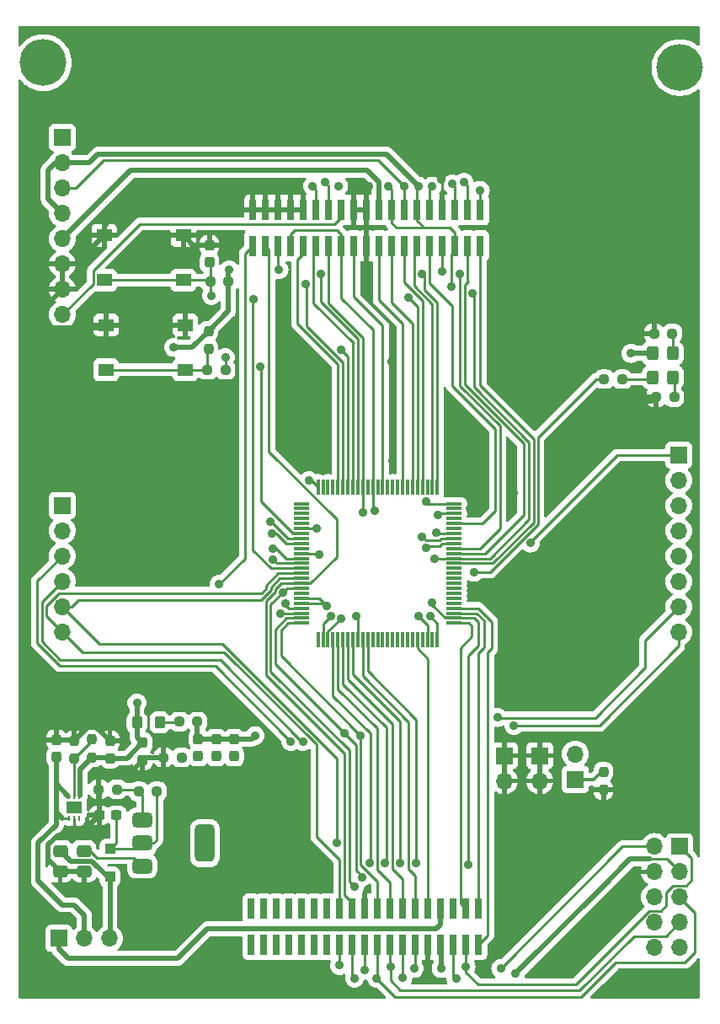
<source format=gbr>
%TF.GenerationSoftware,KiCad,Pcbnew,8.0.0*%
%TF.CreationDate,2024-11-20T18:04:26+03:00*%
%TF.ProjectId,box_side_red,626f785f-7369-4646-955f-7265642e6b69,rev?*%
%TF.SameCoordinates,Original*%
%TF.FileFunction,Copper,L1,Top*%
%TF.FilePolarity,Positive*%
%FSLAX46Y46*%
G04 Gerber Fmt 4.6, Leading zero omitted, Abs format (unit mm)*
G04 Created by KiCad (PCBNEW 8.0.0) date 2024-11-20 18:04:26*
%MOMM*%
%LPD*%
G01*
G04 APERTURE LIST*
G04 Aperture macros list*
%AMRoundRect*
0 Rectangle with rounded corners*
0 $1 Rounding radius*
0 $2 $3 $4 $5 $6 $7 $8 $9 X,Y pos of 4 corners*
0 Add a 4 corners polygon primitive as box body*
4,1,4,$2,$3,$4,$5,$6,$7,$8,$9,$2,$3,0*
0 Add four circle primitives for the rounded corners*
1,1,$1+$1,$2,$3*
1,1,$1+$1,$4,$5*
1,1,$1+$1,$6,$7*
1,1,$1+$1,$8,$9*
0 Add four rect primitives between the rounded corners*
20,1,$1+$1,$2,$3,$4,$5,0*
20,1,$1+$1,$4,$5,$6,$7,0*
20,1,$1+$1,$6,$7,$8,$9,0*
20,1,$1+$1,$8,$9,$2,$3,0*%
G04 Aperture macros list end*
%TA.AperFunction,SMDPad,CuDef*%
%ADD10RoundRect,0.250000X-0.475000X0.337500X-0.475000X-0.337500X0.475000X-0.337500X0.475000X0.337500X0*%
%TD*%
%TA.AperFunction,ComponentPad*%
%ADD11R,1.700000X1.700000*%
%TD*%
%TA.AperFunction,ComponentPad*%
%ADD12O,1.700000X1.700000*%
%TD*%
%TA.AperFunction,SMDPad,CuDef*%
%ADD13RoundRect,0.237500X0.237500X-0.250000X0.237500X0.250000X-0.237500X0.250000X-0.237500X-0.250000X0*%
%TD*%
%TA.AperFunction,SMDPad,CuDef*%
%ADD14RoundRect,0.075000X-0.725000X-0.075000X0.725000X-0.075000X0.725000X0.075000X-0.725000X0.075000X0*%
%TD*%
%TA.AperFunction,SMDPad,CuDef*%
%ADD15RoundRect,0.075000X-0.075000X-0.725000X0.075000X-0.725000X0.075000X0.725000X-0.075000X0.725000X0*%
%TD*%
%TA.AperFunction,SMDPad,CuDef*%
%ADD16RoundRect,0.237500X0.250000X0.237500X-0.250000X0.237500X-0.250000X-0.237500X0.250000X-0.237500X0*%
%TD*%
%TA.AperFunction,SMDPad,CuDef*%
%ADD17RoundRect,0.237500X-0.237500X0.250000X-0.237500X-0.250000X0.237500X-0.250000X0.237500X0.250000X0*%
%TD*%
%TA.AperFunction,SMDPad,CuDef*%
%ADD18RoundRect,0.250000X0.300000X-0.300000X0.300000X0.300000X-0.300000X0.300000X-0.300000X-0.300000X0*%
%TD*%
%TA.AperFunction,SMDPad,CuDef*%
%ADD19RoundRect,0.050000X0.050000X-0.225000X0.050000X0.225000X-0.050000X0.225000X-0.050000X-0.225000X0*%
%TD*%
%TA.AperFunction,HeatsinkPad*%
%ADD20R,1.600000X1.200000*%
%TD*%
%TA.AperFunction,SMDPad,CuDef*%
%ADD21RoundRect,0.237500X-0.250000X-0.237500X0.250000X-0.237500X0.250000X0.237500X-0.250000X0.237500X0*%
%TD*%
%TA.AperFunction,SMDPad,CuDef*%
%ADD22R,1.550000X1.300000*%
%TD*%
%TA.AperFunction,SMDPad,CuDef*%
%ADD23RoundRect,0.237500X-0.237500X0.300000X-0.237500X-0.300000X0.237500X-0.300000X0.237500X0.300000X0*%
%TD*%
%TA.AperFunction,SMDPad,CuDef*%
%ADD24RoundRect,0.237500X0.237500X-0.300000X0.237500X0.300000X-0.237500X0.300000X-0.237500X-0.300000X0*%
%TD*%
%TA.AperFunction,SMDPad,CuDef*%
%ADD25RoundRect,0.250000X0.325000X0.450000X-0.325000X0.450000X-0.325000X-0.450000X0.325000X-0.450000X0*%
%TD*%
%TA.AperFunction,SMDPad,CuDef*%
%ADD26R,0.750000X2.100000*%
%TD*%
%TA.AperFunction,SMDPad,CuDef*%
%ADD27RoundRect,0.237500X0.300000X0.237500X-0.300000X0.237500X-0.300000X-0.237500X0.300000X-0.237500X0*%
%TD*%
%TA.AperFunction,SMDPad,CuDef*%
%ADD28RoundRect,0.250000X-0.275000X-0.350000X0.275000X-0.350000X0.275000X0.350000X-0.275000X0.350000X0*%
%TD*%
%TA.AperFunction,SMDPad,CuDef*%
%ADD29RoundRect,0.375000X-0.625000X-0.375000X0.625000X-0.375000X0.625000X0.375000X-0.625000X0.375000X0*%
%TD*%
%TA.AperFunction,SMDPad,CuDef*%
%ADD30RoundRect,0.500000X-0.500000X-1.400000X0.500000X-1.400000X0.500000X1.400000X-0.500000X1.400000X0*%
%TD*%
%TA.AperFunction,ComponentPad*%
%ADD31C,3.100000*%
%TD*%
%TA.AperFunction,ConnectorPad*%
%ADD32C,4.700000*%
%TD*%
%TA.AperFunction,ViaPad*%
%ADD33C,0.900000*%
%TD*%
%TA.AperFunction,Conductor*%
%ADD34C,0.500000*%
%TD*%
%TA.AperFunction,Conductor*%
%ADD35C,0.250000*%
%TD*%
%TA.AperFunction,Conductor*%
%ADD36C,0.300000*%
%TD*%
G04 APERTURE END LIST*
D10*
%TO.P,C8,1,C1*%
%TO.N,VIN*%
X130606590Y-118178410D03*
%TO.P,C8,2,C2*%
%TO.N,PGND*%
X130606590Y-120253410D03*
%TD*%
D11*
%TO.P,X3,1*%
%TO.N,BOOT0*%
X180000000Y-111000000D03*
D12*
%TO.P,X3,2*%
%TO.N,VDD*%
X180000000Y-108460000D03*
%TD*%
D10*
%TO.P,C12,1,C1*%
%TO.N,E5V*%
X128206589Y-118178410D03*
%TO.P,C12,2,C2*%
%TO.N,PGND*%
X128206589Y-120253410D03*
%TD*%
D11*
%TO.P,X6,1*%
%TO.N,/PA0*%
X128400000Y-83475000D03*
D12*
%TO.P,X6,2*%
%TO.N,/PA1*%
X128400000Y-86015000D03*
%TO.P,X6,3*%
%TO.N,/PA4*%
X128400000Y-88554999D03*
%TO.P,X6,4*%
%TO.N,/PB0*%
X128400000Y-91095000D03*
%TO.P,X6,5*%
%TO.N,/PC1*%
X128400000Y-93635000D03*
%TO.P,X6,6*%
%TO.N,/PC0*%
X128400000Y-96175000D03*
%TD*%
D13*
%TO.P,R9,1,R1*%
%TO.N,Net-(R8-R2)*%
X129600000Y-108912500D03*
%TO.P,R9,2,R2*%
%TO.N,PGND*%
X129600000Y-107087500D03*
%TD*%
D14*
%TO.P,U1,1,PE2*%
%TO.N,unconnected-(U1-PE2-Pad1)*%
X152450000Y-83300000D03*
%TO.P,U1,2,PE3*%
%TO.N,unconnected-(U1-PE3-Pad2)*%
X152450000Y-83800000D03*
%TO.P,U1,3,PE4*%
%TO.N,unconnected-(U1-PE4-Pad3)*%
X152450000Y-84300001D03*
%TO.P,U1,4,PE5*%
%TO.N,unconnected-(U1-PE5-Pad4)*%
X152450000Y-84800000D03*
%TO.P,U1,5,PE6*%
%TO.N,unconnected-(U1-PE6-Pad5)*%
X152450000Y-85299999D03*
%TO.P,U1,6,VBAT*%
%TO.N,VBAT*%
X152450000Y-85800000D03*
%TO.P,U1,7,PC13*%
%TO.N,/PC13*%
X152450000Y-86300000D03*
%TO.P,U1,8,OSC32I/PC14*%
%TO.N,/PC14*%
X152450000Y-86800001D03*
%TO.P,U1,9,OSC32O/PC15*%
%TO.N,/PC15*%
X152450000Y-87300000D03*
%TO.P,U1,10,VSS*%
%TO.N,PGND*%
X152450000Y-87800000D03*
%TO.P,U1,11,VDD*%
%TO.N,VDD*%
X152450000Y-88300000D03*
%TO.P,U1,12,XI/PH0*%
%TO.N,/PH0*%
X152450000Y-88800000D03*
%TO.P,U1,13,XO/PH1*%
%TO.N,/PH1*%
X152449999Y-89300000D03*
%TO.P,U1,14,nRST*%
%TO.N,/nRST*%
X152450000Y-89800000D03*
%TO.P,U1,15,PC0*%
%TO.N,/PC0*%
X152450000Y-90300000D03*
%TO.P,U1,16,PC1*%
%TO.N,/PC1*%
X152450000Y-90800000D03*
%TO.P,U1,17,PC2_C*%
%TO.N,/PC2*%
X152450000Y-91300000D03*
%TO.P,U1,18,PC3_C*%
%TO.N,/PC3*%
X152450000Y-91799999D03*
%TO.P,U1,19,VSSA*%
%TO.N,AGND*%
X152450000Y-92300000D03*
%TO.P,U1,20,VREF+*%
%TO.N,VDDA*%
X152450000Y-92800000D03*
%TO.P,U1,21,VDDA*%
X152450000Y-93300001D03*
%TO.P,U1,22,PA0*%
%TO.N,/PA0*%
X152450000Y-93800000D03*
%TO.P,U1,23,PA1*%
%TO.N,/PA1*%
X152450000Y-94299999D03*
%TO.P,U1,24,PA2*%
%TO.N,/PA2*%
X152450000Y-94800000D03*
%TO.P,U1,25,PA3*%
%TO.N,/PA3*%
X152450000Y-95300000D03*
D15*
%TO.P,U1,26,VSS*%
%TO.N,PGND*%
X154125000Y-96975000D03*
%TO.P,U1,27,VDD*%
%TO.N,VDD*%
X154625000Y-96975000D03*
%TO.P,U1,28,PA4*%
%TO.N,/PA4*%
X155125001Y-96975000D03*
%TO.P,U1,29,PA5*%
%TO.N,/PA5*%
X155625000Y-96975000D03*
%TO.P,U1,30,PA6*%
%TO.N,/PA6*%
X156124999Y-96975000D03*
%TO.P,U1,31,PA7*%
%TO.N,/PA7*%
X156625000Y-96975000D03*
%TO.P,U1,32,PC4*%
%TO.N,/PC4*%
X157125000Y-96975000D03*
%TO.P,U1,33,PC5*%
%TO.N,/PC5*%
X157625001Y-96975000D03*
%TO.P,U1,34,PB0*%
%TO.N,/PB0*%
X158125000Y-96975000D03*
%TO.P,U1,35,PB1*%
%TO.N,/PB1*%
X158625000Y-96975000D03*
%TO.P,U1,36,PB2*%
%TO.N,/PB2*%
X159125000Y-96975000D03*
%TO.P,U1,37,PE7*%
%TO.N,unconnected-(U1-PE7-Pad37)*%
X159625000Y-96975000D03*
%TO.P,U1,38,PE8*%
%TO.N,unconnected-(U1-PE8-Pad38)*%
X160125000Y-96975001D03*
%TO.P,U1,39,PE9*%
%TO.N,unconnected-(U1-PE9-Pad39)*%
X160625000Y-96975000D03*
%TO.P,U1,40,PE10*%
%TO.N,unconnected-(U1-PE10-Pad40)*%
X161125000Y-96975000D03*
%TO.P,U1,41,PE11*%
%TO.N,unconnected-(U1-PE11-Pad41)*%
X161625000Y-96975000D03*
%TO.P,U1,42,PE12*%
%TO.N,unconnected-(U1-PE12-Pad42)*%
X162125000Y-96975000D03*
%TO.P,U1,43,PE13*%
%TO.N,unconnected-(U1-PE13-Pad43)*%
X162624999Y-96975000D03*
%TO.P,U1,44,PE14*%
%TO.N,unconnected-(U1-PE14-Pad44)*%
X163125000Y-96975000D03*
%TO.P,U1,45,PE15*%
%TO.N,unconnected-(U1-PE15-Pad45)*%
X163625000Y-96975000D03*
%TO.P,U1,46,PB10*%
%TO.N,/PB10*%
X164125001Y-96975000D03*
%TO.P,U1,47,PB11*%
%TO.N,/PB11*%
X164625000Y-96975000D03*
%TO.P,U1,48,VCAP*%
%TO.N,Net-(C6-C1)*%
X165124999Y-96975000D03*
%TO.P,U1,49,VSS*%
%TO.N,PGND*%
X165625000Y-96975000D03*
%TO.P,U1,50,VDD*%
%TO.N,VDD*%
X166125000Y-96975000D03*
D14*
%TO.P,U1,51,PB12*%
%TO.N,/PB12*%
X167800000Y-95300000D03*
%TO.P,U1,52,PB13*%
%TO.N,PB13*%
X167800000Y-94800000D03*
%TO.P,U1,53,PB14*%
%TO.N,/PB14*%
X167800000Y-94299999D03*
%TO.P,U1,54,PB15*%
%TO.N,/PB15*%
X167800000Y-93800000D03*
%TO.P,U1,55,PD8*%
%TO.N,unconnected-(U1-PD8-Pad55)*%
X167800000Y-93300001D03*
%TO.P,U1,56,PD9*%
%TO.N,unconnected-(U1-PD9-Pad56)*%
X167800000Y-92800000D03*
%TO.P,U1,57,PD10*%
%TO.N,unconnected-(U1-PD10-Pad57)*%
X167800000Y-92300000D03*
%TO.P,U1,58,PD11*%
%TO.N,unconnected-(U1-PD11-Pad58)*%
X167800000Y-91799999D03*
%TO.P,U1,59,PD12*%
%TO.N,unconnected-(U1-PD12-Pad59)*%
X167800000Y-91300000D03*
%TO.P,U1,60,PD13*%
%TO.N,unconnected-(U1-PD13-Pad60)*%
X167800000Y-90800000D03*
%TO.P,U1,61,PD14*%
%TO.N,unconnected-(U1-PD14-Pad61)*%
X167800000Y-90300000D03*
%TO.P,U1,62,PD15*%
%TO.N,unconnected-(U1-PD15-Pad62)*%
X167800000Y-89800000D03*
%TO.P,U1,63,PC6*%
%TO.N,/PC6*%
X167800001Y-89300000D03*
%TO.P,U1,64,PC7*%
%TO.N,/PC7*%
X167800000Y-88800000D03*
%TO.P,U1,65,PC8*%
%TO.N,/PC8*%
X167800000Y-88300000D03*
%TO.P,U1,66,PC9*%
%TO.N,/PC9*%
X167800000Y-87800000D03*
%TO.P,U1,67,PA8*%
%TO.N,/PA8*%
X167800000Y-87300000D03*
%TO.P,U1,68,PA9*%
%TO.N,/PA9*%
X167800000Y-86800001D03*
%TO.P,U1,69,PA10*%
%TO.N,/PA10*%
X167800000Y-86300000D03*
%TO.P,U1,70,PA11*%
%TO.N,/PA11*%
X167800000Y-85800000D03*
%TO.P,U1,71,PA12*%
%TO.N,/PA12*%
X167800000Y-85299999D03*
%TO.P,U1,72,PA13/SWDIO*%
%TO.N,/PA13*%
X167800000Y-84800000D03*
%TO.P,U1,73,VCAP*%
%TO.N,Net-(C7-C1)*%
X167800000Y-84300001D03*
%TO.P,U1,74,VSS*%
%TO.N,PGND*%
X167800000Y-83800000D03*
%TO.P,U1,75,VDD*%
%TO.N,VDD*%
X167800000Y-83300000D03*
D15*
%TO.P,U1,76,PA14/SWCLK*%
%TO.N,/PA14*%
X166125000Y-81625000D03*
%TO.P,U1,77,PA15/JTDI*%
%TO.N,/PA15*%
X165625000Y-81625000D03*
%TO.P,U1,78,PC10*%
%TO.N,/PC10*%
X165124999Y-81625000D03*
%TO.P,U1,79,PC11*%
%TO.N,/PC11*%
X164625000Y-81625000D03*
%TO.P,U1,80,PC12*%
%TO.N,/PC12*%
X164125001Y-81625000D03*
%TO.P,U1,81,PD0*%
%TO.N,/PD0*%
X163625000Y-81625000D03*
%TO.P,U1,82,PD1*%
%TO.N,/PD1*%
X163125000Y-81625000D03*
%TO.P,U1,83,PD2*%
%TO.N,/PD2*%
X162624999Y-81625000D03*
%TO.P,U1,84,PD3*%
%TO.N,/PD3*%
X162125000Y-81625000D03*
%TO.P,U1,85,PD4*%
%TO.N,/PD4*%
X161625000Y-81625000D03*
%TO.P,U1,86,PD5*%
%TO.N,/PD5*%
X161125000Y-81625000D03*
%TO.P,U1,87,PD6*%
%TO.N,/PD6*%
X160625000Y-81625000D03*
%TO.P,U1,88,PD7*%
%TO.N,/PD7*%
X160125000Y-81624999D03*
%TO.P,U1,89,PB3/JTDO*%
%TO.N,/PB3*%
X159625000Y-81625000D03*
%TO.P,U1,90,PB4/JTRST*%
%TO.N,/PB4*%
X159125000Y-81625000D03*
%TO.P,U1,91,PB5*%
%TO.N,/PB5*%
X158625000Y-81625000D03*
%TO.P,U1,92,PB6*%
%TO.N,/PB6*%
X158125000Y-81625000D03*
%TO.P,U1,93,PB7*%
%TO.N,/PB7*%
X157625001Y-81625000D03*
%TO.P,U1,94,BOOT0*%
%TO.N,BOOT0*%
X157125000Y-81625000D03*
%TO.P,U1,95,PB8*%
%TO.N,/PB8*%
X156625000Y-81625000D03*
%TO.P,U1,96,PB9*%
%TO.N,/PB9*%
X156124999Y-81625000D03*
%TO.P,U1,97,PE0*%
%TO.N,unconnected-(U1-PE0-Pad97)*%
X155625000Y-81625000D03*
%TO.P,U1,98,PE1*%
%TO.N,unconnected-(U1-PE1-Pad98)*%
X155125001Y-81625000D03*
%TO.P,U1,99,VSS*%
%TO.N,PGND*%
X154625000Y-81625000D03*
%TO.P,U1,100,VDD*%
%TO.N,VDD*%
X154125000Y-81625000D03*
%TD*%
D16*
%TO.P,R7,1,R1*%
%TO.N,Net-(R6-R2)*%
X133912500Y-111999999D03*
%TO.P,R7,2,R2*%
%TO.N,PGND*%
X132087500Y-111999999D03*
%TD*%
D17*
%TO.P,R4,1,R1*%
%TO.N,VDD*%
X143105000Y-65947500D03*
%TO.P,R4,2,R2*%
%TO.N,Net-(R4-R2)*%
X143105000Y-67772500D03*
%TD*%
D18*
%TO.P,D3,1,K*%
%TO.N,E5V*%
X133200000Y-120799999D03*
%TO.P,D3,2,A*%
%TO.N,Net-(C10-C1)*%
X133200000Y-118000001D03*
%TD*%
D19*
%TO.P,U3,1,EN*%
%TO.N,C5V*%
X129099999Y-114875000D03*
%TO.P,U3,2,GND*%
%TO.N,PGND*%
X129599999Y-114875000D03*
%TO.P,U3,3,PG*%
%TO.N,unconnected-(U3-PG-Pad3)*%
X130099999Y-114875000D03*
%TO.P,U3,4,VOUT*%
%TO.N,VDD*%
X130099999Y-112725000D03*
%TO.P,U3,5,ADJ/NC*%
%TO.N,Net-(R8-R2)*%
X129599999Y-112725000D03*
%TO.P,U3,6,VIN*%
%TO.N,C5V*%
X129099999Y-112725000D03*
D20*
%TO.P,U3,7*%
%TO.N,N/C*%
X129599999Y-113800000D03*
%TD*%
D21*
%TO.P,SB17,1,J1*%
%TO.N,Net-(L1-R2)*%
X140175000Y-105200000D03*
%TO.P,SB17,2,J2*%
%TO.N,VDDA*%
X142000000Y-105200000D03*
%TD*%
D22*
%TO.P,SW2,1,CMN*%
%TO.N,Net-(R4-R2)*%
X140780000Y-69850000D03*
X132820000Y-69850000D03*
%TO.P,SW2,2,NO*%
%TO.N,PGND*%
X140780000Y-65350000D03*
X132820000Y-65350000D03*
%TD*%
D23*
%TO.P,C16,1,C1*%
%TO.N,VDD*%
X136487499Y-107337499D03*
%TO.P,C16,2,C2*%
%TO.N,PGND*%
X136487499Y-109062501D03*
%TD*%
D24*
%TO.P,C3,1,C1*%
%TO.N,/nRST*%
X143200000Y-59062501D03*
%TO.P,C3,2,C2*%
%TO.N,PGND*%
X143200000Y-57337499D03*
%TD*%
%TO.P,C21,1,C1*%
%TO.N,VDD*%
X133200000Y-108862501D03*
%TO.P,C21,2,C2*%
%TO.N,PGND*%
X133200000Y-107137499D03*
%TD*%
D16*
%TO.P,SB1,1,J1*%
%TO.N,Net-(D1-A)*%
X184712500Y-70800000D03*
%TO.P,SB1,2,J2*%
%TO.N,PB13*%
X182887500Y-70800000D03*
%TD*%
D23*
%TO.P,C19,1,C1*%
%TO.N,VDDA*%
X143887500Y-106937499D03*
%TO.P,C19,2,C2*%
%TO.N,AGND*%
X143887500Y-108662501D03*
%TD*%
D25*
%TO.P,D2,1,K*%
%TO.N,Net-(D2-K)*%
X189792749Y-68205073D03*
%TO.P,D2,2,A*%
%TO.N,VDD*%
X187742751Y-68205073D03*
%TD*%
%TO.P,D1,1,K*%
%TO.N,Net-(D1-K)*%
X189824999Y-70600000D03*
%TO.P,D1,2,A*%
%TO.N,Net-(D1-A)*%
X187775001Y-70600000D03*
%TD*%
D16*
%TO.P,R6,1,R1*%
%TO.N,Net-(C10-C1)*%
X137912500Y-112200000D03*
%TO.P,R6,2,R2*%
%TO.N,Net-(R6-R2)*%
X136087500Y-112200000D03*
%TD*%
D26*
%TO.P,X10,1,PC9*%
%TO.N,/PB15*%
X170260000Y-127600000D03*
%TO.P,X10,2,PC8*%
%TO.N,/PB14*%
X170260000Y-124000000D03*
%TO.P,X10,3,PB8*%
%TO.N,PB13*%
X168990000Y-127600000D03*
%TO.P,X10,4,PC6*%
%TO.N,/PB12*%
X168990000Y-124000000D03*
%TO.P,X10,5,PB9*%
%TO.N,Net-(X10-PB9)*%
X167720000Y-127600000D03*
%TO.P,X10,6,PC5*%
%TO.N,/PC5*%
X167720000Y-124000000D03*
%TO.P,X10,7,AVDD*%
%TO.N,VDDA*%
X166450000Y-127600000D03*
%TO.P,X10,8,U5V*%
%TO.N,U5V*%
X166450000Y-124000000D03*
%TO.P,X10,9,GND*%
%TO.N,PGND*%
X165180000Y-127600000D03*
%TO.P,X10,10,10*%
%TO.N,/PB10*%
X165180000Y-124000000D03*
%TO.P,X10,11,PA5*%
%TO.N,/PB2*%
X163910000Y-127600000D03*
%TO.P,X10,12,PA12*%
%TO.N,/PB1*%
X163910000Y-124000000D03*
%TO.P,X10,13,PA6*%
%TO.N,/PC5*%
X162640000Y-127600000D03*
%TO.P,X10,14,PA11*%
%TO.N,/PC4*%
X162640000Y-124000000D03*
%TO.P,X10,15,PA7*%
%TO.N,/PA7*%
X161370000Y-127600000D03*
%TO.P,X10,16,PB12*%
%TO.N,/PA6*%
X161370000Y-124000000D03*
%TO.P,X10,17,PB6*%
%TO.N,/PA5*%
X160100000Y-127600000D03*
%TO.P,X10,18,18*%
%TO.N,/PA3*%
X160100000Y-124000000D03*
%TO.P,X10,19,PC7*%
%TO.N,/PA2*%
X158830000Y-127600000D03*
%TO.P,X10,20,GND*%
%TO.N,PGND*%
X158830000Y-124000000D03*
%TO.P,X10,21,PA9*%
%TO.N,/PC3*%
X157560000Y-127600000D03*
%TO.P,X10,22,PB2*%
%TO.N,/PC2*%
X157560000Y-124000000D03*
%TO.P,X10,23,PA8*%
%TO.N,/PC1*%
X156290000Y-127600000D03*
%TO.P,X10,24,PB1*%
%TO.N,/PC0*%
X156290000Y-124000000D03*
%TO.P,X10,25,PB10*%
%TO.N,unconnected-(X10-PB10-Pad25)*%
X155020000Y-127600000D03*
%TO.P,X10,26,PB15*%
%TO.N,unconnected-(X10-PB15-Pad26)*%
X155020000Y-124000000D03*
%TO.P,X10,27,PB4*%
%TO.N,unconnected-(X10-PB4-Pad27)*%
X153750000Y-127600000D03*
%TO.P,X10,28,PB14*%
%TO.N,unconnected-(X10-PB14-Pad28)*%
X153750000Y-124000000D03*
%TO.P,X10,29,PB5*%
%TO.N,unconnected-(X10-PB5-Pad29)*%
X152480000Y-127600000D03*
%TO.P,X10,30,PB13*%
%TO.N,unconnected-(X10-PB13-Pad30)*%
X152480000Y-124000000D03*
%TO.P,X10,31,PB3*%
%TO.N,unconnected-(X10-PB3-Pad31)*%
X151210000Y-127600000D03*
%TO.P,X10,32,AGND*%
%TO.N,AGND*%
X151210000Y-124000000D03*
%TO.P,X10,33,PA10*%
%TO.N,unconnected-(X10-PA10-Pad33)*%
X149940000Y-127600000D03*
%TO.P,X10,34,PC4*%
%TO.N,unconnected-(X10-PC4-Pad34)*%
X149940000Y-124000000D03*
%TO.P,X10,35,PA2*%
%TO.N,unconnected-(X10-PA2-Pad35)*%
X148670000Y-127600000D03*
%TO.P,X10,36,36*%
%TO.N,unconnected-(X10-Pad36)*%
X148670000Y-124000000D03*
%TO.P,X10,37,PA3*%
%TO.N,unconnected-(X10-PA3-Pad37)*%
X147400000Y-127600000D03*
%TO.P,X10,38,38*%
%TO.N,unconnected-(X10-Pad38)*%
X147400000Y-124000000D03*
%TD*%
D27*
%TO.P,C10,1,C1*%
%TO.N,Net-(C10-C1)*%
X133862501Y-114600000D03*
%TO.P,C10,2,C2*%
%TO.N,PGND*%
X132137499Y-114600000D03*
%TD*%
D11*
%TO.P,X8,1*%
%TO.N,PB13*%
X190489999Y-117749999D03*
D12*
%TO.P,X8,2*%
%TO.N,Net-(X10-PB9)*%
X187949999Y-117749999D03*
%TO.P,X8,3*%
%TO.N,VDDA*%
X190489999Y-120289999D03*
%TO.P,X8,4*%
%TO.N,PGND*%
X187949999Y-120289999D03*
%TO.P,X8,5*%
%TO.N,/PA5*%
X190489999Y-122829998D03*
%TO.P,X8,6*%
%TO.N,/PA6*%
X187949999Y-122829999D03*
%TO.P,X8,7*%
%TO.N,/PA7*%
X190489999Y-125369999D03*
%TO.P,X8,8*%
%TO.N,/PB6*%
X187949999Y-125369999D03*
%TO.P,X8,9*%
%TO.N,/PC7*%
X190489999Y-127909999D03*
%TO.P,X8,10*%
%TO.N,/PA9*%
X187949999Y-127909999D03*
%TD*%
D28*
%TO.P,L1,1,R1*%
%TO.N,VDD*%
X135912499Y-105289999D03*
%TO.P,L1,2,R2*%
%TO.N,Net-(L1-R2)*%
X138212499Y-105289999D03*
%TD*%
D29*
%TO.P,U2,1,ADJ*%
%TO.N,Net-(R6-R2)*%
X136450000Y-115100000D03*
%TO.P,U2,2,VOUT*%
%TO.N,Net-(C10-C1)*%
X136450001Y-117400000D03*
%TO.P,U2,3,VIN*%
%TO.N,VIN*%
X136450000Y-119700000D03*
D30*
%TO.P,U2,4*%
%TO.N,N/C*%
X142749999Y-117400000D03*
%TD*%
D31*
%TO.P,REF\u002A\u002A,1*%
%TO.N,PGND*%
X126500000Y-39000000D03*
D32*
%TO.N,N/C*%
X126500000Y-39000000D03*
%TD*%
D17*
%TO.P,R5,1,R1*%
%TO.N,BOOT0*%
X182825000Y-110237500D03*
%TO.P,R5,2,R2*%
%TO.N,PGND*%
X182825000Y-112062500D03*
%TD*%
D11*
%TO.P,X9,1*%
%TO.N,/PA8*%
X190400000Y-78420000D03*
D12*
%TO.P,X9,2*%
%TO.N,/PB10*%
X190400000Y-80960000D03*
%TO.P,X9,3*%
%TO.N,/PB4*%
X190400000Y-83500000D03*
%TO.P,X9,4*%
%TO.N,/PB5*%
X190400000Y-86040000D03*
%TO.P,X9,5*%
%TO.N,/PB3*%
X190400000Y-88580000D03*
%TO.P,X9,6*%
%TO.N,/PA10*%
X190400000Y-91120000D03*
%TO.P,X9,7*%
%TO.N,/PA2*%
X190400000Y-93660000D03*
%TO.P,X9,8*%
%TO.N,/PA3*%
X190400000Y-96200000D03*
%TD*%
D13*
%TO.P,R8,1,R1*%
%TO.N,VDD*%
X131400000Y-108800000D03*
%TO.P,R8,2,R2*%
%TO.N,Net-(R8-R2)*%
X131400000Y-106975000D03*
%TD*%
D26*
%TO.P,X4,1,PC10*%
%TO.N,/PC6*%
X170430000Y-57385000D03*
%TO.P,X4,2,PC11*%
%TO.N,/PC7*%
X170430000Y-53785000D03*
%TO.P,X4,3,PC12*%
%TO.N,/PC8*%
X169160000Y-57385000D03*
%TO.P,X4,4,PD2*%
%TO.N,/PC9*%
X169160000Y-53785000D03*
%TO.P,X4,5,VDD*%
%TO.N,VDD*%
X167890000Y-57385000D03*
%TO.P,X4,6,E5V*%
%TO.N,E5V*%
X167890000Y-53785000D03*
%TO.P,X4,7,BOOT0*%
%TO.N,BOOT0*%
X166620000Y-57385000D03*
%TO.P,X4,8,GND*%
%TO.N,PGND*%
X166620000Y-53785000D03*
%TO.P,X4,9,9*%
%TO.N,/PA12*%
X165350000Y-57385000D03*
%TO.P,X4,10,10*%
%TO.N,/PA14*%
X165350000Y-53785000D03*
%TO.P,X4,11,11*%
%TO.N,/PA15*%
X164080000Y-57385000D03*
%TO.P,X4,12,IOREF*%
%TO.N,VDD*%
X164080000Y-53785000D03*
%TO.P,X4,13,PA13*%
%TO.N,/PC11*%
X162810000Y-57385000D03*
%TO.P,X4,14,RESET*%
%TO.N,/PC12*%
X162810000Y-53785000D03*
%TO.P,X4,15,PA14*%
%TO.N,/PD0*%
X161540000Y-57385000D03*
%TO.P,X4,16,+3V3*%
%TO.N,VDD*%
X161540000Y-53785000D03*
%TO.P,X4,17,PA15*%
%TO.N,/PD2*%
X160270000Y-57385000D03*
%TO.P,X4,18,+5V*%
%TO.N,C5V*%
X160270000Y-53785000D03*
%TO.P,X4,19,GND*%
%TO.N,PGND*%
X159000000Y-57385000D03*
%TO.P,X4,20,GND*%
X159000000Y-53785000D03*
%TO.P,X4,21,PB7*%
%TO.N,/PD6*%
X157730000Y-57385000D03*
%TO.P,X4,22,GND*%
%TO.N,PGND*%
X157730000Y-53785000D03*
%TO.P,X4,23,PC13*%
%TO.N,/PB3*%
X156460000Y-57385000D03*
%TO.P,X4,24,VIN*%
%TO.N,VIN*%
X156460000Y-53785000D03*
%TO.P,X4,25,PC14*%
%TO.N,/PB5*%
X155190000Y-57385000D03*
%TO.P,X4,26,26*%
%TO.N,/PB6*%
X155190000Y-53785000D03*
%TO.P,X4,27,PC15*%
%TO.N,/PB7*%
X153920000Y-57385000D03*
%TO.P,X4,28,PA0*%
%TO.N,/PB8*%
X153920000Y-53785000D03*
%TO.P,X4,29,PH0*%
%TO.N,/PB9*%
X152650000Y-57385000D03*
%TO.P,X4,30,PA1*%
%TO.N,PGND*%
X152650000Y-53785000D03*
%TO.P,X4,31,PH1*%
%TO.N,/PB3*%
X151380000Y-57385000D03*
%TO.P,X4,32,PA4*%
%TO.N,PGND*%
X151380000Y-53785000D03*
%TO.P,X4,33,VBAT*%
%TO.N,VBAT*%
X150110000Y-57385000D03*
%TO.P,X4,34,PB0*%
%TO.N,PGND*%
X150110000Y-53785000D03*
%TO.P,X4,35,PC2*%
%TO.N,/PC2*%
X148840000Y-57385000D03*
%TO.P,X4,36,PC1/PB9*%
%TO.N,PGND*%
X148840000Y-53785000D03*
%TO.P,X4,37,PC3*%
%TO.N,/PC3*%
X147570000Y-57385000D03*
%TO.P,X4,38,PC0/PB8*%
%TO.N,PGND*%
X147570000Y-53785000D03*
%TD*%
D11*
%TO.P,X1,1*%
%TO.N,PGND*%
X172850000Y-108610000D03*
D12*
%TO.P,X1,2*%
X172850000Y-111150000D03*
%TD*%
D11*
%TO.P,X5,1*%
%TO.N,unconnected-(X5-Pad1)*%
X128425000Y-46525000D03*
D12*
%TO.P,X5,2*%
%TO.N,VDD*%
X128425000Y-49065000D03*
%TO.P,X5,3*%
%TO.N,/PC12*%
X128425000Y-51605000D03*
%TO.P,X5,4*%
%TO.N,VDD*%
X128425000Y-54145000D03*
%TO.P,X5,5*%
%TO.N,C5V*%
X128425000Y-56685000D03*
%TO.P,X5,6*%
%TO.N,PGND*%
X128425000Y-59225000D03*
%TO.P,X5,7*%
X128425000Y-61765000D03*
%TO.P,X5,8*%
%TO.N,VIN*%
X128425000Y-64305000D03*
%TD*%
D21*
%TO.P,SB10,1,J1*%
%TO.N,Net-(R4-R2)*%
X142992500Y-69860000D03*
%TO.P,SB10,2,J2*%
%TO.N,/PC13*%
X144817500Y-69860000D03*
%TD*%
D16*
%TO.P,R1,1,R1*%
%TO.N,Net-(D1-K)*%
X189937499Y-72600000D03*
%TO.P,R1,2,R2*%
%TO.N,PGND*%
X188112499Y-72600000D03*
%TD*%
D11*
%TO.P,X7,1*%
%TO.N,U5V*%
X128075000Y-126975000D03*
D12*
%TO.P,X7,2*%
%TO.N,C5V*%
X130615000Y-126975000D03*
%TO.P,X7,3*%
%TO.N,E5V*%
X133154999Y-126975000D03*
%TD*%
D24*
%TO.P,C14,1,C1*%
%TO.N,C5V*%
X127799999Y-108750001D03*
%TO.P,C14,2,C2*%
%TO.N,PGND*%
X127799999Y-107024999D03*
%TD*%
D22*
%TO.P,SW1,1,CMN*%
%TO.N,/nRST*%
X140580000Y-60850000D03*
X132620000Y-60850000D03*
%TO.P,SW1,2,NO*%
%TO.N,PGND*%
X140580000Y-56350000D03*
X132620000Y-56350000D03*
%TD*%
D23*
%TO.P,C18,1,C1*%
%TO.N,VDDA*%
X142087500Y-106937499D03*
%TO.P,C18,2,C2*%
%TO.N,AGND*%
X142087500Y-108662501D03*
%TD*%
D21*
%TO.P,SB16,1,J1*%
%TO.N,PGND*%
X138575000Y-108800000D03*
%TO.P,SB16,2,J2*%
%TO.N,AGND*%
X140400000Y-108800000D03*
%TD*%
D31*
%TO.P,REF\u002A\u002A,1*%
%TO.N,PGND*%
X190500000Y-39500000D03*
D32*
%TO.N,N/C*%
X190500000Y-39500000D03*
%TD*%
D23*
%TO.P,C20,1,C1*%
%TO.N,VDDA*%
X145687499Y-106937498D03*
%TO.P,C20,2,C2*%
%TO.N,AGND*%
X145687499Y-108662500D03*
%TD*%
D16*
%TO.P,R2,1,R1*%
%TO.N,Net-(D2-K)*%
X189737499Y-66200000D03*
%TO.P,R2,2,R2*%
%TO.N,PGND*%
X187912499Y-66200000D03*
%TD*%
%TO.P,R3,1,R1*%
%TO.N,VDD*%
X145112500Y-61000000D03*
%TO.P,R3,2,R2*%
%TO.N,/nRST*%
X143287500Y-61000000D03*
%TD*%
D11*
%TO.P,X2,1*%
%TO.N,PGND*%
X176425000Y-108610000D03*
D12*
%TO.P,X2,2*%
X176425000Y-111150000D03*
%TD*%
D33*
%TO.N,PGND*%
X161600000Y-79000000D03*
X151800000Y-79000000D03*
X152000000Y-51400000D03*
X166480002Y-50739998D03*
X189000000Y-131500000D03*
X169000000Y-79500000D03*
X157600000Y-51400000D03*
X150000000Y-51400000D03*
X183800000Y-52400000D03*
X159200000Y-51400000D03*
X141000000Y-125000000D03*
X133600000Y-54400000D03*
X173800000Y-82200000D03*
X183500000Y-94000000D03*
X140780000Y-63420000D03*
X186000000Y-73000000D03*
X132500000Y-79500000D03*
X161500000Y-69000000D03*
X179500000Y-98500000D03*
X132820000Y-63620000D03*
X148000000Y-51400000D03*
X141000000Y-130000000D03*
X175800000Y-37600000D03*
X173600000Y-84000000D03*
X177000000Y-57000000D03*
X185600000Y-66200000D03*
X138400000Y-56400000D03*
X187000000Y-111000000D03*
X180500000Y-119000000D03*
X149500000Y-116000000D03*
X186000000Y-131500000D03*
X128000000Y-79000000D03*
X138400000Y-78800000D03*
%TO.N,/nRST*%
X143400000Y-62400000D03*
X147600000Y-62800000D03*
%TO.N,Net-(C6-C1)*%
X164200000Y-94600000D03*
%TO.N,Net-(C7-C1)*%
X166200000Y-84400000D03*
%TO.N,VIN*%
X156200000Y-51400000D03*
%TO.N,VDD*%
X161200000Y-51400000D03*
X153200000Y-81000000D03*
X164200000Y-51400000D03*
X135912499Y-103312499D03*
X145200000Y-59800000D03*
X164982664Y-83072230D03*
X139600000Y-67600000D03*
X185600000Y-68200000D03*
X155400000Y-94600000D03*
X154200000Y-88400000D03*
X165400000Y-94600000D03*
X167500000Y-61500000D03*
%TO.N,E5V*%
X167600000Y-51200000D03*
%TO.N,VBAT*%
X150200000Y-59800000D03*
X154000000Y-85800000D03*
%TO.N,VDDA*%
X147800000Y-106600000D03*
X154991469Y-93578673D03*
X166500000Y-130000000D03*
X174000000Y-130500000D03*
%TO.N,BOOT0*%
X156400000Y-67800000D03*
X166600000Y-60000000D03*
%TO.N,PB13*%
X165600000Y-93200000D03*
X169800000Y-90200000D03*
X169200000Y-119600000D03*
X169000000Y-129800000D03*
%TO.N,/PC14*%
X149293110Y-85106890D03*
%TO.N,/PC15*%
X149498883Y-86298883D03*
%TO.N,/PH0*%
X149600000Y-87800000D03*
%TO.N,/PH1*%
X149600000Y-88900003D03*
%TO.N,/PC13*%
X148344246Y-69559737D03*
X144800000Y-68600000D03*
%TO.N,/PA14*%
X164575000Y-60200000D03*
X165600000Y-51400000D03*
%TO.N,/PB5*%
X158600000Y-84200000D03*
%TO.N,/PC5*%
X162400000Y-119400000D03*
X162640000Y-130960000D03*
%TO.N,/PB6*%
X154400000Y-60200000D03*
X154800000Y-51000000D03*
%TO.N,/PB3*%
X159800000Y-84000000D03*
%TO.N,/PB0*%
X158000000Y-94600000D03*
X152600000Y-107200000D03*
%TO.N,/PA1*%
X150333794Y-94333794D03*
%TO.N,/PC3*%
X150600000Y-92200000D03*
X157800000Y-121800000D03*
X157800000Y-131000000D03*
X144200000Y-91400000D03*
%TO.N,/PA10*%
X166000000Y-86200000D03*
%TO.N,/PA5*%
X160000000Y-131000000D03*
X159300000Y-119400000D03*
%TO.N,/PB2*%
X163800000Y-130000000D03*
X164000000Y-119400000D03*
%TO.N,/PB8*%
X152850000Y-61200000D03*
X153600000Y-51400000D03*
%TO.N,/PC7*%
X165800000Y-88800000D03*
X169655000Y-62200000D03*
X170430000Y-51830000D03*
%TO.N,/PC1*%
X156000000Y-117400000D03*
X156290000Y-129690000D03*
%TO.N,/PA0*%
X150825147Y-93349631D03*
%TO.N,/PA4*%
X151400000Y-107200000D03*
X156478642Y-94815728D03*
%TO.N,/PA2*%
X158830000Y-130170000D03*
X158551992Y-120848008D03*
X172191469Y-104778673D03*
X156800000Y-106400000D03*
%TO.N,/PC9*%
X168800000Y-51000000D03*
X168385000Y-60200000D03*
%TO.N,/PA8*%
X165000000Y-87750000D03*
X175466206Y-87266206D03*
%TO.N,/PA9*%
X164600000Y-86600000D03*
%TO.N,/PA7*%
X160850000Y-119400000D03*
X161400000Y-129800000D03*
%TO.N,/PC12*%
X162800000Y-51400000D03*
X163200000Y-62600000D03*
%TO.N,/PA3*%
X173825000Y-105600000D03*
X158400000Y-106600000D03*
%TO.N,Net-(X10-PB9)*%
X168000000Y-131000000D03*
X172500000Y-130000000D03*
%TD*%
D34*
%TO.N,PGND*%
X187712499Y-73000000D02*
X188112499Y-72600000D01*
X186000000Y-73000000D02*
X187712499Y-73000000D01*
X128425000Y-61765000D02*
X126600000Y-63590000D01*
X127799999Y-107024999D02*
X129537499Y-107024999D01*
X126600000Y-65200000D02*
X127005000Y-65605000D01*
X130137499Y-116600000D02*
X132137499Y-114600000D01*
X141567499Y-57337499D02*
X140580000Y-56350000D01*
X138575000Y-108800000D02*
X136750000Y-108800000D01*
X127005000Y-65605000D02*
X132565000Y-65605000D01*
X140780000Y-65350000D02*
X140780000Y-63420000D01*
X138450000Y-56350000D02*
X138400000Y-56400000D01*
D35*
X159000000Y-57385000D02*
X159000000Y-53785000D01*
D34*
X127000000Y-117575621D02*
X127975621Y-116600000D01*
X132087500Y-110712500D02*
X132087500Y-111999999D01*
X128206589Y-120253410D02*
X127000000Y-119046821D01*
X129745000Y-59225000D02*
X132620000Y-56350000D01*
X128425000Y-61765000D02*
X128425000Y-59225000D01*
X128206589Y-120253410D02*
X130606590Y-120253410D01*
X132820000Y-65350000D02*
X140780000Y-65350000D01*
X132620000Y-55380000D02*
X133600000Y-54400000D01*
X135150000Y-110400000D02*
X132400000Y-110400000D01*
X132137499Y-112049998D02*
X132087500Y-111999999D01*
X131662501Y-105600000D02*
X133200000Y-107137499D01*
X187912499Y-66200000D02*
X185600000Y-66200000D01*
X136750000Y-108800000D02*
X136487499Y-109062501D01*
X140800000Y-63400000D02*
X140780000Y-63420000D01*
X143200000Y-57337499D02*
X141567499Y-57337499D01*
X127000000Y-119046821D02*
X127000000Y-117575621D01*
X132820000Y-65350000D02*
X132820000Y-63620000D01*
D35*
X159000000Y-53785000D02*
X157730000Y-53785000D01*
D34*
X140580000Y-56350000D02*
X138450000Y-56350000D01*
X132565000Y-65605000D02*
X132820000Y-65350000D01*
D35*
X166460002Y-50739998D02*
X166480002Y-50739998D01*
D34*
X129600000Y-107087500D02*
X131087500Y-105600000D01*
X132620000Y-56350000D02*
X132620000Y-55380000D01*
D35*
X147570000Y-53785000D02*
X152650000Y-53785000D01*
X166400000Y-50800000D02*
X166460002Y-50739998D01*
X166620000Y-53785000D02*
X166620000Y-51020000D01*
D34*
X127975621Y-116600000D02*
X129600000Y-116600000D01*
D35*
X129599999Y-114875000D02*
X129600000Y-116600000D01*
D34*
X129537499Y-107024999D02*
X129600000Y-107087500D01*
X129600000Y-116600000D02*
X130137499Y-116600000D01*
X126600000Y-63590000D02*
X126600000Y-65200000D01*
X128425000Y-59225000D02*
X129745000Y-59225000D01*
X131087500Y-105600000D02*
X131662501Y-105600000D01*
X132400000Y-110400000D02*
X132087500Y-110712500D01*
X136487499Y-109062501D02*
X135150000Y-110400000D01*
D35*
X166620000Y-51020000D02*
X166400000Y-50800000D01*
D34*
X132800000Y-63600000D02*
X132820000Y-63620000D01*
X132137499Y-114600000D02*
X132137499Y-112049998D01*
D35*
%TO.N,/nRST*%
X143287500Y-62287500D02*
X143400000Y-62400000D01*
X140580000Y-60850000D02*
X143137500Y-60850000D01*
X149403981Y-89800000D02*
X147569246Y-87965265D01*
X147569246Y-62830754D02*
X147600000Y-62800000D01*
X143287500Y-59150001D02*
X143200000Y-59062501D01*
X143287500Y-61000000D02*
X143287500Y-62287500D01*
X143137500Y-60850000D02*
X143287500Y-61000000D01*
X132620000Y-60850000D02*
X140580000Y-60850000D01*
X147569246Y-87965265D02*
X147569246Y-62830754D01*
X152450000Y-89800000D02*
X149403981Y-89800000D01*
X143287500Y-61000000D02*
X143287500Y-59150001D01*
%TO.N,Net-(C6-C1)*%
X165124999Y-96975000D02*
X165124999Y-95524999D01*
X165124999Y-95524999D02*
X164200000Y-94600000D01*
%TO.N,Net-(C7-C1)*%
X166299999Y-84300001D02*
X166200000Y-84400000D01*
X167800000Y-84300001D02*
X166299999Y-84300001D01*
%TO.N,VIN*%
X130606590Y-118178410D02*
X131178410Y-118178410D01*
X156460000Y-54540000D02*
X156460000Y-53785000D01*
X131875001Y-118875001D02*
X135625001Y-118875001D01*
X131520000Y-61210000D02*
X131520000Y-59875000D01*
X131520000Y-59875000D02*
X136195000Y-55200000D01*
X131178410Y-118178410D02*
X131875001Y-118875001D01*
X128425000Y-64305000D02*
X131520000Y-61210000D01*
X135625001Y-118875001D02*
X136450000Y-119700000D01*
X155800000Y-55200000D02*
X156460000Y-54540000D01*
X136195000Y-55200000D02*
X155800000Y-55200000D01*
D34*
%TO.N,VDD*%
X133200000Y-108862501D02*
X134962497Y-108862501D01*
D35*
X166125000Y-96975000D02*
X166125000Y-95325000D01*
D34*
X135912499Y-105289999D02*
X135912499Y-103312499D01*
D35*
X164080000Y-51520000D02*
X164200000Y-51400000D01*
X164080000Y-54880000D02*
X164080000Y-53785000D01*
X161540000Y-55140000D02*
X162000000Y-55600000D01*
X167890000Y-57890000D02*
X167500000Y-58280000D01*
X166125000Y-95325000D02*
X165400000Y-94600000D01*
X164982664Y-83072230D02*
X165210434Y-83300000D01*
D34*
X185605073Y-68205073D02*
X185600000Y-68200000D01*
X135912499Y-105289999D02*
X135912499Y-106762499D01*
X127000000Y-49800000D02*
X127000000Y-52720000D01*
D35*
X167890000Y-57385000D02*
X167890000Y-57890000D01*
X164080000Y-53785000D02*
X164080000Y-51520000D01*
X164800000Y-55600000D02*
X164080000Y-54880000D01*
X161540000Y-53785000D02*
X161540000Y-55140000D01*
D34*
X143105000Y-65947500D02*
X141452500Y-67600000D01*
D35*
X161540000Y-51740000D02*
X161200000Y-51400000D01*
D34*
X131135000Y-49065000D02*
X132000000Y-48200000D01*
X135912499Y-106762499D02*
X136487499Y-107337499D01*
X145112500Y-59887500D02*
X145200000Y-59800000D01*
X127735000Y-49065000D02*
X127000000Y-49800000D01*
D35*
X167500000Y-58280000D02*
X167500000Y-61500000D01*
D34*
X134962497Y-108862501D02*
X136487499Y-107337499D01*
X143105000Y-65947500D02*
X145112500Y-63940000D01*
X187742751Y-68205073D02*
X185605073Y-68205073D01*
D35*
X167890000Y-57385000D02*
X167890000Y-56090000D01*
X162000000Y-55600000D02*
X164800000Y-55600000D01*
X153500000Y-81000000D02*
X153200000Y-81000000D01*
X154100000Y-88300000D02*
X154200000Y-88400000D01*
D34*
X127000000Y-52720000D02*
X128425000Y-54145000D01*
X145112500Y-63940000D02*
X145112500Y-61000000D01*
X161000000Y-48200000D02*
X164200000Y-51400000D01*
D35*
X167890000Y-56090000D02*
X167400000Y-55600000D01*
D34*
X128425000Y-49065000D02*
X131135000Y-49065000D01*
D35*
X161540000Y-53785000D02*
X161540000Y-51740000D01*
D34*
X141452500Y-67600000D02*
X139600000Y-67600000D01*
X128425000Y-49065000D02*
X127735000Y-49065000D01*
X131400000Y-108800000D02*
X133137499Y-108800000D01*
D35*
X154125000Y-81625000D02*
X153500000Y-81000000D01*
X165210434Y-83300000D02*
X167800000Y-83300000D01*
D34*
X131400000Y-108800000D02*
X130199999Y-110000001D01*
X145112500Y-61000000D02*
X145112500Y-59887500D01*
X135800000Y-103200000D02*
X135912499Y-103312499D01*
X130199999Y-110000001D02*
X130199999Y-112625000D01*
D35*
X167400000Y-55600000D02*
X164800000Y-55600000D01*
D34*
X133137499Y-108800000D02*
X133200000Y-108862501D01*
D35*
X154625000Y-96975000D02*
X154625000Y-95375000D01*
X154625000Y-95375000D02*
X155400000Y-94600000D01*
X152450000Y-88300000D02*
X154100000Y-88300000D01*
D34*
X132000000Y-48200000D02*
X161000000Y-48200000D01*
D35*
%TO.N,Net-(C10-C1)*%
X135850000Y-118000001D02*
X136450001Y-117400000D01*
X133200000Y-118000001D02*
X135850000Y-118000001D01*
X133862501Y-114600000D02*
X133862501Y-114537499D01*
X136450001Y-117400000D02*
X137600000Y-117400000D01*
X133862501Y-114600000D02*
X133862501Y-117337500D01*
X133862501Y-117337500D02*
X133200000Y-118000001D01*
X137912500Y-117087500D02*
X137912500Y-112200000D01*
X137600000Y-117400000D02*
X137912500Y-117087500D01*
D34*
%TO.N,E5V*%
X133200000Y-126929999D02*
X133154999Y-126975000D01*
X133200000Y-120799999D02*
X133200000Y-126929999D01*
X131612559Y-119450001D02*
X131378468Y-119215910D01*
D35*
X167890000Y-51490000D02*
X167600000Y-51200000D01*
D34*
X131378468Y-119215910D02*
X129244089Y-119215910D01*
X129244089Y-119215910D02*
X128206589Y-118178410D01*
X131650001Y-119450001D02*
X131612559Y-119450001D01*
D35*
X167890000Y-53785000D02*
X167890000Y-51490000D01*
D34*
X132999999Y-120799999D02*
X131650001Y-119450001D01*
X133200000Y-120799999D02*
X132999999Y-120799999D01*
%TO.N,C5V*%
X127799999Y-115600001D02*
X126000000Y-117400000D01*
D35*
X129099999Y-114875000D02*
X128374999Y-114875000D01*
D34*
X126000000Y-121200000D02*
X128400000Y-123600000D01*
X127799999Y-109400000D02*
X127799999Y-115600001D01*
X135310000Y-49800000D02*
X159072793Y-49800000D01*
X159072793Y-49800000D02*
X160270000Y-50997207D01*
X128400000Y-123600000D02*
X129600000Y-123600000D01*
X130615000Y-124615000D02*
X130615000Y-126975000D01*
X128425000Y-56685000D02*
X135310000Y-49800000D01*
X126000000Y-117400000D02*
X126000000Y-121200000D01*
X127799999Y-109400000D02*
X127799999Y-114300000D01*
X127799999Y-108750001D02*
X127799999Y-111475000D01*
X127799999Y-108750001D02*
X127799999Y-109400000D01*
X129600000Y-123600000D02*
X130615000Y-124615000D01*
X127799999Y-114300000D02*
X128374999Y-114875000D01*
X160270000Y-50997207D02*
X160270000Y-53785000D01*
X127799999Y-111475000D02*
X129049999Y-112725000D01*
D35*
%TO.N,VBAT*%
X150110000Y-57385000D02*
X150110000Y-59710000D01*
X150110000Y-59710000D02*
X150200000Y-59800000D01*
X154000000Y-85800000D02*
X152450000Y-85800000D01*
D34*
%TO.N,VDDA*%
X147462502Y-106937498D02*
X147800000Y-106600000D01*
X142000000Y-106849999D02*
X142087500Y-106937499D01*
D35*
X189200000Y-119000000D02*
X190489999Y-120289999D01*
D34*
X166450000Y-128450000D02*
X166500000Y-128500000D01*
X142000000Y-105200000D02*
X142000000Y-106849999D01*
X166500000Y-128500000D02*
X166500000Y-130000000D01*
X166450000Y-127600000D02*
X166450000Y-128450000D01*
D35*
X187500000Y-119000000D02*
X189200000Y-119000000D01*
X154212796Y-92800000D02*
X154991469Y-93578673D01*
D34*
X174000000Y-130500000D02*
X182910001Y-121589999D01*
X142087500Y-106937499D02*
X145687499Y-106937498D01*
X185500000Y-119000000D02*
X187500000Y-119000000D01*
D35*
X152450000Y-92800000D02*
X154212796Y-92800000D01*
D34*
X145687499Y-106937498D02*
X147462502Y-106937498D01*
D35*
X154712797Y-93300001D02*
X154991469Y-93578673D01*
D34*
X185000000Y-119500000D02*
X185500000Y-119000000D01*
X182910001Y-121589999D02*
X185000000Y-119500000D01*
D35*
X152450000Y-93300001D02*
X154712797Y-93300001D01*
%TO.N,Net-(D1-K)*%
X189937499Y-72600000D02*
X189937499Y-70712500D01*
X189937499Y-70712500D02*
X189824999Y-70600000D01*
%TO.N,Net-(D1-A)*%
X187575001Y-70800000D02*
X187775001Y-70600000D01*
X184712500Y-70800000D02*
X187575001Y-70800000D01*
%TO.N,Net-(D2-K)*%
X189792749Y-68205073D02*
X189792749Y-66255250D01*
X189792749Y-66255250D02*
X189737499Y-66200000D01*
%TO.N,Net-(L1-R2)*%
X138212499Y-105289999D02*
X140085001Y-105289999D01*
X140085001Y-105289999D02*
X140175000Y-105200000D01*
%TO.N,Net-(R4-R2)*%
X132820000Y-69850000D02*
X140780000Y-69850000D01*
X142992500Y-69860000D02*
X142992500Y-67885000D01*
X142992500Y-67885000D02*
X143105000Y-67772500D01*
X140780000Y-69850000D02*
X142982500Y-69850000D01*
X142982500Y-69850000D02*
X142992500Y-69860000D01*
D36*
%TO.N,BOOT0*%
X182562500Y-110237500D02*
X181800000Y-111000000D01*
X181800000Y-111000000D02*
X180000000Y-111000000D01*
D35*
X166620000Y-57385000D02*
X166620000Y-59980000D01*
X166620000Y-59980000D02*
X166600000Y-60000000D01*
X157125000Y-81625000D02*
X157125000Y-68525000D01*
X157125000Y-68525000D02*
X156400000Y-67800000D01*
D36*
X182825000Y-110237500D02*
X182562500Y-110237500D01*
D35*
%TO.N,Net-(R6-R2)*%
X135887499Y-111999999D02*
X136087500Y-112200000D01*
X136450000Y-115100000D02*
X136450000Y-112562500D01*
X133912500Y-111999999D02*
X135887499Y-111999999D01*
X136450000Y-112562500D02*
X136087500Y-112200000D01*
%TO.N,Net-(R8-R2)*%
X129600000Y-108912500D02*
X131400000Y-107112500D01*
X129624999Y-108937499D02*
X129624999Y-112725000D01*
X129600000Y-108912500D02*
X129624999Y-108937499D01*
X131400000Y-107112500D02*
X131400000Y-106975000D01*
%TO.N,PB13*%
X191664999Y-121135001D02*
X191145002Y-121654998D01*
X169200000Y-98600000D02*
X170200000Y-97600000D01*
X182887500Y-70800000D02*
X182063604Y-70800000D01*
X169200000Y-119600000D02*
X169200000Y-98600000D01*
X169000000Y-130400000D02*
X169000000Y-129800000D01*
X170200000Y-95200000D02*
X169800000Y-94800000D01*
X189124999Y-123675001D02*
X188605001Y-124194999D01*
X168990000Y-127600000D02*
X168990000Y-129790000D01*
X190489999Y-117749999D02*
X191664999Y-118924999D01*
X188605001Y-124194999D02*
X187463298Y-124194999D01*
X165600000Y-93467763D02*
X165600000Y-93200000D01*
X176250000Y-76613604D02*
X176250000Y-85386396D01*
X167800000Y-94800000D02*
X166932237Y-94800000D01*
X168990000Y-129790000D02*
X169000000Y-129800000D01*
X169800000Y-94800000D02*
X167800000Y-94800000D01*
X182063604Y-70800000D02*
X176250000Y-76613604D01*
X189124999Y-122343298D02*
X189124999Y-123675001D01*
X191145002Y-121654998D02*
X189813299Y-121654998D01*
X170200000Y-97600000D02*
X170200000Y-95200000D01*
X176250000Y-85386396D02*
X171436396Y-90200000D01*
X187463298Y-124194999D02*
X180058297Y-131600000D01*
X170200000Y-131600000D02*
X169000000Y-130400000D01*
X191664999Y-118924999D02*
X191664999Y-121135001D01*
X189813299Y-121654998D02*
X189124999Y-122343298D01*
X166932237Y-94800000D02*
X165600000Y-93467763D01*
X171436396Y-90200000D02*
X169800000Y-90200000D01*
X180058297Y-131600000D02*
X170200000Y-131600000D01*
%TO.N,/PC14*%
X149402906Y-85106890D02*
X151096017Y-86800001D01*
X149293110Y-85106890D02*
X149402906Y-85106890D01*
X151096017Y-86800001D02*
X152450000Y-86800001D01*
%TO.N,/PC15*%
X149498883Y-86298883D02*
X149898883Y-86298883D01*
X150900000Y-87300000D02*
X152450000Y-87300000D01*
X149898883Y-86298883D02*
X150900000Y-87300000D01*
%TO.N,/PH0*%
X149600000Y-87800000D02*
X149896016Y-87800000D01*
X149896016Y-87800000D02*
X150896016Y-88800000D01*
X150896016Y-88800000D02*
X152450000Y-88800000D01*
%TO.N,/PH1*%
X149600000Y-88900003D02*
X149600000Y-88903984D01*
X149600000Y-88903984D02*
X149996016Y-89300000D01*
X149996016Y-89300000D02*
X152449999Y-89300000D01*
%TO.N,/PC13*%
X152450000Y-86300000D02*
X151582236Y-86300000D01*
X144800000Y-68600000D02*
X144800000Y-69842500D01*
X144800000Y-69842500D02*
X144817500Y-69860000D01*
X148400000Y-69615491D02*
X148344246Y-69559737D01*
X151582236Y-86300000D02*
X148400000Y-83117764D01*
X148400000Y-83117764D02*
X148400000Y-69615491D01*
%TO.N,/PA14*%
X166125000Y-63125000D02*
X164800000Y-61800000D01*
X166125000Y-81625000D02*
X166125000Y-63125000D01*
X164800000Y-60200000D02*
X164575000Y-60200000D01*
X165350000Y-51650000D02*
X165600000Y-51400000D01*
X165350000Y-53785000D02*
X165350000Y-51650000D01*
X164800000Y-61800000D02*
X164800000Y-60200000D01*
%TO.N,/PA12*%
X170700001Y-85299999D02*
X171950000Y-84050000D01*
X167600000Y-71450000D02*
X167600000Y-63400000D01*
X165350000Y-61150000D02*
X165350000Y-57385000D01*
X167800000Y-85299999D02*
X170700001Y-85299999D01*
X171950000Y-75800000D02*
X167600000Y-71450000D01*
X167600000Y-63400000D02*
X165350000Y-61150000D01*
X171950000Y-84050000D02*
X171950000Y-75800000D01*
%TO.N,/PC2*%
X149825000Y-91878984D02*
X150403984Y-91300000D01*
X148900000Y-100500000D02*
X148900000Y-93100000D01*
X149200000Y-78096016D02*
X155975000Y-84871016D01*
X156800000Y-122625000D02*
X156800000Y-108400000D01*
X148840000Y-57385000D02*
X149200000Y-57745000D01*
X153317764Y-91300000D02*
X152450000Y-91300000D01*
X150403984Y-91300000D02*
X152450000Y-91300000D01*
X157560000Y-124000000D02*
X157560000Y-123385000D01*
X156800000Y-108400000D02*
X148900000Y-100500000D01*
X155975000Y-88642764D02*
X153317764Y-91300000D01*
X157560000Y-123385000D02*
X156800000Y-122625000D01*
X149200000Y-57745000D02*
X149200000Y-78096016D01*
X149825000Y-92175000D02*
X149825000Y-91878984D01*
X148900000Y-93100000D02*
X149825000Y-92175000D01*
X155975000Y-84871016D02*
X155975000Y-88642764D01*
%TO.N,/PC0*%
X154000000Y-116800000D02*
X154000000Y-107503984D01*
X144696016Y-98200000D02*
X130425000Y-98200000D01*
X148457208Y-92270000D02*
X148925000Y-91802208D01*
X126800000Y-94575000D02*
X126800000Y-93573299D01*
X128400000Y-96175000D02*
X126800000Y-94575000D01*
X128103299Y-92270000D02*
X148457208Y-92270000D01*
X154000000Y-107503984D02*
X144696016Y-98200000D01*
X130425000Y-98200000D02*
X128400000Y-96175000D01*
X156290000Y-124000000D02*
X156290000Y-119090000D01*
X156290000Y-119090000D02*
X154000000Y-116800000D01*
X150131192Y-90300000D02*
X152450000Y-90300000D01*
X148925000Y-91802208D02*
X148925000Y-91506192D01*
X126800000Y-93573299D02*
X128103299Y-92270000D01*
X148925000Y-91506192D02*
X150131192Y-90300000D01*
%TO.N,/PB5*%
X158625000Y-66625000D02*
X155190000Y-63190000D01*
X158625000Y-84175000D02*
X158600000Y-84200000D01*
X155190000Y-63190000D02*
X155190000Y-57385000D01*
X158625000Y-81625000D02*
X158625000Y-84175000D01*
X158625000Y-81625000D02*
X158625000Y-66625000D01*
%TO.N,/PC5*%
X162400000Y-119400000D02*
X162400000Y-105200000D01*
X162400000Y-105200000D02*
X157625001Y-100425001D01*
X162640000Y-127600000D02*
X162640000Y-130960000D01*
X162600000Y-131000000D02*
X162640000Y-130960000D01*
X157625001Y-100425001D02*
X157625001Y-96975000D01*
%TO.N,/PB6*%
X158125000Y-81625000D02*
X158125000Y-66761396D01*
X155190000Y-51390000D02*
X154800000Y-51000000D01*
X158125000Y-66761396D02*
X154400000Y-63036396D01*
X155190000Y-53785000D02*
X155190000Y-51390000D01*
X154400000Y-63036396D02*
X154400000Y-60200000D01*
%TO.N,/PB3*%
X156000000Y-55800000D02*
X156460000Y-56260000D01*
X159625000Y-81625000D02*
X159625000Y-83825000D01*
X151800000Y-55800000D02*
X156000000Y-55800000D01*
X159625000Y-65825000D02*
X156460000Y-62660000D01*
X151380000Y-57385000D02*
X151380000Y-56220000D01*
X159625000Y-81625000D02*
X159625000Y-65825000D01*
X156460000Y-56260000D02*
X156460000Y-57385000D01*
X151380000Y-56220000D02*
X151800000Y-55800000D01*
X159625000Y-83825000D02*
X159800000Y-84000000D01*
X156460000Y-62660000D02*
X156460000Y-57385000D01*
%TO.N,/PB0*%
X126350000Y-93145000D02*
X126350000Y-97150000D01*
X128400000Y-91095000D02*
X126350000Y-93145000D01*
X128200000Y-99000000D02*
X144296016Y-99000000D01*
X144296016Y-99000000D02*
X152496016Y-107200000D01*
X158125000Y-94725000D02*
X158000000Y-94600000D01*
X158125000Y-96975000D02*
X158125000Y-94725000D01*
X152496016Y-107200000D02*
X152600000Y-107200000D01*
X126350000Y-97150000D02*
X128200000Y-99000000D01*
%TO.N,/PA1*%
X152450000Y-94299999D02*
X150500001Y-94299999D01*
X150400000Y-94400000D02*
X150333794Y-94333794D01*
X150500001Y-94299999D02*
X150400000Y-94400000D01*
%TO.N,/PB7*%
X157675000Y-67200000D02*
X157625001Y-67249999D01*
X153625000Y-57680000D02*
X153625000Y-63150000D01*
X157625001Y-67249999D02*
X157625001Y-81625000D01*
X153920000Y-57385000D02*
X153625000Y-57680000D01*
X153625000Y-63150000D02*
X157675000Y-67200000D01*
%TO.N,/PC3*%
X149350000Y-93450000D02*
X151000001Y-91799999D01*
X157250000Y-108050000D02*
X149350000Y-100150000D01*
X151000001Y-91799999D02*
X152450000Y-91799999D01*
X157800000Y-121800000D02*
X157250000Y-121250000D01*
X146800000Y-88800000D02*
X144200000Y-91400000D01*
X157560000Y-127600000D02*
X157560000Y-130760000D01*
X157560000Y-130760000D02*
X157800000Y-131000000D01*
X149350000Y-100150000D02*
X149350000Y-93450000D01*
X147570000Y-57385000D02*
X146800000Y-58155000D01*
X146800000Y-58155000D02*
X146800000Y-88800000D01*
X157250000Y-121250000D02*
X157250000Y-108050000D01*
%TO.N,/PA10*%
X167800000Y-86300000D02*
X166100000Y-86300000D01*
X166100000Y-86300000D02*
X166000000Y-86200000D01*
%TO.N,/PB12*%
X167800000Y-95300000D02*
X169300000Y-95300000D01*
X169600000Y-96600000D02*
X168425000Y-97775000D01*
X169300000Y-95300000D02*
X169600000Y-95600000D01*
X168425000Y-123435000D02*
X168990000Y-124000000D01*
X168425000Y-97775000D02*
X168425000Y-123435000D01*
X169600000Y-95600000D02*
X169600000Y-96600000D01*
%TO.N,/PB1*%
X163910000Y-120710000D02*
X163910000Y-124000000D01*
X158625000Y-100625000D02*
X163225000Y-105225000D01*
X158625000Y-96975000D02*
X158625000Y-100625000D01*
X163225000Y-105225000D02*
X163225000Y-120025000D01*
X163225000Y-120025000D02*
X163910000Y-120710000D01*
%TO.N,/PA5*%
X155625000Y-96975000D02*
X155625000Y-102625000D01*
X161850000Y-132850000D02*
X160000000Y-131000000D01*
X192000000Y-124400000D02*
X192000000Y-128400000D01*
X160100000Y-130900000D02*
X160000000Y-131000000D01*
X192000000Y-128400000D02*
X191000000Y-129400000D01*
X190489999Y-122889999D02*
X192000000Y-124400000D01*
X190489999Y-122829998D02*
X190489999Y-122889999D01*
X155625000Y-102625000D02*
X159400000Y-106400000D01*
X184036396Y-129400000D02*
X180586396Y-132850000D01*
X159400000Y-106400000D02*
X159400000Y-119300000D01*
X180586396Y-132850000D02*
X161850000Y-132850000D01*
X159400000Y-119300000D02*
X159300000Y-119400000D01*
X191000000Y-129400000D02*
X184036396Y-129400000D01*
X160100000Y-127600000D02*
X160100000Y-130900000D01*
%TO.N,/PD2*%
X162624999Y-65224999D02*
X160270000Y-62870000D01*
X160270000Y-62870000D02*
X160270000Y-57385000D01*
X162624999Y-81625000D02*
X162624999Y-65224999D01*
%TO.N,/PB2*%
X163910000Y-127600000D02*
X163910000Y-129890000D01*
X164000000Y-119400000D02*
X164000000Y-105000000D01*
X164000000Y-105000000D02*
X159125000Y-100125000D01*
X163910000Y-129890000D02*
X163800000Y-130000000D01*
X159125000Y-100125000D02*
X159125000Y-96975000D01*
%TO.N,/PB8*%
X156625000Y-69121016D02*
X153000000Y-65496016D01*
X153920000Y-53785000D02*
X153920000Y-51720000D01*
X156625000Y-81625000D02*
X156625000Y-69121016D01*
X153000000Y-61200000D02*
X152850000Y-61200000D01*
X153000000Y-65496016D02*
X153000000Y-61200000D01*
X153920000Y-51720000D02*
X153600000Y-51400000D01*
%TO.N,/PC7*%
X170400000Y-51800000D02*
X170430000Y-51830000D01*
X175350000Y-84850000D02*
X175350000Y-77150000D01*
X167800000Y-88800000D02*
X171400000Y-88800000D01*
X167800000Y-88800000D02*
X165800000Y-88800000D01*
X171400000Y-88800000D02*
X175350000Y-84850000D01*
X169800000Y-62200000D02*
X169655000Y-62200000D01*
X170430000Y-53785000D02*
X170430000Y-51830000D01*
X175350000Y-77150000D02*
X169800000Y-71600000D01*
X169800000Y-71600000D02*
X169800000Y-62200000D01*
%TO.N,/PA15*%
X165625000Y-63261396D02*
X163800000Y-61436396D01*
X163800000Y-61436396D02*
X163800000Y-57665000D01*
X165625000Y-81625000D02*
X165625000Y-63261396D01*
X163800000Y-57665000D02*
X164080000Y-57385000D01*
%TO.N,/PC1*%
X156000000Y-108867588D02*
X144532412Y-97400000D01*
X148363604Y-93000000D02*
X149375000Y-91988604D01*
X156400000Y-129800000D02*
X156290000Y-129690000D01*
X144532412Y-97400000D02*
X132165000Y-97400000D01*
X149375000Y-91692588D02*
X150267588Y-90800000D01*
X128400000Y-93635000D02*
X129365000Y-93635000D01*
X149375000Y-91988604D02*
X149375000Y-91692588D01*
X150267588Y-90800000D02*
X152450000Y-90800000D01*
X156000000Y-117400000D02*
X156000000Y-108867588D01*
X129365000Y-93635000D02*
X130000000Y-93000000D01*
X132165000Y-97400000D02*
X128400000Y-93635000D01*
X156290000Y-127600000D02*
X156290000Y-129690000D01*
X130000000Y-93000000D02*
X148363604Y-93000000D01*
%TO.N,/PA0*%
X151200000Y-93800000D02*
X150800000Y-93400000D01*
X150800000Y-93400000D02*
X150825147Y-93374853D01*
X150825147Y-93374853D02*
X150825147Y-93349631D01*
X152450000Y-93800000D02*
X151200000Y-93800000D01*
%TO.N,/PB14*%
X170850000Y-97750000D02*
X170260000Y-98340000D01*
X170260000Y-98340000D02*
X170260000Y-124000000D01*
X167800000Y-94299999D02*
X170099999Y-94299999D01*
X170850000Y-95050000D02*
X170850000Y-97750000D01*
X170099999Y-94299999D02*
X170850000Y-95050000D01*
%TO.N,/PA4*%
X128163604Y-99600000D02*
X134200000Y-99600000D01*
X155125001Y-96107235D02*
X156416508Y-94815728D01*
X151200000Y-107000000D02*
X151400000Y-107200000D01*
X143800000Y-99600000D02*
X151200000Y-107000000D01*
X125900000Y-97336396D02*
X128163604Y-99600000D01*
X134200000Y-99600000D02*
X143800000Y-99600000D01*
X125900000Y-91054999D02*
X125900000Y-97000000D01*
X125900000Y-97000000D02*
X125900000Y-97336396D01*
X128400000Y-88554999D02*
X125900000Y-91054999D01*
X155125001Y-96975000D02*
X155125001Y-96107235D01*
X156416508Y-94815728D02*
X156478642Y-94815728D01*
%TO.N,/PA2*%
X182000000Y-104800000D02*
X172170142Y-104800000D01*
X187000000Y-97060000D02*
X187000000Y-99800000D01*
X187000000Y-99800000D02*
X182000000Y-104800000D01*
X157950000Y-107550000D02*
X157950000Y-120150000D01*
X158800000Y-130200000D02*
X158830000Y-130170000D01*
X157950000Y-120150000D02*
X158600000Y-120800000D01*
X149800000Y-95963604D02*
X149800000Y-99400000D01*
X158600000Y-120800000D02*
X158551992Y-120848008D01*
X150963604Y-94800000D02*
X149800000Y-95963604D01*
X190400000Y-93660000D02*
X187000000Y-97060000D01*
X158830000Y-127600000D02*
X158830000Y-130170000D01*
X149800000Y-99400000D02*
X157950000Y-107550000D01*
X172170142Y-104800000D02*
X172191469Y-104778673D01*
X152450000Y-94800000D02*
X150963604Y-94800000D01*
%TO.N,/PC9*%
X168400000Y-71472792D02*
X168400000Y-60200000D01*
X169160000Y-51360000D02*
X168800000Y-51000000D01*
X172400000Y-85800000D02*
X172400000Y-75472792D01*
X167800000Y-87800000D02*
X170400000Y-87800000D01*
X170400000Y-87800000D02*
X172400000Y-85800000D01*
X168400000Y-60200000D02*
X168385000Y-60200000D01*
X169160000Y-53785000D02*
X169160000Y-51360000D01*
X172400000Y-75472792D02*
X168400000Y-71472792D01*
%TO.N,/PA8*%
X167800000Y-87300000D02*
X166632412Y-87300000D01*
X184180000Y-78420000D02*
X175400000Y-87200000D01*
X165000000Y-87600000D02*
X165000000Y-87750000D01*
X175400000Y-87200000D02*
X175466206Y-87266206D01*
X166332412Y-87600000D02*
X165000000Y-87600000D01*
X190400000Y-78420000D02*
X184180000Y-78420000D01*
X166632412Y-87300000D02*
X166332412Y-87600000D01*
%TO.N,/PD0*%
X163625000Y-81625000D02*
X163625000Y-65225000D01*
X163625000Y-65225000D02*
X161540000Y-63140000D01*
X161540000Y-63140000D02*
X161540000Y-57385000D01*
%TO.N,/PB15*%
X171200000Y-98236396D02*
X171200000Y-126660000D01*
X171600000Y-97836396D02*
X171200000Y-98236396D01*
X170236396Y-93800000D02*
X171600000Y-95163604D01*
X167800000Y-93800000D02*
X170236396Y-93800000D01*
X171200000Y-126660000D02*
X170260000Y-127600000D01*
X171600000Y-95163604D02*
X171600000Y-97836396D01*
%TO.N,/PB9*%
X156124999Y-69257411D02*
X152075000Y-65207412D01*
X152075000Y-65207412D02*
X152075000Y-58760000D01*
X152650000Y-58185000D02*
X152650000Y-57385000D01*
X152075000Y-58760000D02*
X152650000Y-58185000D01*
X156124999Y-81625000D02*
X156124999Y-69257411D01*
%TO.N,/PC4*%
X157125000Y-96975000D02*
X157125000Y-100925000D01*
X161625000Y-120025000D02*
X162640000Y-121040000D01*
X157125000Y-100925000D02*
X161625000Y-105425000D01*
X162640000Y-121040000D02*
X162640000Y-124000000D01*
X161625000Y-105425000D02*
X161625000Y-120025000D01*
%TO.N,/PA9*%
X166321016Y-86975000D02*
X166496015Y-86800001D01*
X164600000Y-86600000D02*
X164975000Y-86975000D01*
X166496015Y-86800001D02*
X167800000Y-86800001D01*
X164975000Y-86975000D02*
X166321016Y-86975000D01*
%TO.N,/PC11*%
X164625000Y-81625000D02*
X164625000Y-62897792D01*
X162810000Y-61082792D02*
X162810000Y-57385000D01*
X164625000Y-62897792D02*
X162810000Y-61082792D01*
%TO.N,/PC8*%
X174800000Y-77236396D02*
X168880000Y-71316396D01*
X174800000Y-84400000D02*
X174800000Y-77236396D01*
X169160000Y-60960000D02*
X169160000Y-57385000D01*
X169200000Y-61000000D02*
X169160000Y-60960000D01*
X168880000Y-71316396D02*
X168880000Y-61320000D01*
X168880000Y-61320000D02*
X169200000Y-61000000D01*
X170900000Y-88300000D02*
X174800000Y-84400000D01*
X167800000Y-88300000D02*
X170900000Y-88300000D01*
%TO.N,/PD6*%
X160625000Y-81625000D02*
X160625000Y-65425000D01*
X157730000Y-62530000D02*
X157730000Y-57385000D01*
X160625000Y-65425000D02*
X157730000Y-62530000D01*
%TO.N,/PC6*%
X167800001Y-89300000D02*
X171700000Y-89300000D01*
X175800000Y-76800000D02*
X170430000Y-71430000D01*
X171700000Y-89300000D02*
X175800000Y-85200000D01*
X170430000Y-71430000D02*
X170430000Y-57385000D01*
X175800000Y-85200000D02*
X175800000Y-76800000D01*
%TO.N,/PB10*%
X164125001Y-97842765D02*
X165180000Y-98897764D01*
X164125001Y-96975000D02*
X164125001Y-97842765D01*
X165180000Y-98897764D02*
X165180000Y-124000000D01*
%TO.N,/PA7*%
X156625000Y-96975000D02*
X156625000Y-97175000D01*
X190489999Y-125369999D02*
X189124999Y-126734999D01*
X180400000Y-132200000D02*
X162400000Y-132200000D01*
X161000000Y-119250000D02*
X161000000Y-105800000D01*
X162400000Y-132200000D02*
X161400000Y-131200000D01*
X189124999Y-126734999D02*
X185865001Y-126734999D01*
X160850000Y-119400000D02*
X161000000Y-119250000D01*
X185865001Y-126734999D02*
X180400000Y-132200000D01*
X161370000Y-129770000D02*
X161400000Y-129800000D01*
X156625000Y-101425000D02*
X156625000Y-96975000D01*
X161000000Y-105800000D02*
X156625000Y-101425000D01*
X161370000Y-127600000D02*
X161370000Y-129770000D01*
X161400000Y-131200000D02*
X161400000Y-129800000D01*
X156625000Y-97175000D02*
X156600000Y-97200000D01*
%TO.N,/PC12*%
X132600000Y-48800000D02*
X160200000Y-48800000D01*
X162800000Y-51400000D02*
X162810000Y-51410000D01*
X162810000Y-51410000D02*
X162810000Y-53785000D01*
X164125001Y-81625000D02*
X164125001Y-63525001D01*
X160200000Y-48800000D02*
X162800000Y-51400000D01*
X128425000Y-51605000D02*
X129795000Y-51605000D01*
X129795000Y-51605000D02*
X132600000Y-48800000D01*
X164125001Y-63525001D02*
X163200000Y-62600000D01*
%TO.N,/PA6*%
X160075000Y-105875000D02*
X160075000Y-120075000D01*
X160075000Y-120075000D02*
X161370000Y-121370000D01*
X161370000Y-121370000D02*
X161370000Y-124000000D01*
X156124999Y-96975000D02*
X156124999Y-101924999D01*
X156124999Y-101924999D02*
X160075000Y-105875000D01*
%TO.N,/PA3*%
X151100000Y-95300000D02*
X150400000Y-96000000D01*
X190400000Y-97600000D02*
X190400000Y-96200000D01*
X182400000Y-105600000D02*
X190400000Y-97600000D01*
X150400000Y-96000000D02*
X150400000Y-98600000D01*
X158400000Y-119600000D02*
X160100000Y-121300000D01*
X152450000Y-95300000D02*
X151100000Y-95300000D01*
X160100000Y-121300000D02*
X160100000Y-124000000D01*
X173825000Y-105600000D02*
X182400000Y-105600000D01*
X158400000Y-106600000D02*
X158400000Y-119600000D01*
X150400000Y-98600000D02*
X158400000Y-106600000D01*
D34*
%TO.N,U5V*%
X129000000Y-129000000D02*
X140000000Y-129000000D01*
X140000000Y-129000000D02*
X143000000Y-126000000D01*
X128075000Y-126975000D02*
X128075000Y-128075000D01*
X143000000Y-126000000D02*
X166000000Y-126000000D01*
X166000000Y-126000000D02*
X166450000Y-125550000D01*
X128075000Y-128075000D02*
X129000000Y-129000000D01*
X166450000Y-125550000D02*
X166450000Y-124000000D01*
D35*
%TO.N,Net-(X10-PB9)*%
X187949999Y-117749999D02*
X184750001Y-117749999D01*
X167720000Y-130720000D02*
X168000000Y-131000000D01*
X184750001Y-117749999D02*
X172500000Y-130000000D01*
X167720000Y-127600000D02*
X167720000Y-130720000D01*
%TD*%
%TA.AperFunction,Conductor*%
%TO.N,PGND*%
G36*
X176675000Y-110716988D02*
G01*
X176617993Y-110684075D01*
X176490826Y-110650000D01*
X176359174Y-110650000D01*
X176232007Y-110684075D01*
X176175000Y-110716988D01*
X176175000Y-109043012D01*
X176232007Y-109075925D01*
X176359174Y-109110000D01*
X176490826Y-109110000D01*
X176617993Y-109075925D01*
X176675000Y-109043012D01*
X176675000Y-110716988D01*
G37*
%TD.AperFunction*%
%TA.AperFunction,Conductor*%
G36*
X192443039Y-35320185D02*
G01*
X192488794Y-35372989D01*
X192500000Y-35424500D01*
X192500000Y-37191216D01*
X192480315Y-37258255D01*
X192427511Y-37304010D01*
X192358353Y-37313954D01*
X192296295Y-37286206D01*
X192205085Y-37209673D01*
X192205079Y-37209668D01*
X191927669Y-37027212D01*
X191630946Y-36878192D01*
X191630940Y-36878189D01*
X191318930Y-36764627D01*
X191318909Y-36764620D01*
X190995838Y-36688050D01*
X190995823Y-36688048D01*
X190666023Y-36649500D01*
X190333977Y-36649500D01*
X190045402Y-36683229D01*
X190004176Y-36688048D01*
X190004161Y-36688050D01*
X189681090Y-36764620D01*
X189681069Y-36764627D01*
X189369059Y-36878189D01*
X189369053Y-36878192D01*
X189072330Y-37027212D01*
X188794920Y-37209668D01*
X188794912Y-37209674D01*
X188649527Y-37331667D01*
X188540553Y-37423107D01*
X188312690Y-37664629D01*
X188312687Y-37664632D01*
X188312685Y-37664635D01*
X188312678Y-37664643D01*
X188114406Y-37930968D01*
X187948385Y-38218525D01*
X187948379Y-38218538D01*
X187816866Y-38523419D01*
X187721634Y-38841518D01*
X187721631Y-38841532D01*
X187663977Y-39168504D01*
X187663976Y-39168515D01*
X187644669Y-39499996D01*
X187644669Y-39500003D01*
X187663976Y-39831484D01*
X187663977Y-39831495D01*
X187721631Y-40158467D01*
X187721634Y-40158481D01*
X187816866Y-40476580D01*
X187948379Y-40781461D01*
X187948385Y-40781474D01*
X188114406Y-41069031D01*
X188312678Y-41335356D01*
X188312683Y-41335362D01*
X188312690Y-41335371D01*
X188540553Y-41576893D01*
X188703706Y-41713794D01*
X188794912Y-41790325D01*
X188794920Y-41790331D01*
X189072330Y-41972787D01*
X189072334Y-41972789D01*
X189369061Y-42121811D01*
X189681082Y-42235377D01*
X189681088Y-42235378D01*
X189681090Y-42235379D01*
X190004161Y-42311949D01*
X190004168Y-42311950D01*
X190004177Y-42311952D01*
X190333977Y-42350500D01*
X190333984Y-42350500D01*
X190666016Y-42350500D01*
X190666023Y-42350500D01*
X190995823Y-42311952D01*
X190995832Y-42311949D01*
X190995838Y-42311949D01*
X191256445Y-42250183D01*
X191318918Y-42235377D01*
X191630939Y-42121811D01*
X191927666Y-41972789D01*
X192172207Y-41811951D01*
X192205079Y-41790331D01*
X192205079Y-41790330D01*
X192205085Y-41790327D01*
X192296294Y-41713794D01*
X192360302Y-41685781D01*
X192429294Y-41696820D01*
X192481366Y-41743407D01*
X192500000Y-41808783D01*
X192500000Y-118682968D01*
X192480315Y-118750007D01*
X192427511Y-118795762D01*
X192358353Y-118805706D01*
X192294797Y-118776681D01*
X192261439Y-118730421D01*
X192235876Y-118668707D01*
X192235876Y-118668706D01*
X192219313Y-118628719D01*
X192219311Y-118628714D01*
X192209071Y-118613389D01*
X192177353Y-118565919D01*
X192150857Y-118526266D01*
X192150852Y-118526260D01*
X192060636Y-118436044D01*
X192060605Y-118436015D01*
X191876817Y-118252227D01*
X191843332Y-118190904D01*
X191840498Y-118164546D01*
X191840498Y-116852128D01*
X191840497Y-116852122D01*
X191834090Y-116792515D01*
X191783796Y-116657670D01*
X191783792Y-116657663D01*
X191697546Y-116542454D01*
X191697543Y-116542451D01*
X191582334Y-116456205D01*
X191582327Y-116456201D01*
X191447481Y-116405907D01*
X191447482Y-116405907D01*
X191387882Y-116399500D01*
X191387880Y-116399499D01*
X191387872Y-116399499D01*
X191387863Y-116399499D01*
X189592128Y-116399499D01*
X189592122Y-116399500D01*
X189532515Y-116405907D01*
X189397670Y-116456201D01*
X189397663Y-116456205D01*
X189282454Y-116542451D01*
X189282451Y-116542454D01*
X189196205Y-116657663D01*
X189196202Y-116657668D01*
X189147188Y-116789082D01*
X189105316Y-116845015D01*
X189039852Y-116869432D01*
X188971579Y-116854580D01*
X188943325Y-116833429D01*
X188821401Y-116711505D01*
X188821394Y-116711500D01*
X188627833Y-116575966D01*
X188627829Y-116575964D01*
X188573659Y-116550704D01*
X188413662Y-116476096D01*
X188413658Y-116476095D01*
X188413654Y-116476093D01*
X188185412Y-116414937D01*
X188185402Y-116414935D01*
X187950000Y-116394340D01*
X187949998Y-116394340D01*
X187714595Y-116414935D01*
X187714585Y-116414937D01*
X187486343Y-116476093D01*
X187486334Y-116476097D01*
X187272170Y-116575963D01*
X187272168Y-116575964D01*
X187078596Y-116711504D01*
X186911504Y-116878596D01*
X186776347Y-117071622D01*
X186721770Y-117115247D01*
X186674772Y-117124499D01*
X184817742Y-117124499D01*
X184817722Y-117124498D01*
X184811608Y-117124498D01*
X184688395Y-117124498D01*
X184587598Y-117144547D01*
X184587593Y-117144547D01*
X184567554Y-117148534D01*
X184567547Y-117148536D01*
X184549296Y-117156095D01*
X184549297Y-117156096D01*
X184453718Y-117195685D01*
X184453709Y-117195690D01*
X184351268Y-117264140D01*
X184351264Y-117264143D01*
X172605656Y-129009752D01*
X172544333Y-129043237D01*
X172505827Y-129045474D01*
X172500006Y-129044901D01*
X172500000Y-129044901D01*
X172313668Y-129063252D01*
X172313666Y-129063253D01*
X172134497Y-129117604D01*
X171969376Y-129205862D01*
X171969373Y-129205864D01*
X171824642Y-129324642D01*
X171705864Y-129469373D01*
X171705862Y-129469376D01*
X171617604Y-129634497D01*
X171563253Y-129813666D01*
X171563252Y-129813668D01*
X171544901Y-130000000D01*
X171563252Y-130186331D01*
X171563253Y-130186333D01*
X171617604Y-130365502D01*
X171705862Y-130530623D01*
X171705864Y-130530626D01*
X171824642Y-130675357D01*
X171921257Y-130754647D01*
X171960591Y-130812393D01*
X171962462Y-130882237D01*
X171926274Y-130942006D01*
X171863518Y-130972721D01*
X171842592Y-130974500D01*
X170510452Y-130974500D01*
X170443413Y-130954815D01*
X170422771Y-130938181D01*
X169866506Y-130381916D01*
X169833021Y-130320593D01*
X169838005Y-130250901D01*
X169844823Y-130235793D01*
X169882396Y-130165501D01*
X169936747Y-129986331D01*
X169955099Y-129800000D01*
X169938392Y-129630374D01*
X169936747Y-129613668D01*
X169936746Y-129613666D01*
X169919408Y-129556511D01*
X169882396Y-129434499D01*
X169862848Y-129397927D01*
X169828119Y-129332952D01*
X169813877Y-129264549D01*
X169838877Y-129199305D01*
X169895182Y-129157935D01*
X169937471Y-129150499D01*
X170682872Y-129150499D01*
X170742483Y-129144091D01*
X170877331Y-129093796D01*
X170992546Y-129007546D01*
X171078796Y-128892331D01*
X171129091Y-128757483D01*
X171135500Y-128697873D01*
X171135499Y-127660450D01*
X171155183Y-127593412D01*
X171171813Y-127572775D01*
X171598729Y-127145860D01*
X171598733Y-127145858D01*
X171685858Y-127058733D01*
X171754311Y-126956286D01*
X171754312Y-126956285D01*
X171754313Y-126956282D01*
X171754315Y-126956279D01*
X171754315Y-126956277D01*
X171795816Y-126856085D01*
X171795817Y-126856081D01*
X171801463Y-126842452D01*
X171819753Y-126750500D01*
X171825500Y-126721607D01*
X171825500Y-126598393D01*
X171825500Y-112318884D01*
X171845185Y-112251845D01*
X171897989Y-112206090D01*
X171967147Y-112196146D01*
X172020624Y-112217310D01*
X172172414Y-112323595D01*
X172172420Y-112323599D01*
X172386507Y-112423429D01*
X172386516Y-112423433D01*
X172600000Y-112480634D01*
X172600000Y-111583012D01*
X172657007Y-111615925D01*
X172784174Y-111650000D01*
X172915826Y-111650000D01*
X173042993Y-111615925D01*
X173100000Y-111583012D01*
X173100000Y-112480633D01*
X173313483Y-112423433D01*
X173313492Y-112423429D01*
X173527578Y-112323600D01*
X173721082Y-112188105D01*
X173888105Y-112021082D01*
X174023600Y-111827578D01*
X174123429Y-111613492D01*
X174123432Y-111613486D01*
X174180636Y-111400000D01*
X173283012Y-111400000D01*
X173315925Y-111342993D01*
X173350000Y-111215826D01*
X173350000Y-111084174D01*
X173315925Y-110957007D01*
X173283012Y-110900000D01*
X174180636Y-110900000D01*
X174180635Y-110899999D01*
X174123432Y-110686513D01*
X174123429Y-110686507D01*
X174023600Y-110472422D01*
X174023599Y-110472420D01*
X173888113Y-110278926D01*
X173888108Y-110278920D01*
X173765665Y-110156477D01*
X173732180Y-110095154D01*
X173737164Y-110025462D01*
X173779036Y-109969529D01*
X173810013Y-109952614D01*
X173942086Y-109903354D01*
X173942093Y-109903350D01*
X174057187Y-109817190D01*
X174057190Y-109817187D01*
X174143350Y-109702093D01*
X174143354Y-109702086D01*
X174193596Y-109567379D01*
X174193598Y-109567372D01*
X174199999Y-109507844D01*
X175075000Y-109507844D01*
X175081401Y-109567372D01*
X175081403Y-109567379D01*
X175131645Y-109702086D01*
X175131649Y-109702093D01*
X175217809Y-109817187D01*
X175217812Y-109817190D01*
X175332906Y-109903350D01*
X175332913Y-109903354D01*
X175464986Y-109952614D01*
X175520920Y-109994485D01*
X175545337Y-110059949D01*
X175530486Y-110128222D01*
X175509335Y-110156477D01*
X175386886Y-110278926D01*
X175251400Y-110472420D01*
X175251399Y-110472422D01*
X175151570Y-110686507D01*
X175151567Y-110686513D01*
X175094364Y-110899999D01*
X175094364Y-110900000D01*
X175991988Y-110900000D01*
X175959075Y-110957007D01*
X175925000Y-111084174D01*
X175925000Y-111215826D01*
X175959075Y-111342993D01*
X175991988Y-111400000D01*
X175094364Y-111400000D01*
X175151567Y-111613486D01*
X175151570Y-111613492D01*
X175251399Y-111827578D01*
X175386894Y-112021082D01*
X175553917Y-112188105D01*
X175747421Y-112323600D01*
X175961507Y-112423429D01*
X175961516Y-112423433D01*
X176175000Y-112480634D01*
X176175000Y-111583012D01*
X176232007Y-111615925D01*
X176359174Y-111650000D01*
X176490826Y-111650000D01*
X176617993Y-111615925D01*
X176675000Y-111583012D01*
X176675000Y-112480633D01*
X176888483Y-112423433D01*
X176888492Y-112423429D01*
X177102578Y-112323600D01*
X177296082Y-112188105D01*
X177463105Y-112021082D01*
X177598600Y-111827578D01*
X177698429Y-111613492D01*
X177698432Y-111613486D01*
X177755636Y-111400000D01*
X176858012Y-111400000D01*
X176890925Y-111342993D01*
X176925000Y-111215826D01*
X176925000Y-111084174D01*
X176890925Y-110957007D01*
X176858012Y-110900000D01*
X177755636Y-110900000D01*
X177755635Y-110899999D01*
X177698432Y-110686513D01*
X177698429Y-110686507D01*
X177598600Y-110472422D01*
X177598599Y-110472420D01*
X177463113Y-110278926D01*
X177463108Y-110278920D01*
X177340665Y-110156477D01*
X177307180Y-110095154D01*
X177312164Y-110025462D01*
X177354036Y-109969529D01*
X177385013Y-109952614D01*
X177517086Y-109903354D01*
X177517093Y-109903350D01*
X177632187Y-109817190D01*
X177632190Y-109817187D01*
X177718350Y-109702093D01*
X177718354Y-109702086D01*
X177768596Y-109567379D01*
X177768598Y-109567372D01*
X177774999Y-109507844D01*
X177775000Y-109507827D01*
X177775000Y-108860000D01*
X176858012Y-108860000D01*
X176890925Y-108802993D01*
X176925000Y-108675826D01*
X176925000Y-108544174D01*
X176902445Y-108460000D01*
X178644341Y-108460000D01*
X178664936Y-108695403D01*
X178664938Y-108695413D01*
X178726094Y-108923655D01*
X178726096Y-108923659D01*
X178726097Y-108923663D01*
X178807941Y-109099177D01*
X178825965Y-109137830D01*
X178825967Y-109137834D01*
X178923072Y-109276513D01*
X178961501Y-109331396D01*
X178961506Y-109331402D01*
X179083430Y-109453326D01*
X179116915Y-109514649D01*
X179111931Y-109584341D01*
X179070059Y-109640274D01*
X179039083Y-109657189D01*
X178907669Y-109706203D01*
X178907664Y-109706206D01*
X178792455Y-109792452D01*
X178792452Y-109792455D01*
X178706206Y-109907664D01*
X178706202Y-109907671D01*
X178655908Y-110042517D01*
X178649501Y-110102116D01*
X178649501Y-110102123D01*
X178649500Y-110102135D01*
X178649500Y-111897870D01*
X178649501Y-111897876D01*
X178655908Y-111957483D01*
X178706202Y-112092328D01*
X178706206Y-112092335D01*
X178792452Y-112207544D01*
X178792455Y-112207547D01*
X178907664Y-112293793D01*
X178907671Y-112293797D01*
X179042517Y-112344091D01*
X179042516Y-112344091D01*
X179049444Y-112344835D01*
X179102127Y-112350500D01*
X180897872Y-112350499D01*
X180957483Y-112344091D01*
X181042183Y-112312500D01*
X181850001Y-112312500D01*
X181850001Y-112361654D01*
X181860319Y-112462652D01*
X181914546Y-112626300D01*
X181914551Y-112626311D01*
X182005052Y-112773034D01*
X182005055Y-112773038D01*
X182126961Y-112894944D01*
X182126965Y-112894947D01*
X182273688Y-112985448D01*
X182273699Y-112985453D01*
X182437347Y-113039680D01*
X182538352Y-113049999D01*
X182575000Y-113049999D01*
X182575000Y-112312500D01*
X183075000Y-112312500D01*
X183075000Y-113049999D01*
X183111640Y-113049999D01*
X183111654Y-113049998D01*
X183212652Y-113039680D01*
X183376300Y-112985453D01*
X183376311Y-112985448D01*
X183523034Y-112894947D01*
X183523038Y-112894944D01*
X183644944Y-112773038D01*
X183644947Y-112773034D01*
X183735448Y-112626311D01*
X183735453Y-112626300D01*
X183789680Y-112462652D01*
X183799999Y-112361654D01*
X183800000Y-112361641D01*
X183800000Y-112312500D01*
X183075000Y-112312500D01*
X182575000Y-112312500D01*
X181850001Y-112312500D01*
X181042183Y-112312500D01*
X181092331Y-112293796D01*
X181207546Y-112207546D01*
X181293796Y-112092331D01*
X181344091Y-111957483D01*
X181350500Y-111897873D01*
X181350500Y-111774500D01*
X181370185Y-111707461D01*
X181422989Y-111661706D01*
X181474500Y-111650500D01*
X181726000Y-111650500D01*
X181793039Y-111670185D01*
X181838794Y-111722989D01*
X181850000Y-111774500D01*
X181850000Y-111812500D01*
X183799999Y-111812500D01*
X183799999Y-111763360D01*
X183799998Y-111763345D01*
X183789680Y-111662347D01*
X183735453Y-111498699D01*
X183735448Y-111498688D01*
X183644947Y-111351965D01*
X183644944Y-111351961D01*
X183531017Y-111238034D01*
X183497532Y-111176711D01*
X183502516Y-111107019D01*
X183531013Y-111062676D01*
X183645340Y-110948350D01*
X183735908Y-110801516D01*
X183790174Y-110637753D01*
X183800500Y-110536677D01*
X183800499Y-109938324D01*
X183796926Y-109903350D01*
X183790174Y-109837247D01*
X183785466Y-109823039D01*
X183735908Y-109673484D01*
X183645340Y-109526650D01*
X183523350Y-109404660D01*
X183404580Y-109331402D01*
X183376518Y-109314093D01*
X183376513Y-109314091D01*
X183316489Y-109294201D01*
X183212753Y-109259826D01*
X183212751Y-109259825D01*
X183111678Y-109249500D01*
X182538330Y-109249500D01*
X182538312Y-109249501D01*
X182437247Y-109259825D01*
X182273484Y-109314092D01*
X182273481Y-109314093D01*
X182126648Y-109404661D01*
X182004661Y-109526648D01*
X181914093Y-109673481D01*
X181914091Y-109673486D01*
X181901691Y-109710907D01*
X181859826Y-109837247D01*
X181859826Y-109837248D01*
X181859825Y-109837248D01*
X181849500Y-109938315D01*
X181849500Y-109979191D01*
X181829815Y-110046230D01*
X181813181Y-110066872D01*
X181566873Y-110313181D01*
X181505550Y-110346666D01*
X181479192Y-110349500D01*
X181474499Y-110349500D01*
X181407460Y-110329815D01*
X181361705Y-110277011D01*
X181350499Y-110225500D01*
X181350499Y-110102129D01*
X181350498Y-110102123D01*
X181350497Y-110102116D01*
X181344091Y-110042517D01*
X181326176Y-109994485D01*
X181293797Y-109907671D01*
X181293793Y-109907664D01*
X181207547Y-109792455D01*
X181207544Y-109792452D01*
X181092335Y-109706206D01*
X181092328Y-109706202D01*
X180960917Y-109657189D01*
X180904983Y-109615318D01*
X180880566Y-109549853D01*
X180895418Y-109481580D01*
X180916563Y-109453332D01*
X181038495Y-109331401D01*
X181174035Y-109137830D01*
X181273903Y-108923663D01*
X181335063Y-108695408D01*
X181355659Y-108460000D01*
X181354942Y-108451810D01*
X181348266Y-108375498D01*
X181335063Y-108224592D01*
X181273903Y-107996337D01*
X181174035Y-107782171D01*
X181170130Y-107776593D01*
X181038494Y-107588597D01*
X180871402Y-107421506D01*
X180871395Y-107421501D01*
X180677834Y-107285967D01*
X180677830Y-107285965D01*
X180654313Y-107274999D01*
X180463663Y-107186097D01*
X180463659Y-107186096D01*
X180463655Y-107186094D01*
X180235413Y-107124938D01*
X180235403Y-107124936D01*
X180000001Y-107104341D01*
X179999999Y-107104341D01*
X179764596Y-107124936D01*
X179764586Y-107124938D01*
X179536344Y-107186094D01*
X179536335Y-107186098D01*
X179322171Y-107285964D01*
X179322169Y-107285965D01*
X179128597Y-107421505D01*
X178961505Y-107588597D01*
X178825965Y-107782169D01*
X178825964Y-107782171D01*
X178726098Y-107996335D01*
X178726094Y-107996344D01*
X178664938Y-108224586D01*
X178664936Y-108224596D01*
X178644341Y-108459999D01*
X178644341Y-108460000D01*
X176902445Y-108460000D01*
X176890925Y-108417007D01*
X176858012Y-108360000D01*
X177775000Y-108360000D01*
X177775000Y-107712172D01*
X177774999Y-107712155D01*
X177768598Y-107652627D01*
X177768596Y-107652620D01*
X177718354Y-107517913D01*
X177718350Y-107517906D01*
X177632190Y-107402812D01*
X177632187Y-107402809D01*
X177517093Y-107316649D01*
X177517086Y-107316645D01*
X177382379Y-107266403D01*
X177382372Y-107266401D01*
X177322844Y-107260000D01*
X176675000Y-107260000D01*
X176675000Y-108176988D01*
X176617993Y-108144075D01*
X176490826Y-108110000D01*
X176359174Y-108110000D01*
X176232007Y-108144075D01*
X176175000Y-108176988D01*
X176175000Y-107260000D01*
X175527155Y-107260000D01*
X175467627Y-107266401D01*
X175467620Y-107266403D01*
X175332913Y-107316645D01*
X175332906Y-107316649D01*
X175217812Y-107402809D01*
X175217809Y-107402812D01*
X175131649Y-107517906D01*
X175131645Y-107517913D01*
X175081403Y-107652620D01*
X175081401Y-107652627D01*
X175075000Y-107712155D01*
X175075000Y-108360000D01*
X175991988Y-108360000D01*
X175959075Y-108417007D01*
X175925000Y-108544174D01*
X175925000Y-108675826D01*
X175959075Y-108802993D01*
X175991988Y-108860000D01*
X175075000Y-108860000D01*
X175075000Y-109507844D01*
X174199999Y-109507844D01*
X174200000Y-109507827D01*
X174200000Y-108860000D01*
X173283012Y-108860000D01*
X173315925Y-108802993D01*
X173350000Y-108675826D01*
X173350000Y-108544174D01*
X173315925Y-108417007D01*
X173283012Y-108360000D01*
X174200000Y-108360000D01*
X174200000Y-107712172D01*
X174199999Y-107712155D01*
X174193598Y-107652627D01*
X174193596Y-107652620D01*
X174143354Y-107517913D01*
X174143350Y-107517906D01*
X174057190Y-107402812D01*
X174057187Y-107402809D01*
X173942093Y-107316649D01*
X173942086Y-107316645D01*
X173807379Y-107266403D01*
X173807372Y-107266401D01*
X173747844Y-107260000D01*
X173100000Y-107260000D01*
X173100000Y-108176988D01*
X173042993Y-108144075D01*
X172915826Y-108110000D01*
X172784174Y-108110000D01*
X172657007Y-108144075D01*
X172600000Y-108176988D01*
X172600000Y-107260000D01*
X171949500Y-107260000D01*
X171882461Y-107240315D01*
X171836706Y-107187511D01*
X171825500Y-107136000D01*
X171825500Y-105828122D01*
X171845185Y-105761083D01*
X171897989Y-105715328D01*
X171967147Y-105705384D01*
X171985496Y-105709462D01*
X172005135Y-105715419D01*
X172005137Y-105715420D01*
X172021843Y-105717065D01*
X172191469Y-105733772D01*
X172377800Y-105715420D01*
X172556970Y-105661069D01*
X172696298Y-105586596D01*
X172764700Y-105572355D01*
X172829944Y-105597355D01*
X172871315Y-105653660D01*
X172878154Y-105683800D01*
X172888253Y-105786332D01*
X172888253Y-105786333D01*
X172942604Y-105965502D01*
X173030862Y-106130623D01*
X173030864Y-106130626D01*
X173149642Y-106275357D01*
X173294373Y-106394135D01*
X173294376Y-106394137D01*
X173407606Y-106454659D01*
X173459499Y-106482396D01*
X173595653Y-106523698D01*
X173638666Y-106536746D01*
X173638668Y-106536747D01*
X173655374Y-106538392D01*
X173825000Y-106555099D01*
X174011331Y-106536747D01*
X174190501Y-106482396D01*
X174355625Y-106394136D01*
X174500357Y-106275357D01*
X174504070Y-106270831D01*
X174561816Y-106231500D01*
X174599921Y-106225500D01*
X182461608Y-106225500D01*
X182461608Y-106225499D01*
X182525978Y-106212696D01*
X182525979Y-106212696D01*
X182540193Y-106209868D01*
X182582452Y-106201463D01*
X182622402Y-106184915D01*
X182696286Y-106154312D01*
X182761243Y-106110908D01*
X182798733Y-106085858D01*
X182885858Y-105998733D01*
X182885858Y-105998731D01*
X182896066Y-105988524D01*
X182896067Y-105988521D01*
X190885857Y-97998734D01*
X190891538Y-97990233D01*
X190954311Y-97896286D01*
X191001463Y-97782452D01*
X191005891Y-97760187D01*
X191010360Y-97737724D01*
X191010360Y-97737720D01*
X191025500Y-97661607D01*
X191025500Y-97538394D01*
X191025500Y-97538393D01*
X191025500Y-97475226D01*
X191045185Y-97408187D01*
X191078374Y-97373654D01*
X191271401Y-97238495D01*
X191438495Y-97071401D01*
X191574035Y-96877830D01*
X191673903Y-96663663D01*
X191735063Y-96435408D01*
X191755659Y-96200000D01*
X191735063Y-95964592D01*
X191673903Y-95736337D01*
X191574035Y-95522171D01*
X191552269Y-95491085D01*
X191438494Y-95328597D01*
X191271402Y-95161506D01*
X191271396Y-95161501D01*
X191085842Y-95031575D01*
X191042217Y-94976998D01*
X191035023Y-94907500D01*
X191066546Y-94845145D01*
X191085842Y-94828425D01*
X191261175Y-94705655D01*
X191271401Y-94698495D01*
X191438495Y-94531401D01*
X191574035Y-94337830D01*
X191673903Y-94123663D01*
X191735063Y-93895408D01*
X191755659Y-93660000D01*
X191735063Y-93424592D01*
X191678193Y-93212347D01*
X191673905Y-93196344D01*
X191673904Y-93196343D01*
X191673903Y-93196337D01*
X191574035Y-92982171D01*
X191525412Y-92912729D01*
X191438494Y-92788597D01*
X191271402Y-92621506D01*
X191271396Y-92621501D01*
X191085842Y-92491575D01*
X191042217Y-92436998D01*
X191035023Y-92367500D01*
X191066546Y-92305145D01*
X191085842Y-92288425D01*
X191121793Y-92263252D01*
X191271401Y-92158495D01*
X191438495Y-91991401D01*
X191574035Y-91797830D01*
X191673903Y-91583663D01*
X191735063Y-91355408D01*
X191755659Y-91120000D01*
X191735063Y-90884592D01*
X191673903Y-90656337D01*
X191574035Y-90442171D01*
X191563543Y-90427186D01*
X191438494Y-90248597D01*
X191271402Y-90081506D01*
X191271396Y-90081501D01*
X191085842Y-89951575D01*
X191042217Y-89896998D01*
X191035023Y-89827500D01*
X191066546Y-89765145D01*
X191085842Y-89748425D01*
X191200049Y-89668456D01*
X191271401Y-89618495D01*
X191438495Y-89451401D01*
X191574035Y-89257830D01*
X191673903Y-89043663D01*
X191735063Y-88815408D01*
X191755659Y-88580000D01*
X191755416Y-88577228D01*
X191742129Y-88425357D01*
X191735063Y-88344592D01*
X191673903Y-88116337D01*
X191574035Y-87902171D01*
X191568089Y-87893678D01*
X191438494Y-87708597D01*
X191271402Y-87541506D01*
X191271396Y-87541501D01*
X191085842Y-87411575D01*
X191042217Y-87356998D01*
X191035023Y-87287500D01*
X191066546Y-87225145D01*
X191085842Y-87208425D01*
X191162405Y-87154815D01*
X191271401Y-87078495D01*
X191438495Y-86911401D01*
X191574035Y-86717830D01*
X191673903Y-86503663D01*
X191735063Y-86275408D01*
X191755659Y-86040000D01*
X191735063Y-85804592D01*
X191673903Y-85576337D01*
X191574035Y-85362171D01*
X191556529Y-85337169D01*
X191438494Y-85168597D01*
X191271402Y-85001506D01*
X191271396Y-85001501D01*
X191085842Y-84871575D01*
X191042217Y-84816998D01*
X191035023Y-84747500D01*
X191066546Y-84685145D01*
X191085842Y-84668425D01*
X191143249Y-84628228D01*
X191271401Y-84538495D01*
X191438495Y-84371401D01*
X191574035Y-84177830D01*
X191673903Y-83963663D01*
X191735063Y-83735408D01*
X191755659Y-83500000D01*
X191735063Y-83264592D01*
X191687937Y-83088713D01*
X191673905Y-83036344D01*
X191673904Y-83036343D01*
X191673903Y-83036337D01*
X191574035Y-82822171D01*
X191504107Y-82722302D01*
X191438494Y-82628597D01*
X191271402Y-82461506D01*
X191271396Y-82461501D01*
X191085842Y-82331575D01*
X191042217Y-82276998D01*
X191035023Y-82207500D01*
X191066546Y-82145145D01*
X191085842Y-82128425D01*
X191108026Y-82112891D01*
X191271401Y-81998495D01*
X191438495Y-81831401D01*
X191574035Y-81637830D01*
X191673903Y-81423663D01*
X191735063Y-81195408D01*
X191755659Y-80960000D01*
X191735063Y-80724592D01*
X191673903Y-80496337D01*
X191574035Y-80282171D01*
X191543104Y-80237997D01*
X191438496Y-80088600D01*
X191394797Y-80044901D01*
X191316567Y-79966671D01*
X191283084Y-79905351D01*
X191288068Y-79835659D01*
X191329939Y-79779725D01*
X191360915Y-79762810D01*
X191492331Y-79713796D01*
X191607546Y-79627546D01*
X191693796Y-79512331D01*
X191744091Y-79377483D01*
X191750500Y-79317873D01*
X191750499Y-77522128D01*
X191744091Y-77462517D01*
X191693796Y-77327669D01*
X191693795Y-77327668D01*
X191693793Y-77327664D01*
X191607547Y-77212455D01*
X191607544Y-77212452D01*
X191492335Y-77126206D01*
X191492328Y-77126202D01*
X191357482Y-77075908D01*
X191357483Y-77075908D01*
X191297883Y-77069501D01*
X191297881Y-77069500D01*
X191297873Y-77069500D01*
X191297864Y-77069500D01*
X189502129Y-77069500D01*
X189502123Y-77069501D01*
X189442516Y-77075908D01*
X189307671Y-77126202D01*
X189307664Y-77126206D01*
X189192455Y-77212452D01*
X189192452Y-77212455D01*
X189106206Y-77327664D01*
X189106202Y-77327671D01*
X189055908Y-77462517D01*
X189052364Y-77495486D01*
X189049501Y-77522123D01*
X189049500Y-77522135D01*
X189049500Y-77670500D01*
X189029815Y-77737539D01*
X188977011Y-77783294D01*
X188925500Y-77794500D01*
X184118393Y-77794500D01*
X184092099Y-77799730D01*
X184092098Y-77799729D01*
X183997554Y-77818535D01*
X183997545Y-77818537D01*
X183977543Y-77826823D01*
X183964207Y-77832347D01*
X183883719Y-77865684D01*
X183883705Y-77865692D01*
X183781272Y-77934138D01*
X183781264Y-77934144D01*
X177087181Y-84628228D01*
X177025858Y-84661713D01*
X176956166Y-84656729D01*
X176900233Y-84614857D01*
X176875816Y-84549393D01*
X176875500Y-84540547D01*
X176875500Y-76924056D01*
X176895185Y-76857017D01*
X176911819Y-76836375D01*
X177788664Y-75959530D01*
X180898193Y-72850000D01*
X187125000Y-72850000D01*
X187125000Y-72886654D01*
X187135318Y-72987652D01*
X187189545Y-73151300D01*
X187189550Y-73151311D01*
X187280051Y-73298034D01*
X187280054Y-73298038D01*
X187401960Y-73419944D01*
X187401964Y-73419947D01*
X187548687Y-73510448D01*
X187548698Y-73510453D01*
X187712346Y-73564680D01*
X187813350Y-73574999D01*
X187862498Y-73574998D01*
X187862499Y-73574998D01*
X187862499Y-72850000D01*
X187125000Y-72850000D01*
X180898193Y-72850000D01*
X182077142Y-71671051D01*
X182138463Y-71637568D01*
X182208155Y-71642552D01*
X182229918Y-71653196D01*
X182323475Y-71710903D01*
X182323478Y-71710904D01*
X182323484Y-71710908D01*
X182487247Y-71765174D01*
X182588323Y-71775500D01*
X183186676Y-71775499D01*
X183186684Y-71775498D01*
X183186687Y-71775498D01*
X183242030Y-71769844D01*
X183287753Y-71765174D01*
X183451516Y-71710908D01*
X183598350Y-71620340D01*
X183712319Y-71506371D01*
X183773642Y-71472886D01*
X183843334Y-71477870D01*
X183887681Y-71506371D01*
X184001650Y-71620340D01*
X184148484Y-71710908D01*
X184312247Y-71765174D01*
X184413323Y-71775500D01*
X185011676Y-71775499D01*
X185011684Y-71775498D01*
X185011687Y-71775498D01*
X185067030Y-71769844D01*
X185112753Y-71765174D01*
X185276516Y-71710908D01*
X185423350Y-71620340D01*
X185545340Y-71498350D01*
X185553943Y-71484403D01*
X185605890Y-71437679D01*
X185659481Y-71425500D01*
X186730623Y-71425500D01*
X186797662Y-71445185D01*
X186836160Y-71484401D01*
X186857289Y-71518656D01*
X186981345Y-71642712D01*
X187130667Y-71734814D01*
X187191442Y-71754953D01*
X187248886Y-71794724D01*
X187275709Y-71859240D01*
X187263394Y-71928016D01*
X187257976Y-71937755D01*
X187189547Y-72048694D01*
X187189545Y-72048699D01*
X187135318Y-72212347D01*
X187124999Y-72313345D01*
X187124999Y-72350000D01*
X188238499Y-72350000D01*
X188305538Y-72369685D01*
X188351293Y-72422489D01*
X188362499Y-72474000D01*
X188362499Y-73574999D01*
X188411639Y-73574999D01*
X188411653Y-73574998D01*
X188512651Y-73564680D01*
X188676299Y-73510453D01*
X188676310Y-73510448D01*
X188823032Y-73419948D01*
X188936963Y-73306017D01*
X188998286Y-73272532D01*
X189067978Y-73277516D01*
X189112326Y-73306017D01*
X189226649Y-73420340D01*
X189373483Y-73510908D01*
X189537246Y-73565174D01*
X189638322Y-73575500D01*
X190236675Y-73575499D01*
X190236683Y-73575498D01*
X190236686Y-73575498D01*
X190292029Y-73569844D01*
X190337752Y-73565174D01*
X190501515Y-73510908D01*
X190648349Y-73420340D01*
X190770339Y-73298350D01*
X190860907Y-73151516D01*
X190915173Y-72987753D01*
X190925499Y-72886677D01*
X190925498Y-72313324D01*
X190915173Y-72212247D01*
X190860907Y-72048484D01*
X190770339Y-71901650D01*
X190652709Y-71784020D01*
X190619224Y-71722697D01*
X190624208Y-71653005D01*
X190652709Y-71608658D01*
X190683928Y-71577439D01*
X190742711Y-71518656D01*
X190834813Y-71369334D01*
X190889998Y-71202797D01*
X190900499Y-71100009D01*
X190900498Y-70099992D01*
X190889998Y-69997203D01*
X190834813Y-69830666D01*
X190742711Y-69681344D01*
X190618655Y-69557288D01*
X190522741Y-69498128D01*
X190476018Y-69446181D01*
X190464795Y-69377218D01*
X190492639Y-69313136D01*
X190522739Y-69287053D01*
X190586405Y-69247785D01*
X190710461Y-69123729D01*
X190802563Y-68974407D01*
X190857748Y-68807870D01*
X190868249Y-68705082D01*
X190868248Y-67705065D01*
X190857748Y-67602276D01*
X190802563Y-67435739D01*
X190710461Y-67286417D01*
X190586405Y-67162361D01*
X190546650Y-67137840D01*
X190499927Y-67085893D01*
X190488704Y-67016930D01*
X190516548Y-66952848D01*
X190524057Y-66944631D01*
X190570339Y-66898350D01*
X190660907Y-66751516D01*
X190715173Y-66587753D01*
X190725499Y-66486677D01*
X190725498Y-65913324D01*
X190715173Y-65812247D01*
X190660907Y-65648484D01*
X190570339Y-65501650D01*
X190448349Y-65379660D01*
X190310755Y-65294791D01*
X190301517Y-65289093D01*
X190301512Y-65289091D01*
X190253692Y-65273245D01*
X190137752Y-65234826D01*
X190137750Y-65234825D01*
X190036677Y-65224500D01*
X189438329Y-65224500D01*
X189438311Y-65224501D01*
X189337246Y-65234825D01*
X189173483Y-65289092D01*
X189173480Y-65289093D01*
X189026650Y-65379659D01*
X188912326Y-65493983D01*
X188851003Y-65527467D01*
X188781311Y-65522483D01*
X188736964Y-65493982D01*
X188623037Y-65380055D01*
X188623033Y-65380052D01*
X188476310Y-65289551D01*
X188476299Y-65289546D01*
X188312651Y-65235319D01*
X188211653Y-65225000D01*
X188162499Y-65225000D01*
X188162499Y-66326000D01*
X188142814Y-66393039D01*
X188090010Y-66438794D01*
X188038499Y-66450000D01*
X186925000Y-66450000D01*
X186925000Y-66486654D01*
X186935318Y-66587652D01*
X186989545Y-66751300D01*
X186989550Y-66751311D01*
X187080051Y-66898034D01*
X187080054Y-66898038D01*
X187082687Y-66900671D01*
X187083916Y-66902922D01*
X187084532Y-66903701D01*
X187084398Y-66903806D01*
X187116172Y-66961994D01*
X187111188Y-67031686D01*
X187069316Y-67087619D01*
X187060103Y-67093891D01*
X186949093Y-67162362D01*
X186825040Y-67286415D01*
X186757652Y-67395670D01*
X186705704Y-67442394D01*
X186652113Y-67454573D01*
X186234345Y-67454573D01*
X186167306Y-67434888D01*
X186155680Y-67426426D01*
X186130626Y-67405864D01*
X186130623Y-67405862D01*
X185965502Y-67317604D01*
X185786333Y-67263253D01*
X185786331Y-67263252D01*
X185600000Y-67244901D01*
X185413668Y-67263252D01*
X185413666Y-67263253D01*
X185234497Y-67317604D01*
X185069376Y-67405862D01*
X185069373Y-67405864D01*
X184924642Y-67524642D01*
X184805864Y-67669373D01*
X184805862Y-67669376D01*
X184717604Y-67834497D01*
X184663253Y-68013666D01*
X184663252Y-68013668D01*
X184644901Y-68200000D01*
X184663252Y-68386331D01*
X184663253Y-68386333D01*
X184717604Y-68565502D01*
X184805862Y-68730623D01*
X184805864Y-68730626D01*
X184924642Y-68875357D01*
X185069373Y-68994135D01*
X185069376Y-68994137D01*
X185219109Y-69074170D01*
X185234499Y-69082396D01*
X185393488Y-69130625D01*
X185413666Y-69136746D01*
X185413668Y-69136747D01*
X185430374Y-69138392D01*
X185600000Y-69155099D01*
X185786331Y-69136747D01*
X185965501Y-69082396D01*
X186130625Y-68994136D01*
X186143316Y-68983721D01*
X186207626Y-68956407D01*
X186221982Y-68955573D01*
X186652113Y-68955573D01*
X186719152Y-68975258D01*
X186757650Y-69014474D01*
X186825039Y-69123729D01*
X186825040Y-69123730D01*
X186949095Y-69247785D01*
X187045006Y-69306943D01*
X187091731Y-69358891D01*
X187102954Y-69427853D01*
X187075110Y-69491936D01*
X187045007Y-69518020D01*
X186981348Y-69557285D01*
X186981344Y-69557288D01*
X186857290Y-69681342D01*
X186765188Y-69830663D01*
X186765186Y-69830668D01*
X186710002Y-69997204D01*
X186710001Y-69997205D01*
X186703269Y-70063103D01*
X186676872Y-70127795D01*
X186619691Y-70167946D01*
X186579911Y-70174500D01*
X185659481Y-70174500D01*
X185592442Y-70154815D01*
X185553942Y-70115596D01*
X185552908Y-70113920D01*
X185545340Y-70101650D01*
X185423350Y-69979660D01*
X185276516Y-69889092D01*
X185112753Y-69834826D01*
X185112751Y-69834825D01*
X185011678Y-69824500D01*
X184413330Y-69824500D01*
X184413312Y-69824501D01*
X184312247Y-69834825D01*
X184148484Y-69889092D01*
X184148481Y-69889093D01*
X184001648Y-69979661D01*
X183887681Y-70093629D01*
X183826358Y-70127114D01*
X183756666Y-70122130D01*
X183712319Y-70093629D01*
X183598351Y-69979661D01*
X183598350Y-69979660D01*
X183451516Y-69889092D01*
X183287753Y-69834826D01*
X183287751Y-69834825D01*
X183186678Y-69824500D01*
X182588330Y-69824500D01*
X182588312Y-69824501D01*
X182487247Y-69834825D01*
X182323484Y-69889092D01*
X182323481Y-69889093D01*
X182176648Y-69979661D01*
X182054659Y-70101650D01*
X182039168Y-70126766D01*
X181987220Y-70173490D01*
X181957821Y-70183285D01*
X181901203Y-70194546D01*
X181901204Y-70194547D01*
X181881155Y-70198535D01*
X181862894Y-70206099D01*
X181852906Y-70210237D01*
X181852905Y-70210237D01*
X181767325Y-70245684D01*
X181767312Y-70245691D01*
X181664871Y-70314141D01*
X181664867Y-70314144D01*
X176019482Y-75959530D01*
X175958159Y-75993015D01*
X175888467Y-75988031D01*
X175844120Y-75959530D01*
X171091819Y-71207229D01*
X171058334Y-71145906D01*
X171055500Y-71119548D01*
X171055500Y-65950000D01*
X186924999Y-65950000D01*
X187662499Y-65950000D01*
X187662499Y-65225000D01*
X187662498Y-65224999D01*
X187613360Y-65225000D01*
X187613342Y-65225001D01*
X187512346Y-65235319D01*
X187348698Y-65289546D01*
X187348687Y-65289551D01*
X187201964Y-65380052D01*
X187201960Y-65380055D01*
X187080054Y-65501961D01*
X187080051Y-65501965D01*
X186989550Y-65648688D01*
X186989545Y-65648699D01*
X186935318Y-65812347D01*
X186924999Y-65913345D01*
X186924999Y-65950000D01*
X171055500Y-65950000D01*
X171055500Y-58934749D01*
X171075185Y-58867710D01*
X171105190Y-58835482D01*
X171162546Y-58792546D01*
X171248796Y-58677331D01*
X171299091Y-58542483D01*
X171305500Y-58482873D01*
X171305499Y-56287128D01*
X171299091Y-56227517D01*
X171296785Y-56221335D01*
X171248797Y-56092671D01*
X171248793Y-56092664D01*
X171162547Y-55977455D01*
X171162544Y-55977452D01*
X171047335Y-55891206D01*
X171047328Y-55891202D01*
X170912482Y-55840908D01*
X170912483Y-55840908D01*
X170852883Y-55834501D01*
X170852881Y-55834500D01*
X170852873Y-55834500D01*
X170852864Y-55834500D01*
X170007129Y-55834500D01*
X170007123Y-55834501D01*
X169947515Y-55840909D01*
X169838332Y-55881631D01*
X169768641Y-55886615D01*
X169751668Y-55881631D01*
X169642485Y-55840909D01*
X169642483Y-55840908D01*
X169582883Y-55834501D01*
X169582881Y-55834500D01*
X169582873Y-55834500D01*
X169582864Y-55834500D01*
X168737129Y-55834500D01*
X168737123Y-55834501D01*
X168677514Y-55840909D01*
X168604556Y-55868120D01*
X168534864Y-55873104D01*
X168473541Y-55839618D01*
X168446663Y-55799392D01*
X168444312Y-55793715D01*
X168375858Y-55691267D01*
X168231604Y-55547013D01*
X168198120Y-55485692D01*
X168203104Y-55416000D01*
X168244975Y-55360066D01*
X168309583Y-55335968D01*
X168309571Y-55335854D01*
X168310019Y-55335805D01*
X168310440Y-55335649D01*
X168312671Y-55335510D01*
X168312869Y-55335499D01*
X168312872Y-55335499D01*
X168372483Y-55329091D01*
X168481670Y-55288366D01*
X168551358Y-55283383D01*
X168568316Y-55288361D01*
X168677517Y-55329091D01*
X168737127Y-55335500D01*
X169582872Y-55335499D01*
X169642483Y-55329091D01*
X169751670Y-55288366D01*
X169821358Y-55283383D01*
X169838316Y-55288361D01*
X169947517Y-55329091D01*
X170007127Y-55335500D01*
X170852872Y-55335499D01*
X170912483Y-55329091D01*
X171047331Y-55278796D01*
X171162546Y-55192546D01*
X171248796Y-55077331D01*
X171299091Y-54942483D01*
X171305500Y-54882873D01*
X171305499Y-52687128D01*
X171299091Y-52627517D01*
X171248884Y-52492906D01*
X171248797Y-52492671D01*
X171248795Y-52492668D01*
X171240521Y-52481615D01*
X171216104Y-52416150D01*
X171230430Y-52348851D01*
X171288125Y-52240909D01*
X171312396Y-52195501D01*
X171366747Y-52016331D01*
X171385099Y-51830000D01*
X171366747Y-51643669D01*
X171312396Y-51464499D01*
X171224136Y-51299375D01*
X171224135Y-51299373D01*
X171105357Y-51154642D01*
X170960626Y-51035864D01*
X170960623Y-51035862D01*
X170795502Y-50947604D01*
X170616333Y-50893253D01*
X170616331Y-50893252D01*
X170430000Y-50874901D01*
X170243668Y-50893252D01*
X170243666Y-50893253D01*
X170064497Y-50947604D01*
X169929336Y-51019849D01*
X169860933Y-51034091D01*
X169795689Y-51009091D01*
X169754319Y-50952786D01*
X169747480Y-50922645D01*
X169747300Y-50920821D01*
X169736747Y-50813669D01*
X169682396Y-50634499D01*
X169667091Y-50605865D01*
X169594137Y-50469376D01*
X169594135Y-50469373D01*
X169475357Y-50324642D01*
X169330626Y-50205864D01*
X169330623Y-50205862D01*
X169165502Y-50117604D01*
X168986333Y-50063253D01*
X168986331Y-50063252D01*
X168800000Y-50044901D01*
X168613668Y-50063252D01*
X168613666Y-50063253D01*
X168434497Y-50117604D01*
X168269378Y-50205861D01*
X168131115Y-50319331D01*
X168066804Y-50346643D01*
X167997937Y-50334852D01*
X167993998Y-50332836D01*
X167965499Y-50317603D01*
X167965497Y-50317602D01*
X167786333Y-50263253D01*
X167786331Y-50263252D01*
X167600000Y-50244901D01*
X167413668Y-50263252D01*
X167413666Y-50263253D01*
X167234497Y-50317604D01*
X167069376Y-50405862D01*
X167069373Y-50405864D01*
X166924642Y-50524642D01*
X166805864Y-50669373D01*
X166805862Y-50669376D01*
X166717604Y-50834497D01*
X166680642Y-50956342D01*
X166642344Y-51014781D01*
X166578532Y-51043237D01*
X166509465Y-51032676D01*
X166457072Y-50986451D01*
X166452634Y-50978818D01*
X166394136Y-50869375D01*
X166394133Y-50869371D01*
X166275357Y-50724642D01*
X166130626Y-50605864D01*
X166130623Y-50605862D01*
X165965502Y-50517604D01*
X165786333Y-50463253D01*
X165786331Y-50463252D01*
X165600000Y-50444901D01*
X165413668Y-50463252D01*
X165413666Y-50463253D01*
X165234497Y-50517604D01*
X165069376Y-50605862D01*
X165069373Y-50605865D01*
X164978665Y-50680307D01*
X164914355Y-50707620D01*
X164845487Y-50695829D01*
X164821335Y-50680307D01*
X164730626Y-50605865D01*
X164730623Y-50605862D01*
X164565502Y-50517604D01*
X164386336Y-50463254D01*
X164386328Y-50463252D01*
X164362030Y-50460859D01*
X164297243Y-50434697D01*
X164286505Y-50425137D01*
X161478421Y-47617052D01*
X161478414Y-47617046D01*
X161404729Y-47567812D01*
X161404729Y-47567813D01*
X161355491Y-47534913D01*
X161218917Y-47478343D01*
X161218907Y-47478340D01*
X161073920Y-47449500D01*
X161073918Y-47449500D01*
X131926082Y-47449500D01*
X131926076Y-47449500D01*
X131897242Y-47455234D01*
X131897243Y-47455235D01*
X131781093Y-47478339D01*
X131781083Y-47478342D01*
X131701081Y-47511479D01*
X131701082Y-47511480D01*
X131644502Y-47534917D01*
X131595269Y-47567813D01*
X131521588Y-47617044D01*
X131521580Y-47617050D01*
X130860451Y-48278181D01*
X130799128Y-48311666D01*
X130772770Y-48314500D01*
X129612701Y-48314500D01*
X129545662Y-48294815D01*
X129511126Y-48261623D01*
X129463496Y-48193600D01*
X129463495Y-48193599D01*
X129341567Y-48071671D01*
X129308084Y-48010351D01*
X129313068Y-47940659D01*
X129354939Y-47884725D01*
X129385915Y-47867810D01*
X129517331Y-47818796D01*
X129632546Y-47732546D01*
X129718796Y-47617331D01*
X129769091Y-47482483D01*
X129775500Y-47422873D01*
X129775499Y-45627128D01*
X129769091Y-45567517D01*
X129718796Y-45432669D01*
X129718795Y-45432668D01*
X129718793Y-45432664D01*
X129632547Y-45317455D01*
X129632544Y-45317452D01*
X129517335Y-45231206D01*
X129517328Y-45231202D01*
X129382482Y-45180908D01*
X129382483Y-45180908D01*
X129322883Y-45174501D01*
X129322881Y-45174500D01*
X129322873Y-45174500D01*
X129322864Y-45174500D01*
X127527129Y-45174500D01*
X127527123Y-45174501D01*
X127467516Y-45180908D01*
X127332671Y-45231202D01*
X127332664Y-45231206D01*
X127217455Y-45317452D01*
X127217452Y-45317455D01*
X127131206Y-45432664D01*
X127131202Y-45432671D01*
X127080908Y-45567517D01*
X127074501Y-45627116D01*
X127074501Y-45627123D01*
X127074500Y-45627135D01*
X127074500Y-47422870D01*
X127074501Y-47422876D01*
X127080908Y-47482483D01*
X127131202Y-47617328D01*
X127131206Y-47617335D01*
X127217452Y-47732544D01*
X127217455Y-47732547D01*
X127332664Y-47818793D01*
X127332671Y-47818797D01*
X127464081Y-47867810D01*
X127520015Y-47909681D01*
X127544432Y-47975145D01*
X127529580Y-48043418D01*
X127508430Y-48071673D01*
X127386503Y-48193600D01*
X127250965Y-48387169D01*
X127250964Y-48387171D01*
X127172396Y-48555660D01*
X127147695Y-48590936D01*
X126417049Y-49321582D01*
X126417049Y-49321583D01*
X126393494Y-49356836D01*
X126334913Y-49444508D01*
X126278343Y-49581082D01*
X126278340Y-49581092D01*
X126249500Y-49726079D01*
X126249500Y-49726082D01*
X126249500Y-52793918D01*
X126249500Y-52793920D01*
X126249499Y-52793920D01*
X126278340Y-52938907D01*
X126278343Y-52938917D01*
X126291618Y-52970965D01*
X126334916Y-53075495D01*
X126355636Y-53106505D01*
X126355635Y-53106505D01*
X126417046Y-53198414D01*
X126417052Y-53198421D01*
X127052130Y-53833497D01*
X127085615Y-53894820D01*
X127087977Y-53931985D01*
X127069341Y-54144997D01*
X127069341Y-54145000D01*
X127089936Y-54380403D01*
X127089938Y-54380413D01*
X127151094Y-54608655D01*
X127151096Y-54608659D01*
X127151097Y-54608663D01*
X127200285Y-54714147D01*
X127250965Y-54822830D01*
X127250967Y-54822834D01*
X127386501Y-55016395D01*
X127386506Y-55016402D01*
X127553597Y-55183493D01*
X127553603Y-55183498D01*
X127739158Y-55313425D01*
X127782783Y-55368002D01*
X127789977Y-55437500D01*
X127758454Y-55499855D01*
X127739158Y-55516575D01*
X127553597Y-55646505D01*
X127386505Y-55813597D01*
X127250965Y-56007169D01*
X127250964Y-56007171D01*
X127151098Y-56221335D01*
X127151094Y-56221344D01*
X127089938Y-56449586D01*
X127089936Y-56449596D01*
X127069341Y-56684999D01*
X127069341Y-56685000D01*
X127089936Y-56920403D01*
X127089938Y-56920413D01*
X127151094Y-57148655D01*
X127151096Y-57148659D01*
X127151097Y-57148663D01*
X127233113Y-57324547D01*
X127250965Y-57362830D01*
X127250967Y-57362834D01*
X127386501Y-57556395D01*
X127386506Y-57556402D01*
X127553597Y-57723493D01*
X127553603Y-57723498D01*
X127739594Y-57853730D01*
X127783219Y-57908307D01*
X127790413Y-57977805D01*
X127758890Y-58040160D01*
X127739595Y-58056880D01*
X127553922Y-58186890D01*
X127553920Y-58186891D01*
X127386891Y-58353920D01*
X127386886Y-58353926D01*
X127251400Y-58547420D01*
X127251399Y-58547422D01*
X127151570Y-58761507D01*
X127151567Y-58761513D01*
X127094364Y-58974999D01*
X127094364Y-58975000D01*
X127991988Y-58975000D01*
X127959075Y-59032007D01*
X127925000Y-59159174D01*
X127925000Y-59290826D01*
X127959075Y-59417993D01*
X127991988Y-59475000D01*
X127094364Y-59475000D01*
X127151567Y-59688486D01*
X127151570Y-59688492D01*
X127251399Y-59902578D01*
X127386894Y-60096082D01*
X127553917Y-60263105D01*
X127740031Y-60393425D01*
X127783656Y-60448003D01*
X127790848Y-60517501D01*
X127759326Y-60579856D01*
X127740031Y-60596575D01*
X127553922Y-60726890D01*
X127553920Y-60726891D01*
X127386891Y-60893920D01*
X127386886Y-60893926D01*
X127251400Y-61087420D01*
X127251399Y-61087422D01*
X127151570Y-61301507D01*
X127151567Y-61301513D01*
X127094364Y-61514999D01*
X127094364Y-61515000D01*
X127991988Y-61515000D01*
X127959075Y-61572007D01*
X127925000Y-61699174D01*
X127925000Y-61830826D01*
X127959075Y-61957993D01*
X127991988Y-62015000D01*
X127094364Y-62015000D01*
X127151567Y-62228486D01*
X127151570Y-62228492D01*
X127251399Y-62442578D01*
X127386894Y-62636082D01*
X127553917Y-62803105D01*
X127739595Y-62933119D01*
X127783219Y-62987696D01*
X127790412Y-63057195D01*
X127758890Y-63119549D01*
X127739595Y-63136269D01*
X127553594Y-63266508D01*
X127386505Y-63433597D01*
X127250965Y-63627169D01*
X127250964Y-63627171D01*
X127151098Y-63841335D01*
X127151094Y-63841344D01*
X127089938Y-64069586D01*
X127089936Y-64069596D01*
X127069341Y-64304999D01*
X127069341Y-64305000D01*
X127089936Y-64540403D01*
X127089938Y-64540413D01*
X127151094Y-64768655D01*
X127151096Y-64768659D01*
X127151097Y-64768663D01*
X127244901Y-64969825D01*
X127250965Y-64982830D01*
X127250967Y-64982834D01*
X127333008Y-65100000D01*
X127386505Y-65176401D01*
X127553599Y-65343495D01*
X127619824Y-65389866D01*
X127747165Y-65479032D01*
X127747167Y-65479033D01*
X127747170Y-65479035D01*
X127961337Y-65578903D01*
X128189592Y-65640063D01*
X128377918Y-65656539D01*
X128424999Y-65660659D01*
X128425000Y-65660659D01*
X128425001Y-65660659D01*
X128464234Y-65657226D01*
X128660408Y-65640063D01*
X128809927Y-65600000D01*
X131545000Y-65600000D01*
X131545000Y-66047844D01*
X131551401Y-66107372D01*
X131551403Y-66107379D01*
X131601645Y-66242086D01*
X131601649Y-66242093D01*
X131687809Y-66357187D01*
X131687812Y-66357190D01*
X131802906Y-66443350D01*
X131802913Y-66443354D01*
X131937620Y-66493596D01*
X131937627Y-66493598D01*
X131997155Y-66499999D01*
X131997172Y-66500000D01*
X132570000Y-66500000D01*
X132570000Y-65600000D01*
X133070000Y-65600000D01*
X133070000Y-66500000D01*
X133642828Y-66500000D01*
X133642844Y-66499999D01*
X133702372Y-66493598D01*
X133702379Y-66493596D01*
X133837086Y-66443354D01*
X133837093Y-66443350D01*
X133952187Y-66357190D01*
X133952190Y-66357187D01*
X134038350Y-66242093D01*
X134038354Y-66242086D01*
X134088596Y-66107379D01*
X134088598Y-66107372D01*
X134094999Y-66047844D01*
X134095000Y-66047827D01*
X134095000Y-65600000D01*
X133070000Y-65600000D01*
X132570000Y-65600000D01*
X131545000Y-65600000D01*
X128809927Y-65600000D01*
X128888663Y-65578903D01*
X129102830Y-65479035D01*
X129296401Y-65343495D01*
X129463495Y-65176401D01*
X129516992Y-65100000D01*
X131545000Y-65100000D01*
X132570000Y-65100000D01*
X132570000Y-64200000D01*
X133070000Y-64200000D01*
X133070000Y-65100000D01*
X134095000Y-65100000D01*
X139505000Y-65100000D01*
X140530000Y-65100000D01*
X140530000Y-64200000D01*
X139957155Y-64200000D01*
X139897627Y-64206401D01*
X139897620Y-64206403D01*
X139762913Y-64256645D01*
X139762906Y-64256649D01*
X139647812Y-64342809D01*
X139647809Y-64342812D01*
X139561649Y-64457906D01*
X139561645Y-64457913D01*
X139511403Y-64592620D01*
X139511401Y-64592627D01*
X139505000Y-64652155D01*
X139505000Y-65100000D01*
X134095000Y-65100000D01*
X134095000Y-64652172D01*
X134094999Y-64652155D01*
X134088598Y-64592627D01*
X134088596Y-64592620D01*
X134038354Y-64457913D01*
X134038350Y-64457906D01*
X133952190Y-64342812D01*
X133952187Y-64342809D01*
X133837093Y-64256649D01*
X133837086Y-64256645D01*
X133702379Y-64206403D01*
X133702372Y-64206401D01*
X133642844Y-64200000D01*
X133070000Y-64200000D01*
X132570000Y-64200000D01*
X131997155Y-64200000D01*
X131937627Y-64206401D01*
X131937620Y-64206403D01*
X131802913Y-64256645D01*
X131802906Y-64256649D01*
X131687812Y-64342809D01*
X131687809Y-64342812D01*
X131601649Y-64457906D01*
X131601645Y-64457913D01*
X131551403Y-64592620D01*
X131551401Y-64592627D01*
X131545000Y-64652155D01*
X131545000Y-65100000D01*
X129516992Y-65100000D01*
X129599035Y-64982830D01*
X129698903Y-64768663D01*
X129760063Y-64540408D01*
X129780659Y-64305000D01*
X129777370Y-64267413D01*
X129776428Y-64256645D01*
X129760063Y-64069592D01*
X129733143Y-63969125D01*
X129734806Y-63899276D01*
X129765235Y-63849353D01*
X131595939Y-62018649D01*
X131657260Y-61985166D01*
X131726950Y-61990149D01*
X131726953Y-61990151D01*
X131726955Y-61990152D01*
X131737510Y-61994089D01*
X131737514Y-61994089D01*
X131737517Y-61994091D01*
X131797127Y-62000500D01*
X133442872Y-62000499D01*
X133502483Y-61994091D01*
X133637331Y-61943796D01*
X133752546Y-61857546D01*
X133838796Y-61742331D01*
X133889091Y-61607483D01*
X133891375Y-61586243D01*
X133918114Y-61521692D01*
X133975507Y-61481845D01*
X134014664Y-61475500D01*
X139185336Y-61475500D01*
X139252375Y-61495185D01*
X139298130Y-61547989D01*
X139308626Y-61586246D01*
X139310909Y-61607483D01*
X139361202Y-61742328D01*
X139361206Y-61742335D01*
X139447452Y-61857544D01*
X139447455Y-61857547D01*
X139562664Y-61943793D01*
X139562671Y-61943797D01*
X139697517Y-61994091D01*
X139697516Y-61994091D01*
X139704444Y-61994835D01*
X139757127Y-62000500D01*
X141402872Y-62000499D01*
X141462483Y-61994091D01*
X141597331Y-61943796D01*
X141712546Y-61857546D01*
X141798796Y-61742331D01*
X141849091Y-61607483D01*
X141851375Y-61586243D01*
X141878114Y-61521692D01*
X141935507Y-61481845D01*
X141974664Y-61475500D01*
X142249649Y-61475500D01*
X142316688Y-61495185D01*
X142362033Y-61547100D01*
X142364090Y-61551512D01*
X142364091Y-61551514D01*
X142364092Y-61551516D01*
X142385512Y-61586243D01*
X142454661Y-61698351D01*
X142547739Y-61791429D01*
X142581224Y-61852752D01*
X142576240Y-61922444D01*
X142569417Y-61937563D01*
X142517603Y-62034501D01*
X142463253Y-62213666D01*
X142463252Y-62213668D01*
X142444901Y-62400000D01*
X142463252Y-62586331D01*
X142463253Y-62586333D01*
X142517604Y-62765502D01*
X142605862Y-62930623D01*
X142605864Y-62930626D01*
X142724642Y-63075357D01*
X142869373Y-63194135D01*
X142869376Y-63194137D01*
X143004769Y-63266505D01*
X143034499Y-63282396D01*
X143193488Y-63330625D01*
X143213666Y-63336746D01*
X143213668Y-63336747D01*
X143230374Y-63338392D01*
X143400000Y-63355099D01*
X143586331Y-63336747D01*
X143765501Y-63282396D01*
X143930625Y-63194136D01*
X144075357Y-63075357D01*
X144094762Y-63051712D01*
X144142147Y-62993974D01*
X144199893Y-62954640D01*
X144269737Y-62952769D01*
X144329505Y-62988957D01*
X144360221Y-63051712D01*
X144362000Y-63072639D01*
X144362000Y-63577769D01*
X144342315Y-63644808D01*
X144325681Y-63665450D01*
X143067949Y-64923181D01*
X143006626Y-64956666D01*
X142980269Y-64959500D01*
X142818331Y-64959500D01*
X142818312Y-64959501D01*
X142717247Y-64969825D01*
X142553484Y-65024092D01*
X142553481Y-65024093D01*
X142406648Y-65114661D01*
X142284660Y-65236649D01*
X142284656Y-65236654D01*
X142284534Y-65236853D01*
X142284414Y-65236960D01*
X142280179Y-65242317D01*
X142279263Y-65241593D01*
X142232583Y-65283574D01*
X142163620Y-65294791D01*
X142099540Y-65266944D01*
X142060687Y-65208872D01*
X142055000Y-65171749D01*
X142055000Y-64652172D01*
X142054999Y-64652155D01*
X142048598Y-64592627D01*
X142048596Y-64592620D01*
X141998354Y-64457913D01*
X141998350Y-64457906D01*
X141912190Y-64342812D01*
X141912187Y-64342809D01*
X141797093Y-64256649D01*
X141797086Y-64256645D01*
X141662379Y-64206403D01*
X141662372Y-64206401D01*
X141602844Y-64200000D01*
X141030000Y-64200000D01*
X141030000Y-66500000D01*
X141191770Y-66500000D01*
X141258809Y-66519685D01*
X141304564Y-66572489D01*
X141314508Y-66641647D01*
X141285483Y-66705203D01*
X141279451Y-66711681D01*
X141177951Y-66813181D01*
X141116628Y-66846666D01*
X141090270Y-66849500D01*
X140228163Y-66849500D01*
X140161124Y-66829815D01*
X140149504Y-66821358D01*
X140130625Y-66805864D01*
X140130624Y-66805863D01*
X140028946Y-66751516D01*
X139994975Y-66733358D01*
X139945132Y-66684396D01*
X139929671Y-66616259D01*
X139953502Y-66550579D01*
X140009060Y-66508210D01*
X140053429Y-66500000D01*
X140530000Y-66500000D01*
X140530000Y-65600000D01*
X139505000Y-65600000D01*
X139505000Y-66047844D01*
X139511401Y-66107372D01*
X139511403Y-66107379D01*
X139561645Y-66242086D01*
X139561649Y-66242093D01*
X139647809Y-66357186D01*
X139742002Y-66427700D01*
X139783873Y-66483634D01*
X139788857Y-66553326D01*
X139755372Y-66614649D01*
X139694048Y-66648133D01*
X139655539Y-66650370D01*
X139600002Y-66644901D01*
X139600000Y-66644901D01*
X139413668Y-66663252D01*
X139413666Y-66663253D01*
X139234497Y-66717604D01*
X139069376Y-66805862D01*
X139069373Y-66805864D01*
X138924642Y-66924642D01*
X138805864Y-67069373D01*
X138805862Y-67069376D01*
X138717604Y-67234497D01*
X138663253Y-67413666D01*
X138663252Y-67413668D01*
X138644901Y-67600000D01*
X138663252Y-67786331D01*
X138663253Y-67786333D01*
X138717604Y-67965502D01*
X138805862Y-68130623D01*
X138805864Y-68130626D01*
X138924642Y-68275357D01*
X139069373Y-68394135D01*
X139069376Y-68394137D01*
X139204088Y-68466141D01*
X139234499Y-68482396D01*
X139389354Y-68529371D01*
X139413666Y-68536746D01*
X139413668Y-68536747D01*
X139432020Y-68538554D01*
X139600000Y-68555099D01*
X139654578Y-68549723D01*
X139723222Y-68562741D01*
X139773933Y-68610806D01*
X139790608Y-68678656D01*
X139767953Y-68744751D01*
X139741043Y-68772392D01*
X139647452Y-68842455D01*
X139561206Y-68957664D01*
X139561202Y-68957671D01*
X139510908Y-69092516D01*
X139508625Y-69113757D01*
X139481886Y-69178308D01*
X139424493Y-69218155D01*
X139385336Y-69224500D01*
X134214664Y-69224500D01*
X134147625Y-69204815D01*
X134101870Y-69152011D01*
X134091374Y-69113754D01*
X134091170Y-69111857D01*
X134089091Y-69092517D01*
X134038796Y-68957669D01*
X134038795Y-68957668D01*
X134038793Y-68957664D01*
X133952547Y-68842455D01*
X133952544Y-68842452D01*
X133837335Y-68756206D01*
X133837328Y-68756202D01*
X133702482Y-68705908D01*
X133702483Y-68705908D01*
X133642883Y-68699501D01*
X133642881Y-68699500D01*
X133642873Y-68699500D01*
X133642864Y-68699500D01*
X131997129Y-68699500D01*
X131997123Y-68699501D01*
X131937516Y-68705908D01*
X131802671Y-68756202D01*
X131802664Y-68756206D01*
X131687455Y-68842452D01*
X131687452Y-68842455D01*
X131601206Y-68957664D01*
X131601202Y-68957671D01*
X131550908Y-69092517D01*
X131544501Y-69152116D01*
X131544500Y-69152135D01*
X131544500Y-70547870D01*
X131544501Y-70547876D01*
X131550908Y-70607483D01*
X131601202Y-70742328D01*
X131601206Y-70742335D01*
X131687452Y-70857544D01*
X131687455Y-70857547D01*
X131802664Y-70943793D01*
X131802671Y-70943797D01*
X131937517Y-70994091D01*
X131937516Y-70994091D01*
X131944444Y-70994835D01*
X131997127Y-71000500D01*
X133642872Y-71000499D01*
X133702483Y-70994091D01*
X133837331Y-70943796D01*
X133952546Y-70857546D01*
X134038796Y-70742331D01*
X134089091Y-70607483D01*
X134090799Y-70591597D01*
X134091375Y-70586243D01*
X134118114Y-70521692D01*
X134175507Y-70481845D01*
X134214664Y-70475500D01*
X139385336Y-70475500D01*
X139452375Y-70495185D01*
X139498130Y-70547989D01*
X139508626Y-70586246D01*
X139510909Y-70607483D01*
X139561202Y-70742328D01*
X139561206Y-70742335D01*
X139647452Y-70857544D01*
X139647455Y-70857547D01*
X139762664Y-70943793D01*
X139762671Y-70943797D01*
X139897517Y-70994091D01*
X139897516Y-70994091D01*
X139904444Y-70994835D01*
X139957127Y-71000500D01*
X141602872Y-71000499D01*
X141662483Y-70994091D01*
X141797331Y-70943796D01*
X141912546Y-70857546D01*
X141998796Y-70742331D01*
X142025047Y-70671949D01*
X142066917Y-70616015D01*
X142132382Y-70591597D01*
X142200655Y-70606448D01*
X142228910Y-70627600D01*
X142281650Y-70680340D01*
X142428484Y-70770908D01*
X142592247Y-70825174D01*
X142693323Y-70835500D01*
X143291676Y-70835499D01*
X143291684Y-70835498D01*
X143291687Y-70835498D01*
X143347030Y-70829844D01*
X143392753Y-70825174D01*
X143556516Y-70770908D01*
X143703350Y-70680340D01*
X143817319Y-70566371D01*
X143878642Y-70532886D01*
X143948334Y-70537870D01*
X143992681Y-70566371D01*
X144106650Y-70680340D01*
X144253484Y-70770908D01*
X144417247Y-70825174D01*
X144518323Y-70835500D01*
X145116676Y-70835499D01*
X145116684Y-70835498D01*
X145116687Y-70835498D01*
X145172030Y-70829844D01*
X145217753Y-70825174D01*
X145381516Y-70770908D01*
X145528350Y-70680340D01*
X145650340Y-70558350D01*
X145740908Y-70411516D01*
X145795174Y-70247753D01*
X145805500Y-70146677D01*
X145805499Y-69573324D01*
X145795174Y-69472247D01*
X145740908Y-69308484D01*
X145650340Y-69161650D01*
X145650339Y-69161649D01*
X145648770Y-69159105D01*
X145630330Y-69091712D01*
X145644950Y-69035556D01*
X145682396Y-68965501D01*
X145736747Y-68786331D01*
X145755099Y-68600000D01*
X145736747Y-68413669D01*
X145682396Y-68234499D01*
X145652742Y-68179020D01*
X145594137Y-68069376D01*
X145594135Y-68069373D01*
X145475357Y-67924642D01*
X145330626Y-67805864D01*
X145330623Y-67805862D01*
X145165502Y-67717604D01*
X144986333Y-67663253D01*
X144986331Y-67663252D01*
X144800000Y-67644901D01*
X144613668Y-67663252D01*
X144613666Y-67663253D01*
X144434497Y-67717604D01*
X144264003Y-67808735D01*
X144262807Y-67806498D01*
X144206691Y-67824060D01*
X144139314Y-67805563D01*
X144092633Y-67753577D01*
X144080499Y-67700079D01*
X144080499Y-67473330D01*
X144080498Y-67473313D01*
X144070174Y-67372247D01*
X144052067Y-67317604D01*
X144015908Y-67208484D01*
X143925340Y-67061650D01*
X143811371Y-66947681D01*
X143777886Y-66886358D01*
X143782870Y-66816666D01*
X143811371Y-66772319D01*
X143866086Y-66717604D01*
X143925340Y-66658350D01*
X144015908Y-66511516D01*
X144070174Y-66347753D01*
X144080500Y-66246677D01*
X144080499Y-66084729D01*
X144100183Y-66017690D01*
X144116813Y-65997053D01*
X145695452Y-64418416D01*
X145744686Y-64344729D01*
X145777584Y-64295495D01*
X145802170Y-64236137D01*
X145814464Y-64206460D01*
X145834157Y-64158916D01*
X145834159Y-64158912D01*
X145863000Y-64013917D01*
X145863000Y-63866082D01*
X145863000Y-61832052D01*
X145882685Y-61765013D01*
X145899319Y-61744371D01*
X145918416Y-61725274D01*
X145945340Y-61698350D01*
X145945343Y-61698344D01*
X145949821Y-61692683D01*
X145950951Y-61693577D01*
X145996903Y-61652241D01*
X146065865Y-61641016D01*
X146129949Y-61668856D01*
X146168808Y-61726922D01*
X146174500Y-61764060D01*
X146174500Y-88489547D01*
X146154815Y-88556586D01*
X146138181Y-88577228D01*
X144305656Y-90409752D01*
X144244333Y-90443237D01*
X144205827Y-90445474D01*
X144200006Y-90444901D01*
X144200000Y-90444901D01*
X144013668Y-90463252D01*
X144013666Y-90463253D01*
X143834497Y-90517604D01*
X143669376Y-90605862D01*
X143669373Y-90605864D01*
X143524642Y-90724642D01*
X143405864Y-90869373D01*
X143405862Y-90869376D01*
X143317604Y-91034497D01*
X143263253Y-91213666D01*
X143263252Y-91213668D01*
X143244901Y-91400000D01*
X143255572Y-91508346D01*
X143242553Y-91576992D01*
X143194488Y-91627702D01*
X143132169Y-91644500D01*
X129812503Y-91644500D01*
X129745464Y-91624815D01*
X129699709Y-91572011D01*
X129689765Y-91502853D01*
X129692728Y-91488407D01*
X129713008Y-91412720D01*
X129735063Y-91330408D01*
X129755659Y-91095000D01*
X129735063Y-90859592D01*
X129673903Y-90631337D01*
X129574035Y-90417171D01*
X129570924Y-90412727D01*
X129438494Y-90223597D01*
X129271402Y-90056506D01*
X129271401Y-90056505D01*
X129181105Y-89993279D01*
X129085839Y-89926573D01*
X129042216Y-89871997D01*
X129035023Y-89802498D01*
X129066545Y-89740144D01*
X129085837Y-89723427D01*
X129271401Y-89593494D01*
X129438495Y-89426400D01*
X129574035Y-89232829D01*
X129673903Y-89018662D01*
X129735063Y-88790407D01*
X129755659Y-88554999D01*
X129735063Y-88319591D01*
X129673903Y-88091336D01*
X129574035Y-87877170D01*
X129520001Y-87800000D01*
X129438494Y-87683596D01*
X129271402Y-87516505D01*
X129271401Y-87516504D01*
X129085842Y-87386574D01*
X129042218Y-87331997D01*
X129035025Y-87262498D01*
X129066547Y-87200144D01*
X129085843Y-87183424D01*
X129157452Y-87133283D01*
X129271401Y-87053495D01*
X129438495Y-86886401D01*
X129574035Y-86692830D01*
X129673903Y-86478663D01*
X129735063Y-86250408D01*
X129755659Y-86015000D01*
X129735063Y-85779592D01*
X129673903Y-85551337D01*
X129574035Y-85337171D01*
X129563251Y-85321770D01*
X129438496Y-85143600D01*
X129388683Y-85093787D01*
X129316567Y-85021671D01*
X129283084Y-84960351D01*
X129288068Y-84890659D01*
X129329939Y-84834725D01*
X129360915Y-84817810D01*
X129492331Y-84768796D01*
X129607546Y-84682546D01*
X129693796Y-84567331D01*
X129744091Y-84432483D01*
X129750500Y-84372873D01*
X129750499Y-82577128D01*
X129744091Y-82517517D01*
X129723200Y-82461506D01*
X129693797Y-82382671D01*
X129693793Y-82382664D01*
X129607547Y-82267455D01*
X129607544Y-82267452D01*
X129492335Y-82181206D01*
X129492328Y-82181202D01*
X129357482Y-82130908D01*
X129357483Y-82130908D01*
X129297883Y-82124501D01*
X129297881Y-82124500D01*
X129297873Y-82124500D01*
X129297864Y-82124500D01*
X127502129Y-82124500D01*
X127502123Y-82124501D01*
X127442516Y-82130908D01*
X127307671Y-82181202D01*
X127307664Y-82181206D01*
X127192455Y-82267452D01*
X127192452Y-82267455D01*
X127106206Y-82382664D01*
X127106202Y-82382671D01*
X127055908Y-82517517D01*
X127049501Y-82577116D01*
X127049501Y-82577123D01*
X127049500Y-82577135D01*
X127049500Y-84372870D01*
X127049501Y-84372876D01*
X127055908Y-84432483D01*
X127106202Y-84567328D01*
X127106206Y-84567335D01*
X127192452Y-84682544D01*
X127192455Y-84682547D01*
X127307664Y-84768793D01*
X127307671Y-84768797D01*
X127439081Y-84817810D01*
X127495015Y-84859681D01*
X127519432Y-84925145D01*
X127504580Y-84993418D01*
X127483430Y-85021673D01*
X127361503Y-85143600D01*
X127225965Y-85337169D01*
X127225964Y-85337171D01*
X127126098Y-85551335D01*
X127126094Y-85551344D01*
X127064938Y-85779586D01*
X127064936Y-85779596D01*
X127044341Y-86014999D01*
X127044341Y-86015000D01*
X127064936Y-86250403D01*
X127064938Y-86250413D01*
X127126094Y-86478655D01*
X127126096Y-86478659D01*
X127126097Y-86478663D01*
X127179943Y-86594135D01*
X127225965Y-86692830D01*
X127225967Y-86692834D01*
X127361501Y-86886395D01*
X127361506Y-86886402D01*
X127528597Y-87053493D01*
X127528603Y-87053498D01*
X127714157Y-87183424D01*
X127757782Y-87238001D01*
X127764976Y-87307499D01*
X127733453Y-87369854D01*
X127714158Y-87386574D01*
X127528594Y-87516507D01*
X127361505Y-87683596D01*
X127225965Y-87877168D01*
X127225964Y-87877170D01*
X127126098Y-88091334D01*
X127126094Y-88091343D01*
X127064938Y-88319585D01*
X127064936Y-88319595D01*
X127044341Y-88554998D01*
X127044341Y-88554999D01*
X127064936Y-88790402D01*
X127064938Y-88790412D01*
X127091856Y-88890871D01*
X127090193Y-88960721D01*
X127059762Y-89010645D01*
X125501270Y-90569138D01*
X125414144Y-90656263D01*
X125414138Y-90656271D01*
X125345690Y-90758707D01*
X125345688Y-90758712D01*
X125318025Y-90825498D01*
X125318025Y-90825499D01*
X125298537Y-90872545D01*
X125274500Y-90993395D01*
X125274500Y-97398006D01*
X125279125Y-97421256D01*
X125285581Y-97453714D01*
X125290554Y-97478714D01*
X125298536Y-97518847D01*
X125305253Y-97535061D01*
X125305253Y-97535063D01*
X125345686Y-97632679D01*
X125345687Y-97632681D01*
X125345688Y-97632682D01*
X125365013Y-97661603D01*
X125365014Y-97661606D01*
X125365015Y-97661606D01*
X125414140Y-97735127D01*
X125414141Y-97735128D01*
X125414142Y-97735129D01*
X125501267Y-97822254D01*
X125501268Y-97822254D01*
X125508335Y-97829321D01*
X125508334Y-97829321D01*
X125508337Y-97829323D01*
X127677745Y-99998732D01*
X127677746Y-99998733D01*
X127724829Y-100045816D01*
X127764873Y-100085860D01*
X127764875Y-100085861D01*
X127829010Y-100128715D01*
X127867315Y-100154309D01*
X127867318Y-100154311D01*
X127981152Y-100201463D01*
X128101992Y-100225499D01*
X128101996Y-100225500D01*
X128101997Y-100225500D01*
X128101998Y-100225500D01*
X134138394Y-100225500D01*
X143489548Y-100225500D01*
X143556587Y-100245185D01*
X143577229Y-100261819D01*
X150409752Y-107094343D01*
X150443237Y-107155666D01*
X150445475Y-107194171D01*
X150444901Y-107200000D01*
X150463252Y-107386331D01*
X150463253Y-107386333D01*
X150517604Y-107565502D01*
X150605862Y-107730623D01*
X150605864Y-107730626D01*
X150724642Y-107875357D01*
X150869373Y-107994135D01*
X150869376Y-107994137D01*
X151021938Y-108075682D01*
X151034499Y-108082396D01*
X151211147Y-108135982D01*
X151213666Y-108136746D01*
X151213668Y-108136747D01*
X151230374Y-108138392D01*
X151400000Y-108155099D01*
X151586331Y-108136747D01*
X151765501Y-108082396D01*
X151930625Y-107994136D01*
X151930635Y-107994127D01*
X151931101Y-107993817D01*
X151931394Y-107993725D01*
X151935997Y-107991265D01*
X151936463Y-107992137D01*
X151997777Y-107972934D01*
X152065159Y-107991414D01*
X152068899Y-107993817D01*
X152069368Y-107994130D01*
X152069375Y-107994136D01*
X152069382Y-107994140D01*
X152069384Y-107994141D01*
X152221938Y-108075682D01*
X152234499Y-108082396D01*
X152411147Y-108135982D01*
X152413666Y-108136746D01*
X152413668Y-108136747D01*
X152430374Y-108138392D01*
X152600000Y-108155099D01*
X152786331Y-108136747D01*
X152965501Y-108082396D01*
X153130625Y-107994136D01*
X153171835Y-107960315D01*
X153236143Y-107933002D01*
X153305011Y-107944792D01*
X153356572Y-107991944D01*
X153374500Y-108056168D01*
X153374500Y-116861610D01*
X153398535Y-116982446D01*
X153398536Y-116982449D01*
X153398537Y-116982452D01*
X153412096Y-117015186D01*
X153412096Y-117015187D01*
X153445685Y-117096281D01*
X153445688Y-117096286D01*
X153464538Y-117124496D01*
X153464539Y-117124499D01*
X153464540Y-117124499D01*
X153514141Y-117198732D01*
X153514144Y-117198736D01*
X153605586Y-117290178D01*
X153605608Y-117290198D01*
X155628181Y-119312771D01*
X155661666Y-119374094D01*
X155664500Y-119400452D01*
X155664500Y-122337744D01*
X155644815Y-122404783D01*
X155592011Y-122450538D01*
X155522853Y-122460482D01*
X155510142Y-122457238D01*
X155510035Y-122457693D01*
X155502483Y-122455908D01*
X155442883Y-122449501D01*
X155442881Y-122449500D01*
X155442873Y-122449500D01*
X155442864Y-122449500D01*
X154597129Y-122449500D01*
X154597123Y-122449501D01*
X154537515Y-122455909D01*
X154428332Y-122496631D01*
X154358641Y-122501615D01*
X154341668Y-122496631D01*
X154232485Y-122455909D01*
X154232483Y-122455908D01*
X154172883Y-122449501D01*
X154172881Y-122449500D01*
X154172873Y-122449500D01*
X154172864Y-122449500D01*
X153327129Y-122449500D01*
X153327123Y-122449501D01*
X153267515Y-122455909D01*
X153158332Y-122496631D01*
X153088641Y-122501615D01*
X153071668Y-122496631D01*
X152962485Y-122455909D01*
X152962483Y-122455908D01*
X152902883Y-122449501D01*
X152902881Y-122449500D01*
X152902873Y-122449500D01*
X152902864Y-122449500D01*
X152057129Y-122449500D01*
X152057123Y-122449501D01*
X151997515Y-122455909D01*
X151888332Y-122496631D01*
X151818641Y-122501615D01*
X151801668Y-122496631D01*
X151692485Y-122455909D01*
X151692483Y-122455908D01*
X151632883Y-122449501D01*
X151632881Y-122449500D01*
X151632873Y-122449500D01*
X151632864Y-122449500D01*
X150787129Y-122449500D01*
X150787123Y-122449501D01*
X150727515Y-122455909D01*
X150618332Y-122496631D01*
X150548641Y-122501615D01*
X150531668Y-122496631D01*
X150422485Y-122455909D01*
X150422483Y-122455908D01*
X150362883Y-122449501D01*
X150362881Y-122449500D01*
X150362873Y-122449500D01*
X150362864Y-122449500D01*
X149517129Y-122449500D01*
X149517123Y-122449501D01*
X149457515Y-122455909D01*
X149348332Y-122496631D01*
X149278641Y-122501615D01*
X149261668Y-122496631D01*
X149152485Y-122455909D01*
X149152483Y-122455908D01*
X149092883Y-122449501D01*
X149092881Y-122449500D01*
X149092873Y-122449500D01*
X149092864Y-122449500D01*
X148247129Y-122449500D01*
X148247123Y-122449501D01*
X148187515Y-122455909D01*
X148078332Y-122496631D01*
X148008641Y-122501615D01*
X147991668Y-122496631D01*
X147882485Y-122455909D01*
X147882483Y-122455908D01*
X147822883Y-122449501D01*
X147822881Y-122449500D01*
X147822873Y-122449500D01*
X147822864Y-122449500D01*
X146977129Y-122449500D01*
X146977123Y-122449501D01*
X146917516Y-122455908D01*
X146782671Y-122506202D01*
X146782664Y-122506206D01*
X146667455Y-122592452D01*
X146667452Y-122592455D01*
X146581206Y-122707664D01*
X146581202Y-122707671D01*
X146530908Y-122842517D01*
X146524501Y-122902116D01*
X146524500Y-122902135D01*
X146524500Y-125097870D01*
X146524501Y-125097878D01*
X146526046Y-125112248D01*
X146513639Y-125181007D01*
X146466027Y-125232143D01*
X146402756Y-125249500D01*
X142926076Y-125249500D01*
X142897242Y-125255234D01*
X142897243Y-125255235D01*
X142781092Y-125278339D01*
X142781086Y-125278341D01*
X142747313Y-125292331D01*
X142644506Y-125334914D01*
X142562372Y-125389795D01*
X142521585Y-125417047D01*
X142521581Y-125417050D01*
X139725451Y-128213181D01*
X139664128Y-128246666D01*
X139637770Y-128249500D01*
X134082628Y-128249500D01*
X134015589Y-128229815D01*
X133969834Y-128177011D01*
X133959890Y-128107853D01*
X133988915Y-128044297D01*
X134011505Y-128023925D01*
X134018105Y-128019302D01*
X134026400Y-128013495D01*
X134193494Y-127846401D01*
X134329034Y-127652830D01*
X134428902Y-127438663D01*
X134490062Y-127210408D01*
X134510658Y-126975000D01*
X134490062Y-126739592D01*
X134428902Y-126511337D01*
X134329034Y-126297171D01*
X134323424Y-126289158D01*
X134193493Y-126103597D01*
X134026402Y-125936507D01*
X134026400Y-125936505D01*
X134003374Y-125920382D01*
X133959751Y-125865805D01*
X133950500Y-125818809D01*
X133950500Y-121762229D01*
X133970185Y-121695190D01*
X133986819Y-121674548D01*
X134033443Y-121627924D01*
X134092712Y-121568655D01*
X134184814Y-121419333D01*
X134239999Y-121252796D01*
X134250500Y-121150008D01*
X134250499Y-120449991D01*
X134239999Y-120347202D01*
X134184814Y-120180665D01*
X134092712Y-120031343D01*
X133968656Y-119907287D01*
X133851129Y-119834796D01*
X133819336Y-119815186D01*
X133819331Y-119815184D01*
X133817862Y-119814697D01*
X133652797Y-119760000D01*
X133652795Y-119759999D01*
X133550016Y-119749499D01*
X133550009Y-119749499D01*
X133062229Y-119749499D01*
X132995190Y-119729814D01*
X132974548Y-119713180D01*
X132973550Y-119712182D01*
X132940065Y-119650859D01*
X132945049Y-119581167D01*
X132986921Y-119525234D01*
X133052385Y-119500817D01*
X133061231Y-119500501D01*
X134825500Y-119500501D01*
X134892539Y-119520186D01*
X134938294Y-119572990D01*
X134949500Y-119624501D01*
X134949500Y-120151122D01*
X134949501Y-120151125D01*
X134952399Y-120193886D01*
X134952399Y-120193887D01*
X134952461Y-120194136D01*
X134990527Y-120347202D01*
X134998360Y-120378696D01*
X135082967Y-120549292D01*
X135082969Y-120549295D01*
X135202277Y-120697721D01*
X135202278Y-120697722D01*
X135350704Y-120817030D01*
X135350707Y-120817032D01*
X135521302Y-120901639D01*
X135521303Y-120901639D01*
X135521307Y-120901641D01*
X135706111Y-120947600D01*
X135748877Y-120950500D01*
X137151122Y-120950499D01*
X137193889Y-120947600D01*
X137378693Y-120901641D01*
X137549296Y-120817030D01*
X137697722Y-120697722D01*
X137817030Y-120549296D01*
X137901641Y-120378693D01*
X137947600Y-120193889D01*
X137950500Y-120151123D01*
X137950499Y-119248878D01*
X137947600Y-119206111D01*
X137901641Y-119021307D01*
X137879872Y-118977413D01*
X137820663Y-118858028D01*
X141249499Y-118858028D01*
X141249500Y-118858034D01*
X141260112Y-118977415D01*
X141316088Y-119173045D01*
X141316089Y-119173048D01*
X141316090Y-119173049D01*
X141410301Y-119353407D01*
X141410303Y-119353409D01*
X141538889Y-119511109D01*
X141614781Y-119572990D01*
X141696592Y-119639698D01*
X141876950Y-119733909D01*
X142072581Y-119789886D01*
X142191962Y-119800500D01*
X143308035Y-119800499D01*
X143427417Y-119789886D01*
X143623048Y-119733909D01*
X143803406Y-119639698D01*
X143961108Y-119511109D01*
X144089697Y-119353407D01*
X144183908Y-119173049D01*
X144239885Y-118977418D01*
X144250499Y-118858037D01*
X144250498Y-115941964D01*
X144239885Y-115822582D01*
X144184941Y-115630560D01*
X144183909Y-115626954D01*
X144183908Y-115626953D01*
X144183908Y-115626951D01*
X144089697Y-115446593D01*
X143990920Y-115325452D01*
X143961108Y-115288890D01*
X143803408Y-115160304D01*
X143803409Y-115160304D01*
X143803406Y-115160302D01*
X143623048Y-115066091D01*
X143623047Y-115066090D01*
X143623044Y-115066089D01*
X143505828Y-115032550D01*
X143427417Y-115010114D01*
X143427414Y-115010113D01*
X143427412Y-115010113D01*
X143361101Y-115004217D01*
X143308036Y-114999500D01*
X143308031Y-114999500D01*
X142191970Y-114999500D01*
X142191964Y-114999500D01*
X142191963Y-114999501D01*
X142180315Y-115000536D01*
X142072583Y-115010113D01*
X141876953Y-115066089D01*
X141786771Y-115113196D01*
X141696592Y-115160302D01*
X141696590Y-115160303D01*
X141696589Y-115160304D01*
X141538889Y-115288890D01*
X141410303Y-115446590D01*
X141410301Y-115446593D01*
X141372250Y-115519438D01*
X141316088Y-115626954D01*
X141302535Y-115674322D01*
X141261162Y-115818918D01*
X141260113Y-115822583D01*
X141260112Y-115822586D01*
X141249499Y-115941966D01*
X141249499Y-118858028D01*
X137820663Y-118858028D01*
X137817032Y-118850707D01*
X137817030Y-118850704D01*
X137697722Y-118702278D01*
X137697721Y-118702277D01*
X137628514Y-118646647D01*
X137588595Y-118589304D01*
X137586015Y-118519482D01*
X137621594Y-118459349D01*
X137628487Y-118453375D01*
X137697723Y-118397722D01*
X137817031Y-118249296D01*
X137901642Y-118078693D01*
X137928233Y-117971764D01*
X137963515Y-117911459D01*
X137979679Y-117898589D01*
X137998733Y-117885858D01*
X138085858Y-117798733D01*
X138085859Y-117798731D01*
X138092925Y-117791665D01*
X138092928Y-117791661D01*
X138311229Y-117573360D01*
X138311233Y-117573358D01*
X138398358Y-117486233D01*
X138456574Y-117399107D01*
X138466812Y-117383785D01*
X138507374Y-117285858D01*
X138513963Y-117269952D01*
X138538000Y-117149106D01*
X138538000Y-113142191D01*
X138557685Y-113075152D01*
X138596904Y-113036652D01*
X138599599Y-113034989D01*
X138623350Y-113020340D01*
X138745340Y-112898350D01*
X138835908Y-112751516D01*
X138890174Y-112587753D01*
X138900500Y-112486677D01*
X138900499Y-111913324D01*
X138898920Y-111897870D01*
X138890174Y-111812247D01*
X138873969Y-111763345D01*
X138835908Y-111648484D01*
X138745340Y-111501650D01*
X138623350Y-111379660D01*
X138497385Y-111301964D01*
X138476518Y-111289093D01*
X138476513Y-111289091D01*
X138475069Y-111288612D01*
X138312753Y-111234826D01*
X138312751Y-111234825D01*
X138211678Y-111224500D01*
X137613330Y-111224500D01*
X137613312Y-111224501D01*
X137512247Y-111234825D01*
X137348484Y-111289092D01*
X137348481Y-111289093D01*
X137201648Y-111379661D01*
X137087681Y-111493629D01*
X137026358Y-111527114D01*
X136956666Y-111522130D01*
X136912319Y-111493629D01*
X136798351Y-111379661D01*
X136798350Y-111379660D01*
X136672385Y-111301964D01*
X136651518Y-111289093D01*
X136651513Y-111289091D01*
X136650069Y-111288612D01*
X136487753Y-111234826D01*
X136487751Y-111234825D01*
X136386678Y-111224500D01*
X135788330Y-111224500D01*
X135788312Y-111224501D01*
X135687247Y-111234825D01*
X135523484Y-111289092D01*
X135523477Y-111289095D01*
X135414946Y-111356038D01*
X135349850Y-111374499D01*
X134859481Y-111374499D01*
X134792442Y-111354814D01*
X134753942Y-111315595D01*
X134745534Y-111301964D01*
X134745340Y-111301649D01*
X134623350Y-111179659D01*
X134505582Y-111107019D01*
X134476518Y-111089092D01*
X134476513Y-111089090D01*
X134475069Y-111088611D01*
X134312753Y-111034825D01*
X134312751Y-111034824D01*
X134211678Y-111024499D01*
X133613330Y-111024499D01*
X133613312Y-111024500D01*
X133512247Y-111034824D01*
X133348484Y-111089091D01*
X133348481Y-111089092D01*
X133201651Y-111179658D01*
X133087327Y-111293982D01*
X133026004Y-111327466D01*
X132956312Y-111322482D01*
X132911965Y-111293981D01*
X132798038Y-111180054D01*
X132798034Y-111180051D01*
X132651311Y-111089550D01*
X132651300Y-111089545D01*
X132487652Y-111035318D01*
X132386654Y-111024999D01*
X132337500Y-111024999D01*
X132337500Y-112974998D01*
X132386640Y-112974998D01*
X132386654Y-112974997D01*
X132487652Y-112964679D01*
X132651300Y-112910452D01*
X132651311Y-112910447D01*
X132798033Y-112819947D01*
X132911964Y-112706016D01*
X132973287Y-112672531D01*
X133042979Y-112677515D01*
X133087327Y-112706016D01*
X133201650Y-112820339D01*
X133348484Y-112910907D01*
X133512247Y-112965173D01*
X133613323Y-112975499D01*
X134211676Y-112975498D01*
X134211684Y-112975497D01*
X134211687Y-112975497D01*
X134267030Y-112969843D01*
X134312753Y-112965173D01*
X134476516Y-112910907D01*
X134623350Y-112820339D01*
X134745340Y-112698349D01*
X134753942Y-112684403D01*
X134805890Y-112637678D01*
X134859481Y-112625499D01*
X135032793Y-112625499D01*
X135099832Y-112645184D01*
X135145587Y-112697988D01*
X135150496Y-112710487D01*
X135164092Y-112751516D01*
X135254660Y-112898350D01*
X135376650Y-113020340D01*
X135523484Y-113110908D01*
X135687247Y-113165174D01*
X135713101Y-113167815D01*
X135777793Y-113194210D01*
X135817945Y-113251390D01*
X135824500Y-113291173D01*
X135824500Y-113728495D01*
X135804815Y-113795534D01*
X135752011Y-113841289D01*
X135711505Y-113851549D01*
X135711506Y-113851553D01*
X135711468Y-113851558D01*
X135708894Y-113852211D01*
X135706112Y-113852399D01*
X135521303Y-113898360D01*
X135350707Y-113982967D01*
X135350704Y-113982969D01*
X135202278Y-114102277D01*
X135202277Y-114102278D01*
X135098182Y-114231779D01*
X135040839Y-114271698D01*
X134971017Y-114274278D01*
X134910884Y-114238699D01*
X134883829Y-114193096D01*
X134866410Y-114140529D01*
X134835909Y-114048484D01*
X134745341Y-113901650D01*
X134623351Y-113779660D01*
X134532130Y-113723395D01*
X134476519Y-113689093D01*
X134476514Y-113689091D01*
X134475070Y-113688612D01*
X134312754Y-113634826D01*
X134312752Y-113634825D01*
X134211679Y-113624500D01*
X133513331Y-113624500D01*
X133513313Y-113624501D01*
X133412248Y-113634825D01*
X133248485Y-113689092D01*
X133248482Y-113689093D01*
X133101649Y-113779661D01*
X133087325Y-113793985D01*
X133026001Y-113827469D01*
X132956309Y-113822483D01*
X132911965Y-113793983D01*
X132898037Y-113780055D01*
X132898033Y-113780052D01*
X132751310Y-113689551D01*
X132751299Y-113689546D01*
X132587651Y-113635319D01*
X132486653Y-113625000D01*
X132387499Y-113625000D01*
X132387499Y-115574999D01*
X132486639Y-115574999D01*
X132486653Y-115574998D01*
X132587651Y-115564680D01*
X132751299Y-115510453D01*
X132751310Y-115510448D01*
X132898034Y-115419947D01*
X132911960Y-115406020D01*
X132973282Y-115372532D01*
X133042973Y-115377513D01*
X133087327Y-115406016D01*
X133101650Y-115420339D01*
X133101655Y-115420343D01*
X133144209Y-115446590D01*
X133178096Y-115467491D01*
X133224822Y-115519438D01*
X133237001Y-115573030D01*
X133237001Y-116825501D01*
X133217316Y-116892540D01*
X133164512Y-116938295D01*
X133113001Y-116949501D01*
X132849999Y-116949501D01*
X132849980Y-116949502D01*
X132747203Y-116960001D01*
X132747200Y-116960002D01*
X132580668Y-117015186D01*
X132580663Y-117015188D01*
X132431342Y-117107290D01*
X132307289Y-117231343D01*
X132215187Y-117380664D01*
X132215185Y-117380669D01*
X132203603Y-117415622D01*
X132160001Y-117547204D01*
X132160001Y-117547205D01*
X132160000Y-117547205D01*
X132149500Y-117649984D01*
X132149500Y-117965547D01*
X132129815Y-118032586D01*
X132077011Y-118078341D01*
X132007853Y-118088285D01*
X131944297Y-118059260D01*
X131937819Y-118053228D01*
X131868408Y-117983817D01*
X131834923Y-117922494D01*
X131832089Y-117896136D01*
X131832089Y-117790908D01*
X131832088Y-117790891D01*
X131821589Y-117688113D01*
X131821588Y-117688110D01*
X131806590Y-117642850D01*
X131766404Y-117521576D01*
X131674302Y-117372254D01*
X131550246Y-117248198D01*
X131400924Y-117156096D01*
X131234387Y-117100911D01*
X131234385Y-117100910D01*
X131131600Y-117090410D01*
X130081588Y-117090410D01*
X130081570Y-117090411D01*
X129978793Y-117100910D01*
X129978790Y-117100911D01*
X129812258Y-117156095D01*
X129812253Y-117156097D01*
X129662932Y-117248199D01*
X129538877Y-117372254D01*
X129512127Y-117415623D01*
X129460178Y-117462347D01*
X129391216Y-117473568D01*
X129327134Y-117445724D01*
X129301050Y-117415622D01*
X129274301Y-117372254D01*
X129150245Y-117248198D01*
X129000923Y-117156096D01*
X128834386Y-117100911D01*
X128834384Y-117100910D01*
X128731599Y-117090410D01*
X127681587Y-117090410D01*
X127678426Y-117090572D01*
X127678376Y-117089597D01*
X127613642Y-117077550D01*
X127562768Y-117029658D01*
X127545861Y-116961865D01*
X127568291Y-116895693D01*
X127582069Y-116879298D01*
X128382951Y-116078417D01*
X128432185Y-116004730D01*
X128465083Y-115955496D01*
X128521657Y-115818914D01*
X128550419Y-115674322D01*
X128582804Y-115612411D01*
X128624577Y-115583955D01*
X128657526Y-115570307D01*
X128726992Y-115562838D01*
X128769531Y-115581511D01*
X128770266Y-115580205D01*
X128777655Y-115584360D01*
X128777656Y-115584360D01*
X128777657Y-115584361D01*
X128918435Y-115639877D01*
X129006897Y-115650500D01*
X129006902Y-115650500D01*
X129193096Y-115650500D01*
X129193101Y-115650500D01*
X129281563Y-115639877D01*
X129305190Y-115630559D01*
X129374772Y-115624276D01*
X129396171Y-115630559D01*
X129418553Y-115639385D01*
X129506945Y-115650000D01*
X129693053Y-115650000D01*
X129781442Y-115639386D01*
X129803822Y-115630560D01*
X129873409Y-115624276D01*
X129894804Y-115630558D01*
X129918435Y-115639877D01*
X130006897Y-115650500D01*
X130006902Y-115650500D01*
X130193096Y-115650500D01*
X130193101Y-115650500D01*
X130281563Y-115639877D01*
X130422341Y-115584361D01*
X130542921Y-115492922D01*
X130634360Y-115372342D01*
X130689876Y-115231564D01*
X130700499Y-115143102D01*
X130700499Y-114862320D01*
X130704117Y-114850000D01*
X131100000Y-114850000D01*
X131100000Y-114886654D01*
X131110318Y-114987652D01*
X131164545Y-115151300D01*
X131164550Y-115151311D01*
X131255051Y-115298034D01*
X131255054Y-115298038D01*
X131376960Y-115419944D01*
X131376964Y-115419947D01*
X131523687Y-115510448D01*
X131523698Y-115510453D01*
X131687346Y-115564680D01*
X131788350Y-115574999D01*
X131887499Y-115574998D01*
X131887499Y-114850000D01*
X131100000Y-114850000D01*
X130704117Y-114850000D01*
X130720184Y-114795281D01*
X130750191Y-114763051D01*
X130757545Y-114757546D01*
X130843795Y-114642331D01*
X130894090Y-114507483D01*
X130900499Y-114447873D01*
X130900498Y-114447845D01*
X130900677Y-114444548D01*
X130902059Y-114444622D01*
X130920132Y-114382900D01*
X130972902Y-114337105D01*
X131042053Y-114327110D01*
X131092275Y-114350000D01*
X131887499Y-114350000D01*
X131887499Y-113624999D01*
X131788359Y-113625000D01*
X131788343Y-113625001D01*
X131687346Y-113635319D01*
X131523698Y-113689546D01*
X131523687Y-113689551D01*
X131376964Y-113780052D01*
X131376960Y-113780055D01*
X131255054Y-113901961D01*
X131255051Y-113901965D01*
X131164550Y-114048688D01*
X131164546Y-114048697D01*
X131142204Y-114116121D01*
X131102431Y-114173565D01*
X131037915Y-114200388D01*
X130969139Y-114188073D01*
X130917939Y-114140529D01*
X130900498Y-114077118D01*
X130900498Y-113152128D01*
X130894090Y-113092517D01*
X130875409Y-113042433D01*
X130870426Y-112972743D01*
X130877028Y-112951655D01*
X130921657Y-112843913D01*
X130940036Y-112751518D01*
X130950499Y-112698920D01*
X130950499Y-112641512D01*
X130970184Y-112574473D01*
X131022988Y-112528718D01*
X131092146Y-112518774D01*
X131155702Y-112547799D01*
X131180038Y-112576415D01*
X131255056Y-112698038D01*
X131376961Y-112819943D01*
X131376965Y-112819946D01*
X131523688Y-112910447D01*
X131523699Y-112910452D01*
X131687347Y-112964679D01*
X131788351Y-112974998D01*
X131837499Y-112974997D01*
X131837500Y-112974997D01*
X131837500Y-111024999D01*
X131837499Y-111024998D01*
X131788361Y-111024999D01*
X131788343Y-111025000D01*
X131687347Y-111035318D01*
X131523699Y-111089545D01*
X131523688Y-111089550D01*
X131376965Y-111180051D01*
X131376961Y-111180054D01*
X131255055Y-111301960D01*
X131255052Y-111301964D01*
X131180037Y-111423582D01*
X131128089Y-111470307D01*
X131059126Y-111481528D01*
X130995045Y-111453685D01*
X130956189Y-111395616D01*
X130950499Y-111358485D01*
X130950499Y-110362230D01*
X130970184Y-110295191D01*
X130986814Y-110274553D01*
X131437049Y-109824317D01*
X131498372Y-109790833D01*
X131524730Y-109787999D01*
X131686670Y-109787999D01*
X131686676Y-109787999D01*
X131787753Y-109777674D01*
X131951516Y-109723408D01*
X132098350Y-109632840D01*
X132144371Y-109586819D01*
X132205694Y-109553334D01*
X132232052Y-109550500D01*
X132265518Y-109550500D01*
X132332557Y-109570185D01*
X132371056Y-109609402D01*
X132377802Y-109620340D01*
X132379660Y-109623351D01*
X132501650Y-109745341D01*
X132648484Y-109835909D01*
X132812247Y-109890175D01*
X132913323Y-109900501D01*
X133486676Y-109900500D01*
X133486684Y-109900499D01*
X133486687Y-109900499D01*
X133542030Y-109894845D01*
X133587753Y-109890175D01*
X133751516Y-109835909D01*
X133898350Y-109745341D01*
X133994371Y-109649320D01*
X134055694Y-109615835D01*
X134082052Y-109613001D01*
X135036417Y-109613001D01*
X135133959Y-109593597D01*
X135181410Y-109584159D01*
X135317992Y-109527585D01*
X135354357Y-109503286D01*
X135421033Y-109482408D01*
X135488414Y-109500892D01*
X135535104Y-109552870D01*
X135540954Y-109567384D01*
X135577045Y-109676301D01*
X135577050Y-109676312D01*
X135667551Y-109823035D01*
X135667554Y-109823039D01*
X135789460Y-109944945D01*
X135789464Y-109944948D01*
X135936187Y-110035449D01*
X135936198Y-110035454D01*
X136099846Y-110089681D01*
X136200851Y-110100000D01*
X136237499Y-110100000D01*
X136237499Y-108936501D01*
X136257184Y-108869462D01*
X136309988Y-108823707D01*
X136361499Y-108812501D01*
X136613499Y-108812501D01*
X136680538Y-108832186D01*
X136726293Y-108884990D01*
X136737499Y-108936501D01*
X136737499Y-110100000D01*
X136774139Y-110100000D01*
X136774153Y-110099999D01*
X136875151Y-110089681D01*
X137038799Y-110035454D01*
X137038810Y-110035449D01*
X137185533Y-109944948D01*
X137185537Y-109944945D01*
X137307443Y-109823039D01*
X137307446Y-109823035D01*
X137397947Y-109676312D01*
X137397952Y-109676301D01*
X137452180Y-109512652D01*
X137457595Y-109459643D01*
X137483990Y-109394951D01*
X137541170Y-109354799D01*
X137610981Y-109351935D01*
X137671259Y-109387268D01*
X137686491Y-109407146D01*
X137742554Y-109498037D01*
X137864461Y-109619944D01*
X137864465Y-109619947D01*
X138011188Y-109710448D01*
X138011199Y-109710453D01*
X138174847Y-109764680D01*
X138275851Y-109774999D01*
X138324999Y-109774998D01*
X138325000Y-109774998D01*
X138325000Y-107825000D01*
X138324999Y-107824999D01*
X138275861Y-107825000D01*
X138275843Y-107825001D01*
X138174847Y-107835319D01*
X138011199Y-107889546D01*
X138011188Y-107889551D01*
X137864465Y-107980052D01*
X137864461Y-107980055D01*
X137742555Y-108101961D01*
X137742552Y-108101965D01*
X137652051Y-108248688D01*
X137652047Y-108248697D01*
X137603777Y-108394366D01*
X137564004Y-108451810D01*
X137499488Y-108478633D01*
X137430712Y-108466318D01*
X137380532Y-108420458D01*
X137307442Y-108301961D01*
X137293515Y-108288034D01*
X137260030Y-108226711D01*
X137265014Y-108157019D01*
X137293515Y-108112672D01*
X137307839Y-108098349D01*
X137398407Y-107951515D01*
X137452673Y-107787752D01*
X137462999Y-107686676D01*
X137462998Y-106988323D01*
X137462292Y-106981416D01*
X137452673Y-106887246D01*
X137398407Y-106723483D01*
X137307839Y-106576649D01*
X137185849Y-106454659D01*
X137081826Y-106390497D01*
X137039017Y-106364092D01*
X137039012Y-106364090D01*
X137013590Y-106355666D01*
X136875252Y-106309825D01*
X136875248Y-106309824D01*
X136875242Y-106309823D01*
X136864986Y-106308775D01*
X136800295Y-106282377D01*
X136760146Y-106225195D01*
X136757285Y-106155384D01*
X136777045Y-106115188D01*
X136776419Y-106114802D01*
X136780209Y-106108656D01*
X136780211Y-106108655D01*
X136872313Y-105959333D01*
X136927498Y-105792796D01*
X136937999Y-105690008D01*
X136937999Y-105690000D01*
X137186999Y-105690000D01*
X137187000Y-105690018D01*
X137197499Y-105792795D01*
X137197500Y-105792798D01*
X137252684Y-105959330D01*
X137252686Y-105959335D01*
X137287568Y-106015887D01*
X137344787Y-106108655D01*
X137468843Y-106232711D01*
X137618165Y-106324813D01*
X137784702Y-106379998D01*
X137887490Y-106390499D01*
X138537507Y-106390498D01*
X138537515Y-106390497D01*
X138537518Y-106390497D01*
X138593801Y-106384747D01*
X138640296Y-106379998D01*
X138806833Y-106324813D01*
X138956155Y-106232711D01*
X139080211Y-106108655D01*
X139163018Y-105974401D01*
X139214966Y-105927678D01*
X139268557Y-105915499D01*
X139307947Y-105915499D01*
X139374986Y-105935184D01*
X139395628Y-105951818D01*
X139464150Y-106020340D01*
X139610984Y-106110908D01*
X139774747Y-106165174D01*
X139875823Y-106175500D01*
X140474176Y-106175499D01*
X140474184Y-106175498D01*
X140474187Y-106175498D01*
X140554313Y-106167313D01*
X140575253Y-106165174D01*
X140739016Y-106110908D01*
X140885850Y-106020340D01*
X140999819Y-105906371D01*
X141061142Y-105872886D01*
X141130834Y-105877870D01*
X141175181Y-105906371D01*
X141213181Y-105944371D01*
X141246666Y-106005694D01*
X141249500Y-106032052D01*
X141249500Y-106170113D01*
X141231039Y-106235209D01*
X141176595Y-106323476D01*
X141176591Y-106323485D01*
X141165426Y-106357179D01*
X141122326Y-106487246D01*
X141122326Y-106487247D01*
X141122325Y-106487247D01*
X141112000Y-106588314D01*
X141112000Y-107286668D01*
X141112001Y-107286686D01*
X141122325Y-107387751D01*
X141133511Y-107421506D01*
X141171698Y-107536747D01*
X141176592Y-107551514D01*
X141176593Y-107551517D01*
X141185219Y-107565502D01*
X141267159Y-107698348D01*
X141267161Y-107698350D01*
X141281130Y-107712319D01*
X141314615Y-107773642D01*
X141309631Y-107843334D01*
X141281130Y-107887681D01*
X141267160Y-107901650D01*
X141267157Y-107901654D01*
X141254320Y-107922466D01*
X141202371Y-107969190D01*
X141133408Y-107980410D01*
X141083686Y-107962905D01*
X140964024Y-107889096D01*
X140964018Y-107889093D01*
X140964016Y-107889092D01*
X140800253Y-107834826D01*
X140800251Y-107834825D01*
X140699178Y-107824500D01*
X140100830Y-107824500D01*
X140100812Y-107824501D01*
X139999747Y-107834825D01*
X139835984Y-107889092D01*
X139835981Y-107889093D01*
X139689151Y-107979659D01*
X139574827Y-108093983D01*
X139513504Y-108127467D01*
X139443812Y-108122483D01*
X139399465Y-108093982D01*
X139285538Y-107980055D01*
X139285534Y-107980052D01*
X139138811Y-107889551D01*
X139138800Y-107889546D01*
X138975152Y-107835319D01*
X138874154Y-107825000D01*
X138825000Y-107825000D01*
X138825000Y-109774999D01*
X138874140Y-109774999D01*
X138874154Y-109774998D01*
X138975152Y-109764680D01*
X139138800Y-109710453D01*
X139138811Y-109710448D01*
X139285533Y-109619948D01*
X139399464Y-109506017D01*
X139460787Y-109472532D01*
X139530479Y-109477516D01*
X139574827Y-109506017D01*
X139689150Y-109620340D01*
X139835984Y-109710908D01*
X139999747Y-109765174D01*
X140100823Y-109775500D01*
X140699176Y-109775499D01*
X140699184Y-109775498D01*
X140699187Y-109775498D01*
X140759284Y-109769359D01*
X140800253Y-109765174D01*
X140964016Y-109710908D01*
X141110850Y-109620340D01*
X141199821Y-109531368D01*
X141261140Y-109497886D01*
X141330832Y-109502870D01*
X141375180Y-109531371D01*
X141389150Y-109545341D01*
X141535984Y-109635909D01*
X141699747Y-109690175D01*
X141800823Y-109700501D01*
X142374176Y-109700500D01*
X142374184Y-109700499D01*
X142374187Y-109700499D01*
X142429530Y-109694845D01*
X142475253Y-109690175D01*
X142639016Y-109635909D01*
X142785850Y-109545341D01*
X142899819Y-109431372D01*
X142961142Y-109397887D01*
X143030834Y-109402871D01*
X143075181Y-109431372D01*
X143189150Y-109545341D01*
X143335984Y-109635909D01*
X143499747Y-109690175D01*
X143600823Y-109700501D01*
X144174176Y-109700500D01*
X144174184Y-109700499D01*
X144174187Y-109700499D01*
X144229530Y-109694845D01*
X144275253Y-109690175D01*
X144439016Y-109635909D01*
X144585850Y-109545341D01*
X144699819Y-109431372D01*
X144761142Y-109397887D01*
X144830834Y-109402871D01*
X144875181Y-109431372D01*
X144989149Y-109545340D01*
X145135983Y-109635908D01*
X145299746Y-109690174D01*
X145400822Y-109700500D01*
X145974175Y-109700499D01*
X145974183Y-109700498D01*
X145974186Y-109700498D01*
X146029529Y-109694844D01*
X146075252Y-109690174D01*
X146239015Y-109635908D01*
X146385849Y-109545340D01*
X146507839Y-109423350D01*
X146598407Y-109276516D01*
X146652673Y-109112753D01*
X146662999Y-109011677D01*
X146662998Y-108313324D01*
X146661611Y-108299749D01*
X146652673Y-108212247D01*
X146633736Y-108155099D01*
X146598407Y-108048484D01*
X146507839Y-107901650D01*
X146505868Y-107899679D01*
X146504947Y-107897993D01*
X146503361Y-107895987D01*
X146503703Y-107895715D01*
X146472383Y-107838356D01*
X146477367Y-107768664D01*
X146519239Y-107712731D01*
X146584703Y-107688314D01*
X146593549Y-107687998D01*
X147536422Y-107687998D01*
X147633964Y-107668594D01*
X147681415Y-107659156D01*
X147817997Y-107602582D01*
X147873493Y-107565501D01*
X147875529Y-107564141D01*
X147876652Y-107563390D01*
X147878604Y-107562085D01*
X147935371Y-107541765D01*
X147976930Y-107537672D01*
X147986332Y-107536747D01*
X148048441Y-107517906D01*
X148165501Y-107482396D01*
X148330625Y-107394136D01*
X148475357Y-107275357D01*
X148594136Y-107130625D01*
X148682396Y-106965501D01*
X148736747Y-106786331D01*
X148755099Y-106600000D01*
X148736747Y-106413669D01*
X148682396Y-106234499D01*
X148677586Y-106225500D01*
X148594137Y-106069376D01*
X148594135Y-106069373D01*
X148475357Y-105924642D01*
X148330626Y-105805864D01*
X148330623Y-105805862D01*
X148165502Y-105717604D01*
X147986333Y-105663253D01*
X147986331Y-105663252D01*
X147800000Y-105644901D01*
X147613668Y-105663252D01*
X147613666Y-105663253D01*
X147434497Y-105717604D01*
X147269376Y-105805862D01*
X147269373Y-105805864D01*
X147124642Y-105924642D01*
X147005865Y-106069373D01*
X146978028Y-106121452D01*
X146929065Y-106171296D01*
X146868670Y-106186998D01*
X146569551Y-106186998D01*
X146502512Y-106167313D01*
X146481870Y-106150679D01*
X146385850Y-106054659D01*
X146385849Y-106054658D01*
X146265928Y-105980690D01*
X146239017Y-105964091D01*
X146239012Y-105964089D01*
X146216608Y-105956665D01*
X146075252Y-105909824D01*
X146075250Y-105909823D01*
X145974177Y-105899498D01*
X145400829Y-105899498D01*
X145400811Y-105899499D01*
X145299746Y-105909823D01*
X145135983Y-105964090D01*
X145135980Y-105964091D01*
X144989150Y-106054657D01*
X144893127Y-106150680D01*
X144831803Y-106184164D01*
X144805446Y-106186998D01*
X144769552Y-106186998D01*
X144702513Y-106167313D01*
X144681871Y-106150680D01*
X144639846Y-106108655D01*
X144585850Y-106054659D01*
X144493696Y-105997818D01*
X144439018Y-105964092D01*
X144439013Y-105964090D01*
X144416606Y-105956665D01*
X144275253Y-105909825D01*
X144275251Y-105909824D01*
X144174178Y-105899499D01*
X143600830Y-105899499D01*
X143600812Y-105899500D01*
X143499747Y-105909824D01*
X143335984Y-105964091D01*
X143335981Y-105964092D01*
X143189148Y-106054660D01*
X143093130Y-106150679D01*
X143031807Y-106184164D01*
X143005449Y-106186998D01*
X142969552Y-106186998D01*
X142902513Y-106167313D01*
X142881871Y-106150679D01*
X142818872Y-106087680D01*
X142785387Y-106026357D01*
X142790371Y-105956665D01*
X142818872Y-105912318D01*
X142824819Y-105906371D01*
X142832840Y-105898350D01*
X142923408Y-105751516D01*
X142977674Y-105587753D01*
X142988000Y-105486677D01*
X142987999Y-104913324D01*
X142985615Y-104889990D01*
X142977674Y-104812247D01*
X142969374Y-104787199D01*
X142923408Y-104648484D01*
X142832840Y-104501650D01*
X142710850Y-104379660D01*
X142564016Y-104289092D01*
X142400253Y-104234826D01*
X142400251Y-104234825D01*
X142299178Y-104224500D01*
X141700830Y-104224500D01*
X141700812Y-104224501D01*
X141599747Y-104234825D01*
X141435984Y-104289092D01*
X141435981Y-104289093D01*
X141289148Y-104379661D01*
X141175181Y-104493629D01*
X141113858Y-104527114D01*
X141044166Y-104522130D01*
X140999819Y-104493629D01*
X140885851Y-104379661D01*
X140885850Y-104379660D01*
X140739016Y-104289092D01*
X140575253Y-104234826D01*
X140575251Y-104234825D01*
X140474178Y-104224500D01*
X139875830Y-104224500D01*
X139875812Y-104224501D01*
X139774747Y-104234825D01*
X139610984Y-104289092D01*
X139610981Y-104289093D01*
X139464148Y-104379661D01*
X139342161Y-104501648D01*
X139326070Y-104527736D01*
X139274121Y-104574459D01*
X139205158Y-104585680D01*
X139141076Y-104557836D01*
X139114994Y-104527734D01*
X139080213Y-104471346D01*
X139080210Y-104471342D01*
X138956156Y-104347288D01*
X138956155Y-104347287D01*
X138806833Y-104255185D01*
X138640296Y-104200000D01*
X138640294Y-104199999D01*
X138537509Y-104189499D01*
X137887497Y-104189499D01*
X137887479Y-104189500D01*
X137784702Y-104199999D01*
X137784699Y-104200000D01*
X137618167Y-104255184D01*
X137618162Y-104255186D01*
X137468841Y-104347288D01*
X137344788Y-104471341D01*
X137252686Y-104620662D01*
X137252684Y-104620667D01*
X137238160Y-104664499D01*
X137197500Y-104787202D01*
X137197500Y-104787203D01*
X137197499Y-104787203D01*
X137186999Y-104889982D01*
X137186999Y-105690000D01*
X136937999Y-105690000D01*
X136937998Y-104889991D01*
X136927498Y-104787202D01*
X136872313Y-104620665D01*
X136780211Y-104471343D01*
X136699318Y-104390450D01*
X136665833Y-104329127D01*
X136662999Y-104302769D01*
X136662999Y-103940662D01*
X136682684Y-103873623D01*
X136691140Y-103862003D01*
X136706635Y-103843124D01*
X136794895Y-103678000D01*
X136849246Y-103498830D01*
X136867598Y-103312499D01*
X136849246Y-103126168D01*
X136794895Y-102946998D01*
X136706635Y-102781874D01*
X136706634Y-102781872D01*
X136587856Y-102637141D01*
X136443125Y-102518363D01*
X136443122Y-102518361D01*
X136278001Y-102430103D01*
X136098832Y-102375752D01*
X136098830Y-102375751D01*
X135912499Y-102357400D01*
X135726167Y-102375751D01*
X135726165Y-102375752D01*
X135546996Y-102430103D01*
X135381875Y-102518361D01*
X135381872Y-102518363D01*
X135237141Y-102637141D01*
X135118363Y-102781872D01*
X135118361Y-102781875D01*
X135030103Y-102946996D01*
X134975752Y-103126165D01*
X134975751Y-103126167D01*
X134957400Y-103312499D01*
X134975751Y-103498830D01*
X134975752Y-103498832D01*
X135030103Y-103678001D01*
X135118359Y-103843118D01*
X135118360Y-103843120D01*
X135118362Y-103843123D01*
X135118363Y-103843124D01*
X135133851Y-103861996D01*
X135161165Y-103926305D01*
X135161999Y-103940662D01*
X135161999Y-104302769D01*
X135142314Y-104369808D01*
X135125680Y-104390450D01*
X135044788Y-104471341D01*
X134952686Y-104620662D01*
X134952684Y-104620667D01*
X134938160Y-104664499D01*
X134897500Y-104787202D01*
X134897500Y-104787203D01*
X134897499Y-104787203D01*
X134886999Y-104889982D01*
X134886999Y-105690000D01*
X134887000Y-105690018D01*
X134897499Y-105792795D01*
X134897500Y-105792798D01*
X134952684Y-105959330D01*
X134952686Y-105959335D01*
X134987568Y-106015887D01*
X135039449Y-106100001D01*
X135044788Y-106108656D01*
X135125680Y-106189548D01*
X135159165Y-106250871D01*
X135161999Y-106277229D01*
X135161999Y-106836417D01*
X135161999Y-106836419D01*
X135161998Y-106836419D01*
X135190839Y-106981406D01*
X135190842Y-106981416D01*
X135247413Y-107117991D01*
X135247414Y-107117993D01*
X135247415Y-107117994D01*
X135255855Y-107130626D01*
X135273084Y-107156410D01*
X135273085Y-107156413D01*
X135329545Y-107240913D01*
X135329551Y-107240920D01*
X135338449Y-107249818D01*
X135371934Y-107311141D01*
X135366950Y-107380833D01*
X135338449Y-107425180D01*
X134687948Y-108075682D01*
X134626625Y-108109167D01*
X134600267Y-108112001D01*
X134105344Y-108112001D01*
X134038305Y-108092316D01*
X133992550Y-108039512D01*
X133982606Y-107970354D01*
X134011631Y-107906798D01*
X134017663Y-107900320D01*
X134019943Y-107898039D01*
X134019945Y-107898036D01*
X134110448Y-107751310D01*
X134110453Y-107751299D01*
X134164680Y-107587651D01*
X134174999Y-107486653D01*
X134175000Y-107486640D01*
X134175000Y-107387499D01*
X133074000Y-107387499D01*
X133006961Y-107367814D01*
X132961206Y-107315010D01*
X132950000Y-107263499D01*
X132950000Y-106099999D01*
X133450000Y-106099999D01*
X133450000Y-106887499D01*
X134174999Y-106887499D01*
X134174999Y-106788359D01*
X134174998Y-106788344D01*
X134164680Y-106687346D01*
X134110453Y-106523698D01*
X134110448Y-106523687D01*
X134019947Y-106376964D01*
X134019944Y-106376960D01*
X133898038Y-106255054D01*
X133898034Y-106255051D01*
X133751311Y-106164550D01*
X133751300Y-106164545D01*
X133587652Y-106110318D01*
X133486654Y-106099999D01*
X133450000Y-106099999D01*
X132950000Y-106099999D01*
X132913361Y-106099999D01*
X132913343Y-106100000D01*
X132812347Y-106110318D01*
X132648699Y-106164545D01*
X132648688Y-106164550D01*
X132501965Y-106255051D01*
X132501960Y-106255054D01*
X132435197Y-106321817D01*
X132373873Y-106355302D01*
X132304182Y-106350316D01*
X132248249Y-106308444D01*
X132241978Y-106299231D01*
X132231582Y-106282377D01*
X132220340Y-106264150D01*
X132098350Y-106142160D01*
X132007068Y-106085857D01*
X131951518Y-106051593D01*
X131951513Y-106051591D01*
X131950069Y-106051112D01*
X131787753Y-105997326D01*
X131787751Y-105997325D01*
X131686678Y-105987000D01*
X131113330Y-105987000D01*
X131113312Y-105987001D01*
X131012247Y-105997325D01*
X130848484Y-106051592D01*
X130848481Y-106051593D01*
X130701648Y-106142161D01*
X130579657Y-106264152D01*
X130558018Y-106299235D01*
X130506070Y-106345958D01*
X130437107Y-106357179D01*
X130373025Y-106329335D01*
X130364800Y-106321817D01*
X130298038Y-106255055D01*
X130298034Y-106255052D01*
X130151311Y-106164551D01*
X130151300Y-106164546D01*
X129987652Y-106110319D01*
X129886654Y-106100000D01*
X129850000Y-106100000D01*
X129850000Y-107213500D01*
X129830315Y-107280539D01*
X129777511Y-107326294D01*
X129726000Y-107337500D01*
X128695863Y-107337500D01*
X128628824Y-107317815D01*
X128608182Y-107301181D01*
X128582000Y-107274999D01*
X126825000Y-107274999D01*
X126825000Y-107374153D01*
X126835318Y-107475151D01*
X126889545Y-107638799D01*
X126889550Y-107638810D01*
X126980051Y-107785533D01*
X126980054Y-107785537D01*
X126993982Y-107799465D01*
X127027467Y-107860788D01*
X127022483Y-107930480D01*
X126993984Y-107974825D01*
X126979660Y-107989149D01*
X126889092Y-108135982D01*
X126889090Y-108135987D01*
X126863820Y-108212247D01*
X126834825Y-108299748D01*
X126834825Y-108299749D01*
X126834824Y-108299749D01*
X126824499Y-108400816D01*
X126824499Y-109099170D01*
X126824500Y-109099188D01*
X126834824Y-109200253D01*
X126865956Y-109294201D01*
X126889091Y-109364017D01*
X126977804Y-109507844D01*
X126979660Y-109510852D01*
X127013180Y-109544372D01*
X127046665Y-109605695D01*
X127049499Y-109632053D01*
X127049499Y-115237771D01*
X127029814Y-115304810D01*
X127013180Y-115325452D01*
X125417047Y-116921584D01*
X125417043Y-116921589D01*
X125376380Y-116982449D01*
X125376379Y-116982451D01*
X125334914Y-117044507D01*
X125278343Y-117181082D01*
X125278340Y-117181092D01*
X125249500Y-117326079D01*
X125249500Y-117326082D01*
X125249500Y-121273918D01*
X125249500Y-121273920D01*
X125249499Y-121273920D01*
X125278340Y-121418907D01*
X125278343Y-121418917D01*
X125325901Y-121533732D01*
X125334916Y-121555495D01*
X125343709Y-121568655D01*
X125360236Y-121593390D01*
X125417049Y-121678418D01*
X125417052Y-121678421D01*
X127921583Y-124182950D01*
X127921590Y-124182956D01*
X127925632Y-124185657D01*
X127925635Y-124185658D01*
X128044505Y-124265084D01*
X128071977Y-124276463D01*
X128071978Y-124276464D01*
X128071979Y-124276464D01*
X128181088Y-124321659D01*
X128297241Y-124344763D01*
X128316468Y-124348587D01*
X128326081Y-124350500D01*
X128326082Y-124350500D01*
X128326083Y-124350500D01*
X128473918Y-124350500D01*
X129237770Y-124350500D01*
X129304809Y-124370185D01*
X129325451Y-124386819D01*
X129828181Y-124889549D01*
X129861666Y-124950872D01*
X129864500Y-124977230D01*
X129864500Y-125787298D01*
X129844815Y-125854337D01*
X129811625Y-125888872D01*
X129743599Y-125936505D01*
X129621673Y-126058431D01*
X129560350Y-126091915D01*
X129490658Y-126086931D01*
X129434725Y-126045059D01*
X129417810Y-126014082D01*
X129368797Y-125882671D01*
X129368793Y-125882664D01*
X129282547Y-125767455D01*
X129282544Y-125767452D01*
X129167335Y-125681206D01*
X129167328Y-125681202D01*
X129032482Y-125630908D01*
X129032483Y-125630908D01*
X128972883Y-125624501D01*
X128972881Y-125624500D01*
X128972873Y-125624500D01*
X128972864Y-125624500D01*
X127177129Y-125624500D01*
X127177123Y-125624501D01*
X127117516Y-125630908D01*
X126982671Y-125681202D01*
X126982664Y-125681206D01*
X126867455Y-125767452D01*
X126867452Y-125767455D01*
X126781206Y-125882664D01*
X126781202Y-125882671D01*
X126730908Y-126017517D01*
X126724501Y-126077116D01*
X126724500Y-126077135D01*
X126724500Y-127872870D01*
X126724501Y-127872876D01*
X126730908Y-127932483D01*
X126781202Y-128067328D01*
X126781206Y-128067335D01*
X126867452Y-128182544D01*
X126867455Y-128182547D01*
X126982664Y-128268793D01*
X126982671Y-128268797D01*
X127027618Y-128285561D01*
X127117517Y-128319091D01*
X127177127Y-128325500D01*
X127283571Y-128325499D01*
X127350610Y-128345183D01*
X127396365Y-128397987D01*
X127398132Y-128402047D01*
X127409913Y-128430490D01*
X127409914Y-128430491D01*
X127409916Y-128430495D01*
X127430703Y-128461604D01*
X127430704Y-128461606D01*
X127492051Y-128553420D01*
X127492052Y-128553421D01*
X128271585Y-129332952D01*
X128521585Y-129582952D01*
X128539901Y-129595190D01*
X128548997Y-129601268D01*
X128548996Y-129601268D01*
X128644494Y-129665077D01*
X128644498Y-129665079D01*
X128644505Y-129665084D01*
X128690518Y-129684143D01*
X128781088Y-129721659D01*
X128897241Y-129744763D01*
X128916468Y-129748587D01*
X128926081Y-129750500D01*
X128926082Y-129750500D01*
X140073920Y-129750500D01*
X140171462Y-129731096D01*
X140218913Y-129721658D01*
X140355495Y-129665084D01*
X140426554Y-129617604D01*
X140478416Y-129582952D01*
X143274548Y-126786818D01*
X143335871Y-126753334D01*
X143362229Y-126750500D01*
X146400500Y-126750500D01*
X146467539Y-126770185D01*
X146513294Y-126822989D01*
X146524500Y-126874500D01*
X146524500Y-128697870D01*
X146524501Y-128697876D01*
X146530908Y-128757483D01*
X146581202Y-128892328D01*
X146581206Y-128892335D01*
X146667452Y-129007544D01*
X146667455Y-129007547D01*
X146782664Y-129093793D01*
X146782671Y-129093797D01*
X146917517Y-129144091D01*
X146917516Y-129144091D01*
X146924444Y-129144835D01*
X146977127Y-129150500D01*
X147822872Y-129150499D01*
X147882483Y-129144091D01*
X147991670Y-129103366D01*
X148061358Y-129098383D01*
X148078316Y-129103361D01*
X148187517Y-129144091D01*
X148247127Y-129150500D01*
X149092872Y-129150499D01*
X149152483Y-129144091D01*
X149261670Y-129103366D01*
X149331358Y-129098383D01*
X149348316Y-129103361D01*
X149457517Y-129144091D01*
X149517127Y-129150500D01*
X150362872Y-129150499D01*
X150422483Y-129144091D01*
X150531670Y-129103366D01*
X150601358Y-129098383D01*
X150618316Y-129103361D01*
X150727517Y-129144091D01*
X150787127Y-129150500D01*
X151632872Y-129150499D01*
X151692483Y-129144091D01*
X151801670Y-129103366D01*
X151871358Y-129098383D01*
X151888316Y-129103361D01*
X151997517Y-129144091D01*
X152057127Y-129150500D01*
X152902872Y-129150499D01*
X152962483Y-129144091D01*
X153071670Y-129103366D01*
X153141358Y-129098383D01*
X153158316Y-129103361D01*
X153267517Y-129144091D01*
X153327127Y-129150500D01*
X154172872Y-129150499D01*
X154232483Y-129144091D01*
X154341670Y-129103366D01*
X154411358Y-129098383D01*
X154428316Y-129103361D01*
X154537517Y-129144091D01*
X154597127Y-129150500D01*
X155294097Y-129150499D01*
X155361136Y-129170183D01*
X155406891Y-129222987D01*
X155416835Y-129292146D01*
X155408664Y-129321937D01*
X155407605Y-129324493D01*
X155353253Y-129503666D01*
X155353252Y-129503668D01*
X155334901Y-129690000D01*
X155353252Y-129876331D01*
X155353253Y-129876333D01*
X155407604Y-130055502D01*
X155495862Y-130220623D01*
X155495864Y-130220626D01*
X155614642Y-130365357D01*
X155759373Y-130484135D01*
X155759376Y-130484137D01*
X155846350Y-130530625D01*
X155924499Y-130572396D01*
X156103666Y-130626746D01*
X156103668Y-130626747D01*
X156120374Y-130628392D01*
X156290000Y-130645099D01*
X156476331Y-130626747D01*
X156655501Y-130572396D01*
X156726797Y-130534287D01*
X156795198Y-130520046D01*
X156860442Y-130545046D01*
X156901813Y-130601350D01*
X156906175Y-130671084D01*
X156903910Y-130679641D01*
X156863252Y-130813670D01*
X156844901Y-131000000D01*
X156863252Y-131186331D01*
X156863253Y-131186333D01*
X156917604Y-131365502D01*
X157005862Y-131530623D01*
X157005864Y-131530626D01*
X157124642Y-131675357D01*
X157269373Y-131794135D01*
X157269376Y-131794137D01*
X157434497Y-131882395D01*
X157434499Y-131882396D01*
X157613666Y-131936746D01*
X157613668Y-131936747D01*
X157630374Y-131938392D01*
X157800000Y-131955099D01*
X157986331Y-131936747D01*
X158165501Y-131882396D01*
X158330625Y-131794136D01*
X158475357Y-131675357D01*
X158594136Y-131530625D01*
X158646396Y-131432853D01*
X158682394Y-131365505D01*
X158682395Y-131365502D01*
X158682396Y-131365501D01*
X158728971Y-131211963D01*
X158767267Y-131153528D01*
X158831079Y-131125072D01*
X158835446Y-131124562D01*
X158937177Y-131114543D01*
X159005823Y-131127562D01*
X159056533Y-131175627D01*
X159067990Y-131201950D01*
X159117604Y-131365502D01*
X159205862Y-131530623D01*
X159205864Y-131530626D01*
X159324642Y-131675357D01*
X159469373Y-131794135D01*
X159469376Y-131794137D01*
X159634497Y-131882395D01*
X159634499Y-131882396D01*
X159813666Y-131936746D01*
X159813668Y-131936747D01*
X160000000Y-131955099D01*
X160000001Y-131955099D01*
X160002199Y-131954882D01*
X160005816Y-131954526D01*
X160074463Y-131967541D01*
X160105657Y-131990247D01*
X160903729Y-132788319D01*
X160937214Y-132849642D01*
X160932230Y-132919334D01*
X160890358Y-132975267D01*
X160824894Y-132999684D01*
X160816048Y-133000000D01*
X124124000Y-133000000D01*
X124056961Y-132980315D01*
X124011206Y-132927511D01*
X124000000Y-132876000D01*
X124000000Y-106774999D01*
X126824999Y-106774999D01*
X127549999Y-106774999D01*
X127549999Y-105987499D01*
X128049999Y-105987499D01*
X128049999Y-106774999D01*
X128704136Y-106774999D01*
X128771175Y-106794684D01*
X128791817Y-106811318D01*
X128817999Y-106837500D01*
X129350000Y-106837500D01*
X129350000Y-106100000D01*
X129313361Y-106100000D01*
X129313343Y-106100001D01*
X129212347Y-106110319D01*
X129048699Y-106164546D01*
X129048688Y-106164551D01*
X128901965Y-106255052D01*
X128901960Y-106255055D01*
X128834834Y-106322181D01*
X128773510Y-106355666D01*
X128703819Y-106350680D01*
X128647886Y-106308808D01*
X128641615Y-106299596D01*
X128619942Y-106264459D01*
X128498037Y-106142554D01*
X128498033Y-106142551D01*
X128351310Y-106052050D01*
X128351299Y-106052045D01*
X128187651Y-105997818D01*
X128086653Y-105987499D01*
X128049999Y-105987499D01*
X127549999Y-105987499D01*
X127513360Y-105987499D01*
X127513342Y-105987500D01*
X127412346Y-105997818D01*
X127248698Y-106052045D01*
X127248687Y-106052050D01*
X127101964Y-106142551D01*
X127101960Y-106142554D01*
X126980054Y-106264460D01*
X126980051Y-106264464D01*
X126889550Y-106411187D01*
X126889545Y-106411198D01*
X126835318Y-106574846D01*
X126824999Y-106675844D01*
X126824999Y-106774999D01*
X124000000Y-106774999D01*
X124000000Y-40789567D01*
X124019685Y-40722528D01*
X124072489Y-40676773D01*
X124141647Y-40666829D01*
X124205203Y-40695854D01*
X124223463Y-40715519D01*
X124312690Y-40835371D01*
X124540553Y-41076893D01*
X124724689Y-41231400D01*
X124794912Y-41290325D01*
X124794920Y-41290331D01*
X125072330Y-41472787D01*
X125072334Y-41472789D01*
X125369061Y-41621811D01*
X125681082Y-41735377D01*
X125681088Y-41735378D01*
X125681090Y-41735379D01*
X126004161Y-41811949D01*
X126004168Y-41811950D01*
X126004177Y-41811952D01*
X126333977Y-41850500D01*
X126333984Y-41850500D01*
X126666016Y-41850500D01*
X126666023Y-41850500D01*
X126995823Y-41811952D01*
X126995832Y-41811949D01*
X126995838Y-41811949D01*
X127285037Y-41743407D01*
X127318918Y-41735377D01*
X127630939Y-41621811D01*
X127927666Y-41472789D01*
X128205085Y-41290327D01*
X128459447Y-41076893D01*
X128687310Y-40835371D01*
X128885594Y-40569030D01*
X129051617Y-40281470D01*
X129183133Y-39976581D01*
X129278365Y-39658485D01*
X129336024Y-39331484D01*
X129355331Y-39000000D01*
X129336024Y-38668516D01*
X129327563Y-38620534D01*
X129278368Y-38341532D01*
X129278367Y-38341531D01*
X129278365Y-38341515D01*
X129183133Y-38023419D01*
X129051617Y-37718530D01*
X128885594Y-37430970D01*
X128885593Y-37430968D01*
X128687321Y-37164643D01*
X128687314Y-37164635D01*
X128687310Y-37164629D01*
X128459447Y-36923107D01*
X128270569Y-36764620D01*
X128205087Y-36709674D01*
X128205079Y-36709668D01*
X127927669Y-36527212D01*
X127630946Y-36378192D01*
X127630940Y-36378189D01*
X127318930Y-36264627D01*
X127318909Y-36264620D01*
X126995838Y-36188050D01*
X126995823Y-36188048D01*
X126666023Y-36149500D01*
X126333977Y-36149500D01*
X126045402Y-36183229D01*
X126004176Y-36188048D01*
X126004161Y-36188050D01*
X125681090Y-36264620D01*
X125681069Y-36264627D01*
X125369059Y-36378189D01*
X125369053Y-36378192D01*
X125072330Y-36527212D01*
X124794920Y-36709668D01*
X124794912Y-36709674D01*
X124594084Y-36878189D01*
X124540553Y-36923107D01*
X124312690Y-37164629D01*
X124312687Y-37164632D01*
X124312685Y-37164635D01*
X124312678Y-37164643D01*
X124223463Y-37284480D01*
X124167640Y-37326499D01*
X124097962Y-37331667D01*
X124036551Y-37298344D01*
X124002904Y-37237110D01*
X124000000Y-37210432D01*
X124000000Y-35424500D01*
X124019685Y-35357461D01*
X124072489Y-35311706D01*
X124124000Y-35300500D01*
X192376000Y-35300500D01*
X192443039Y-35320185D01*
G37*
%TD.AperFunction*%
%TA.AperFunction,Conductor*%
G36*
X192419334Y-128967771D02*
G01*
X192475267Y-129009643D01*
X192499684Y-129075107D01*
X192500000Y-129083953D01*
X192500000Y-132876000D01*
X192480315Y-132943039D01*
X192427511Y-132988794D01*
X192376000Y-133000000D01*
X181620347Y-133000000D01*
X181553308Y-132980315D01*
X181507553Y-132927511D01*
X181497609Y-132858353D01*
X181526634Y-132794797D01*
X181532666Y-132788319D01*
X182746486Y-131574500D01*
X184259167Y-130061819D01*
X184320490Y-130028334D01*
X184346848Y-130025500D01*
X191061608Y-130025500D01*
X191061608Y-130025499D01*
X191165167Y-130004901D01*
X191182452Y-130001463D01*
X191228351Y-129982451D01*
X191296286Y-129954312D01*
X191347509Y-129920084D01*
X191398733Y-129885858D01*
X191485858Y-129798733D01*
X191485858Y-129798731D01*
X191496066Y-129788524D01*
X191496067Y-129788521D01*
X192145605Y-129138985D01*
X192288319Y-128996272D01*
X192349642Y-128962787D01*
X192419334Y-128967771D01*
G37*
%TD.AperFunction*%
%TA.AperFunction,Conductor*%
G36*
X165373039Y-127369685D02*
G01*
X165418794Y-127422489D01*
X165430000Y-127474000D01*
X165430000Y-129150000D01*
X165602828Y-129150000D01*
X165602834Y-129149999D01*
X165612240Y-129148988D01*
X165681000Y-129161391D01*
X165732139Y-129208999D01*
X165749500Y-129272277D01*
X165749500Y-129371836D01*
X165729815Y-129438875D01*
X165721355Y-129450499D01*
X165705864Y-129469375D01*
X165705860Y-129469381D01*
X165617604Y-129634497D01*
X165563253Y-129813666D01*
X165563252Y-129813668D01*
X165544901Y-130000000D01*
X165563252Y-130186331D01*
X165563253Y-130186333D01*
X165617604Y-130365502D01*
X165705862Y-130530623D01*
X165705864Y-130530626D01*
X165824642Y-130675357D01*
X165969373Y-130794135D01*
X165969376Y-130794137D01*
X166134497Y-130882395D01*
X166134499Y-130882396D01*
X166199161Y-130902011D01*
X166313666Y-130936746D01*
X166313668Y-130936747D01*
X166328229Y-130938181D01*
X166500000Y-130955099D01*
X166686331Y-130936747D01*
X166865501Y-130882396D01*
X166865501Y-130882395D01*
X166865504Y-130882395D01*
X166871133Y-130880064D01*
X166871949Y-130882036D01*
X166930880Y-130869755D01*
X166996129Y-130894742D01*
X167037510Y-130951039D01*
X167042910Y-130993908D01*
X167044901Y-130993908D01*
X167044901Y-130999999D01*
X167063252Y-131186331D01*
X167063253Y-131186333D01*
X167117603Y-131365501D01*
X167131793Y-131392048D01*
X167146034Y-131460451D01*
X167121033Y-131525695D01*
X167064727Y-131567064D01*
X167022434Y-131574500D01*
X163596185Y-131574500D01*
X163529146Y-131554815D01*
X163483391Y-131502011D01*
X163473447Y-131432853D01*
X163486827Y-131392047D01*
X163522395Y-131325502D01*
X163522396Y-131325501D01*
X163576747Y-131146331D01*
X163585391Y-131058561D01*
X163611551Y-130993775D01*
X163668586Y-130953416D01*
X163720947Y-130947313D01*
X163800000Y-130955099D01*
X163986331Y-130936747D01*
X164165501Y-130882396D01*
X164330625Y-130794136D01*
X164475357Y-130675357D01*
X164594136Y-130530625D01*
X164682396Y-130365501D01*
X164736747Y-130186331D01*
X164755099Y-130000000D01*
X164736747Y-129813669D01*
X164682396Y-129634499D01*
X164673376Y-129617623D01*
X164594137Y-129469376D01*
X164594135Y-129469374D01*
X164563646Y-129432222D01*
X164536334Y-129367912D01*
X164535500Y-129353558D01*
X164535500Y-129261723D01*
X164555185Y-129194684D01*
X164607989Y-129148929D01*
X164677147Y-129138985D01*
X164689965Y-129142256D01*
X164690070Y-129141813D01*
X164697627Y-129143598D01*
X164757155Y-129149999D01*
X164757172Y-129150000D01*
X164930000Y-129150000D01*
X164930000Y-127474000D01*
X164949685Y-127406961D01*
X165002489Y-127361206D01*
X165054000Y-127350000D01*
X165306000Y-127350000D01*
X165373039Y-127369685D01*
G37*
%TD.AperFunction*%
%TA.AperFunction,Conductor*%
G36*
X186602373Y-119770185D02*
G01*
X186648128Y-119822989D01*
X186658072Y-119892147D01*
X186655109Y-119906594D01*
X186619363Y-120039998D01*
X186619363Y-120039999D01*
X187516987Y-120039999D01*
X187484074Y-120097006D01*
X187449999Y-120224173D01*
X187449999Y-120355825D01*
X187484074Y-120482992D01*
X187516987Y-120539999D01*
X186619363Y-120539999D01*
X186676566Y-120753485D01*
X186676569Y-120753491D01*
X186776398Y-120967577D01*
X186911893Y-121161081D01*
X187078916Y-121328104D01*
X187264594Y-121458118D01*
X187308218Y-121512695D01*
X187315411Y-121582194D01*
X187283889Y-121644548D01*
X187264594Y-121661268D01*
X187078593Y-121791507D01*
X186911504Y-121958596D01*
X186775964Y-122152168D01*
X186775963Y-122152170D01*
X186695138Y-122325500D01*
X186676097Y-122366335D01*
X186676093Y-122366343D01*
X186614937Y-122594585D01*
X186614935Y-122594595D01*
X186594340Y-122829998D01*
X186594340Y-122829999D01*
X186614935Y-123065402D01*
X186614937Y-123065412D01*
X186676093Y-123293654D01*
X186676095Y-123293658D01*
X186676096Y-123293662D01*
X186694424Y-123332966D01*
X186775964Y-123507829D01*
X186775966Y-123507833D01*
X186911506Y-123701403D01*
X186911837Y-123701798D01*
X186911928Y-123702006D01*
X186914609Y-123705835D01*
X186913839Y-123706373D01*
X186939847Y-123765807D01*
X186928804Y-123834799D01*
X186904525Y-123869180D01*
X179835526Y-130938181D01*
X179774203Y-130971666D01*
X179747845Y-130974500D01*
X175016526Y-130974500D01*
X174949487Y-130954815D01*
X174903732Y-130902011D01*
X174893788Y-130832853D01*
X174897866Y-130814504D01*
X174936745Y-130686337D01*
X174936747Y-130686331D01*
X174939139Y-130662035D01*
X174965297Y-130597248D01*
X174974852Y-130586514D01*
X183378207Y-122183158D01*
X183378212Y-122183155D01*
X183388415Y-122172951D01*
X183388417Y-122172951D01*
X185582952Y-119978416D01*
X185774549Y-119786819D01*
X185835872Y-119753334D01*
X185862230Y-119750500D01*
X186535334Y-119750500D01*
X186602373Y-119770185D01*
G37*
%TD.AperFunction*%
%TA.AperFunction,Conductor*%
G36*
X130799629Y-120023095D02*
G01*
X130845384Y-120075899D01*
X130856590Y-120127410D01*
X130856590Y-121340909D01*
X131131562Y-121340909D01*
X131131576Y-121340908D01*
X131234287Y-121330415D01*
X131400709Y-121275268D01*
X131400714Y-121275266D01*
X131549935Y-121183225D01*
X131673905Y-121059255D01*
X131765946Y-120910034D01*
X131765949Y-120910026D01*
X131773077Y-120888515D01*
X131812847Y-120831068D01*
X131877362Y-120804243D01*
X131946138Y-120816555D01*
X131978465Y-120839833D01*
X132113181Y-120974549D01*
X132146666Y-121035872D01*
X132149500Y-121062229D01*
X132149500Y-121149999D01*
X132149501Y-121150018D01*
X132160000Y-121252795D01*
X132160001Y-121252798D01*
X132215185Y-121419330D01*
X132215187Y-121419335D01*
X132222760Y-121431612D01*
X132301388Y-121559090D01*
X132307289Y-121568656D01*
X132413181Y-121674548D01*
X132446666Y-121735871D01*
X132449500Y-121762229D01*
X132449500Y-125755788D01*
X132429815Y-125822827D01*
X132396624Y-125857362D01*
X132283597Y-125936505D01*
X132116507Y-126103594D01*
X131986574Y-126289158D01*
X131931997Y-126332782D01*
X131862498Y-126339975D01*
X131800144Y-126308453D01*
X131783424Y-126289157D01*
X131653494Y-126103597D01*
X131486404Y-125936507D01*
X131418375Y-125888872D01*
X131374751Y-125834294D01*
X131365500Y-125787298D01*
X131365500Y-124541079D01*
X131336659Y-124396092D01*
X131336658Y-124396091D01*
X131336658Y-124396087D01*
X131287108Y-124276462D01*
X131280086Y-124259509D01*
X131280085Y-124259507D01*
X131247186Y-124210270D01*
X131247185Y-124210268D01*
X131197956Y-124136589D01*
X131197952Y-124136584D01*
X130078421Y-123017052D01*
X130078420Y-123017051D01*
X129980473Y-122951606D01*
X129955495Y-122934916D01*
X129955493Y-122934915D01*
X129955490Y-122934913D01*
X129818917Y-122878343D01*
X129818907Y-122878340D01*
X129673920Y-122849500D01*
X129673918Y-122849500D01*
X128762229Y-122849500D01*
X128695190Y-122829815D01*
X128674548Y-122813181D01*
X127369894Y-121508526D01*
X127336409Y-121447203D01*
X127341393Y-121377511D01*
X127383265Y-121321578D01*
X127448729Y-121297161D01*
X127496579Y-121303139D01*
X127578891Y-121330415D01*
X127578898Y-121330416D01*
X127681608Y-121340909D01*
X127956588Y-121340909D01*
X127956589Y-121340908D01*
X127956589Y-120503410D01*
X128456589Y-120503410D01*
X128456589Y-121340909D01*
X128731561Y-121340909D01*
X128731575Y-121340908D01*
X128834286Y-121330415D01*
X129000708Y-121275268D01*
X129000713Y-121275266D01*
X129149934Y-121183225D01*
X129273906Y-121059253D01*
X129301050Y-121015246D01*
X129352997Y-120968521D01*
X129421960Y-120957298D01*
X129486042Y-120985141D01*
X129512127Y-121015244D01*
X129539272Y-121059253D01*
X129663244Y-121183225D01*
X129812465Y-121275266D01*
X129812470Y-121275268D01*
X129978892Y-121330415D01*
X129978899Y-121330416D01*
X130081609Y-121340909D01*
X130356589Y-121340909D01*
X130356590Y-121340908D01*
X130356590Y-120503410D01*
X128456589Y-120503410D01*
X127956589Y-120503410D01*
X127956589Y-120127410D01*
X127976274Y-120060371D01*
X128029078Y-120014616D01*
X128080589Y-120003410D01*
X130732590Y-120003410D01*
X130799629Y-120023095D01*
G37*
%TD.AperFunction*%
%TA.AperFunction,Conductor*%
G36*
X159419391Y-121503981D02*
G01*
X159438181Y-121522771D01*
X159471666Y-121584094D01*
X159474500Y-121610452D01*
X159474500Y-122338276D01*
X159454815Y-122405315D01*
X159402011Y-122451070D01*
X159332853Y-122461014D01*
X159320034Y-122457745D01*
X159319930Y-122458187D01*
X159312372Y-122456401D01*
X159252844Y-122450000D01*
X159080000Y-122450000D01*
X159080000Y-124126000D01*
X159060315Y-124193039D01*
X159007511Y-124238794D01*
X158956000Y-124250000D01*
X158704000Y-124250000D01*
X158636961Y-124230315D01*
X158591206Y-124177511D01*
X158580000Y-124126000D01*
X158580000Y-122422883D01*
X158579132Y-122421294D01*
X158580000Y-122409156D01*
X158580000Y-122398638D01*
X158580752Y-122398638D01*
X158584116Y-122351602D01*
X158591925Y-122336350D01*
X158591265Y-122335997D01*
X158631849Y-122260067D01*
X158682396Y-122165501D01*
X158736747Y-121986331D01*
X158749042Y-121861492D01*
X158775203Y-121796707D01*
X158832237Y-121756348D01*
X158836410Y-121754999D01*
X158917493Y-121730404D01*
X159082617Y-121642144D01*
X159227349Y-121523365D01*
X159235855Y-121512999D01*
X159293596Y-121473665D01*
X159363441Y-121471791D01*
X159419391Y-121503981D01*
G37*
%TD.AperFunction*%
%TA.AperFunction,Conductor*%
G36*
X126955703Y-118615857D02*
G01*
X126992206Y-118670566D01*
X127046774Y-118835241D01*
X127046776Y-118835246D01*
X127060828Y-118858028D01*
X127138877Y-118984566D01*
X127262933Y-119108622D01*
X127266217Y-119110647D01*
X127266242Y-119110663D01*
X127268034Y-119112656D01*
X127268600Y-119113103D01*
X127268523Y-119113199D01*
X127312968Y-119162609D01*
X127324192Y-119231571D01*
X127296350Y-119295654D01*
X127266254Y-119321736D01*
X127263249Y-119323589D01*
X127263244Y-119323593D01*
X127139273Y-119447564D01*
X127047232Y-119596785D01*
X127047230Y-119596790D01*
X126992206Y-119762843D01*
X126952433Y-119820288D01*
X126887917Y-119847111D01*
X126819142Y-119834796D01*
X126767942Y-119787253D01*
X126750500Y-119723839D01*
X126750500Y-118709570D01*
X126770185Y-118642531D01*
X126822989Y-118596776D01*
X126892147Y-118586832D01*
X126955703Y-118615857D01*
G37*
%TD.AperFunction*%
%TA.AperFunction,Conductor*%
G36*
X173100000Y-110716988D02*
G01*
X173042993Y-110684075D01*
X172915826Y-110650000D01*
X172784174Y-110650000D01*
X172657007Y-110684075D01*
X172600000Y-110716988D01*
X172600000Y-109043012D01*
X172657007Y-109075925D01*
X172784174Y-109110000D01*
X172915826Y-109110000D01*
X173042993Y-109075925D01*
X173100000Y-109043012D01*
X173100000Y-110716988D01*
G37*
%TD.AperFunction*%
%TA.AperFunction,Conductor*%
G36*
X188992540Y-79065185D02*
G01*
X189038295Y-79117989D01*
X189049501Y-79169500D01*
X189049501Y-79317876D01*
X189055908Y-79377483D01*
X189106202Y-79512328D01*
X189106206Y-79512335D01*
X189192452Y-79627544D01*
X189192455Y-79627547D01*
X189307664Y-79713793D01*
X189307671Y-79713797D01*
X189439081Y-79762810D01*
X189495015Y-79804681D01*
X189519432Y-79870145D01*
X189504580Y-79938418D01*
X189483430Y-79966673D01*
X189361503Y-80088600D01*
X189225965Y-80282169D01*
X189225964Y-80282171D01*
X189126098Y-80496335D01*
X189126094Y-80496344D01*
X189064938Y-80724586D01*
X189064936Y-80724596D01*
X189044341Y-80959999D01*
X189044341Y-80960000D01*
X189064936Y-81195403D01*
X189064938Y-81195413D01*
X189126094Y-81423655D01*
X189126096Y-81423659D01*
X189126097Y-81423663D01*
X189225965Y-81637830D01*
X189225967Y-81637834D01*
X189361501Y-81831395D01*
X189361506Y-81831402D01*
X189528597Y-81998493D01*
X189528603Y-81998498D01*
X189714158Y-82128425D01*
X189757783Y-82183002D01*
X189764977Y-82252500D01*
X189733454Y-82314855D01*
X189714158Y-82331575D01*
X189528597Y-82461505D01*
X189361505Y-82628597D01*
X189225965Y-82822169D01*
X189225964Y-82822171D01*
X189126098Y-83036335D01*
X189126094Y-83036344D01*
X189064938Y-83264586D01*
X189064936Y-83264596D01*
X189044341Y-83499999D01*
X189044341Y-83500000D01*
X189064936Y-83735403D01*
X189064938Y-83735413D01*
X189126094Y-83963655D01*
X189126096Y-83963659D01*
X189126097Y-83963663D01*
X189208430Y-84140227D01*
X189225965Y-84177830D01*
X189225967Y-84177834D01*
X189312079Y-84300813D01*
X189357374Y-84365502D01*
X189361501Y-84371395D01*
X189361506Y-84371402D01*
X189528597Y-84538493D01*
X189528603Y-84538498D01*
X189714158Y-84668425D01*
X189757783Y-84723002D01*
X189764977Y-84792500D01*
X189733454Y-84854855D01*
X189714158Y-84871575D01*
X189528597Y-85001505D01*
X189361505Y-85168597D01*
X189225965Y-85362169D01*
X189225964Y-85362171D01*
X189126098Y-85576335D01*
X189126094Y-85576344D01*
X189064938Y-85804586D01*
X189064936Y-85804596D01*
X189044341Y-86039999D01*
X189044341Y-86040000D01*
X189064936Y-86275403D01*
X189064938Y-86275413D01*
X189126094Y-86503655D01*
X189126096Y-86503659D01*
X189126097Y-86503663D01*
X189168286Y-86594137D01*
X189225965Y-86717830D01*
X189225967Y-86717834D01*
X189330652Y-86867338D01*
X189344000Y-86886402D01*
X189361501Y-86911395D01*
X189361506Y-86911402D01*
X189528597Y-87078493D01*
X189528603Y-87078498D01*
X189714158Y-87208425D01*
X189757783Y-87263002D01*
X189764977Y-87332500D01*
X189733454Y-87394855D01*
X189714158Y-87411575D01*
X189528597Y-87541505D01*
X189361505Y-87708597D01*
X189225965Y-87902169D01*
X189225964Y-87902171D01*
X189126098Y-88116335D01*
X189126094Y-88116344D01*
X189064938Y-88344586D01*
X189064936Y-88344596D01*
X189044341Y-88579999D01*
X189044341Y-88580000D01*
X189064936Y-88815403D01*
X189064938Y-88815413D01*
X189126094Y-89043655D01*
X189126096Y-89043659D01*
X189126097Y-89043663D01*
X189182911Y-89165501D01*
X189225965Y-89257830D01*
X189225967Y-89257834D01*
X189361501Y-89451395D01*
X189361506Y-89451402D01*
X189528597Y-89618493D01*
X189528603Y-89618498D01*
X189714158Y-89748425D01*
X189757783Y-89803002D01*
X189764977Y-89872500D01*
X189733454Y-89934855D01*
X189714158Y-89951575D01*
X189528597Y-90081505D01*
X189361505Y-90248597D01*
X189225965Y-90442169D01*
X189225964Y-90442171D01*
X189126098Y-90656335D01*
X189126094Y-90656344D01*
X189064938Y-90884586D01*
X189064936Y-90884596D01*
X189044341Y-91119999D01*
X189044341Y-91120000D01*
X189064936Y-91355403D01*
X189064938Y-91355413D01*
X189126094Y-91583655D01*
X189126096Y-91583659D01*
X189126097Y-91583663D01*
X189220237Y-91785547D01*
X189225965Y-91797830D01*
X189225967Y-91797834D01*
X189361501Y-91991395D01*
X189361506Y-91991402D01*
X189528597Y-92158493D01*
X189528603Y-92158498D01*
X189714158Y-92288425D01*
X189757783Y-92343002D01*
X189764977Y-92412500D01*
X189733454Y-92474855D01*
X189714158Y-92491575D01*
X189528597Y-92621505D01*
X189361505Y-92788597D01*
X189225965Y-92982169D01*
X189225964Y-92982171D01*
X189126098Y-93196335D01*
X189126094Y-93196344D01*
X189064938Y-93424586D01*
X189064936Y-93424596D01*
X189044341Y-93659999D01*
X189044341Y-93660000D01*
X189064936Y-93895403D01*
X189064938Y-93895413D01*
X189091856Y-93995872D01*
X189090193Y-94065722D01*
X189059762Y-94115646D01*
X187829056Y-95346353D01*
X186601270Y-96574139D01*
X186601267Y-96574142D01*
X186557703Y-96617705D01*
X186514140Y-96661268D01*
X186495518Y-96689140D01*
X186495516Y-96689143D01*
X186445690Y-96763710D01*
X186445685Y-96763719D01*
X186425364Y-96812781D01*
X186425364Y-96812782D01*
X186398538Y-96877545D01*
X186398535Y-96877554D01*
X186391406Y-96913392D01*
X186391407Y-96913393D01*
X186375665Y-96992540D01*
X186375663Y-96992549D01*
X186374500Y-96998394D01*
X186374500Y-99489548D01*
X186354815Y-99556587D01*
X186338181Y-99577229D01*
X181777229Y-104138181D01*
X181715906Y-104171666D01*
X181689548Y-104174500D01*
X172983893Y-104174500D01*
X172916854Y-104154815D01*
X172888039Y-104129164D01*
X172866825Y-104103315D01*
X172722095Y-103984537D01*
X172722092Y-103984535D01*
X172556971Y-103896277D01*
X172377802Y-103841926D01*
X172377800Y-103841925D01*
X172191469Y-103823574D01*
X172005139Y-103841925D01*
X171985492Y-103847885D01*
X171915625Y-103848506D01*
X171856513Y-103811256D01*
X171826924Y-103747961D01*
X171825500Y-103729223D01*
X171825500Y-98546848D01*
X171845185Y-98479809D01*
X171861819Y-98459167D01*
X171946802Y-98374184D01*
X172085857Y-98235130D01*
X172126882Y-98173733D01*
X172154311Y-98132682D01*
X172201463Y-98018848D01*
X172205503Y-97998537D01*
X172225500Y-97898003D01*
X172225500Y-97774790D01*
X172225500Y-95101998D01*
X172201463Y-94981152D01*
X172154311Y-94867318D01*
X172154310Y-94867317D01*
X172154307Y-94867311D01*
X172085858Y-94764871D01*
X172085855Y-94764867D01*
X171995637Y-94674649D01*
X171995606Y-94674620D01*
X170726594Y-93405608D01*
X170726574Y-93405586D01*
X170635131Y-93314143D01*
X170611676Y-93298471D01*
X170565398Y-93267549D01*
X170565399Y-93267549D01*
X170565397Y-93267547D01*
X170532686Y-93245690D01*
X170532682Y-93245688D01*
X170452188Y-93212347D01*
X170418848Y-93198537D01*
X170418844Y-93198536D01*
X170418840Y-93198535D01*
X170325361Y-93179940D01*
X170325352Y-93179940D01*
X170298003Y-93174500D01*
X170298002Y-93174500D01*
X169207559Y-93174500D01*
X169140520Y-93154815D01*
X169094765Y-93102011D01*
X169087802Y-93082659D01*
X169087668Y-93082160D01*
X169087671Y-93033695D01*
X169084626Y-93033295D01*
X169087210Y-93013666D01*
X169100500Y-92912720D01*
X169100500Y-92687280D01*
X169085687Y-92574764D01*
X169085686Y-92574763D01*
X169084626Y-92566705D01*
X169087689Y-92566301D01*
X169087689Y-92533698D01*
X169084626Y-92533295D01*
X169087712Y-92509856D01*
X169100500Y-92412720D01*
X169100500Y-92187280D01*
X169098817Y-92174500D01*
X169086718Y-92082599D01*
X169085687Y-92074764D01*
X169085686Y-92074763D01*
X169084626Y-92066707D01*
X169087673Y-92066305D01*
X169087673Y-92033695D01*
X169084626Y-92033294D01*
X169090142Y-91991395D01*
X169100500Y-91912719D01*
X169100500Y-91687279D01*
X169085687Y-91574763D01*
X169085686Y-91574762D01*
X169084626Y-91566704D01*
X169087692Y-91566300D01*
X169087700Y-91533699D01*
X169084626Y-91533295D01*
X169085687Y-91525236D01*
X169100500Y-91412720D01*
X169100500Y-91187280D01*
X169091874Y-91121759D01*
X169102639Y-91052724D01*
X169149019Y-91000468D01*
X169216288Y-90981583D01*
X169273266Y-90996216D01*
X169420220Y-91074764D01*
X169434499Y-91082396D01*
X169564264Y-91121760D01*
X169613666Y-91136746D01*
X169613668Y-91136747D01*
X169629193Y-91138276D01*
X169800000Y-91155099D01*
X169986331Y-91136747D01*
X170165501Y-91082396D01*
X170330625Y-90994136D01*
X170475357Y-90875357D01*
X170479070Y-90870831D01*
X170536816Y-90831500D01*
X170574921Y-90825500D01*
X171498004Y-90825500D01*
X171498004Y-90825499D01*
X171562374Y-90812696D01*
X171562375Y-90812696D01*
X171573730Y-90810437D01*
X171618848Y-90801463D01*
X171653031Y-90787304D01*
X171732682Y-90754312D01*
X171783905Y-90720084D01*
X171835129Y-90685858D01*
X171922254Y-90598733D01*
X171922255Y-90598731D01*
X171929321Y-90591665D01*
X171929324Y-90591661D01*
X174598807Y-87922177D01*
X174660128Y-87888694D01*
X174729820Y-87893678D01*
X174782337Y-87931193D01*
X174790847Y-87941561D01*
X174935579Y-88060341D01*
X174935582Y-88060343D01*
X175040337Y-88116335D01*
X175100705Y-88148602D01*
X175276140Y-88201820D01*
X175279872Y-88202952D01*
X175279874Y-88202953D01*
X175296580Y-88204598D01*
X175466206Y-88221305D01*
X175652537Y-88202953D01*
X175831707Y-88148602D01*
X175996831Y-88060342D01*
X176141563Y-87941563D01*
X176260342Y-87796831D01*
X176348602Y-87631707D01*
X176402953Y-87452537D01*
X176421305Y-87266206D01*
X176408858Y-87139841D01*
X176421876Y-87071198D01*
X176444577Y-87040011D01*
X184402771Y-79081819D01*
X184464094Y-79048334D01*
X184490452Y-79045500D01*
X188925501Y-79045500D01*
X188992540Y-79065185D01*
G37*
%TD.AperFunction*%
%TA.AperFunction,Conductor*%
G36*
X173230703Y-76552135D02*
G01*
X173237181Y-76558167D01*
X174138181Y-77459167D01*
X174171666Y-77520490D01*
X174174500Y-77546848D01*
X174174500Y-84089548D01*
X174154815Y-84156587D01*
X174138181Y-84177229D01*
X173237181Y-85078229D01*
X173175858Y-85111714D01*
X173106166Y-85106730D01*
X173050233Y-85064858D01*
X173025816Y-84999394D01*
X173025500Y-84990548D01*
X173025500Y-76645848D01*
X173045185Y-76578809D01*
X173097989Y-76533054D01*
X173167147Y-76523110D01*
X173230703Y-76552135D01*
G37*
%TD.AperFunction*%
%TA.AperFunction,Conductor*%
G36*
X166955703Y-71550765D02*
G01*
X166993477Y-71609543D01*
X166996116Y-71620282D01*
X166996128Y-71620340D01*
X166998537Y-71632451D01*
X167007978Y-71655245D01*
X167045685Y-71746280D01*
X167045687Y-71746283D01*
X167045688Y-71746286D01*
X167067988Y-71779660D01*
X167069853Y-71782450D01*
X167069854Y-71782452D01*
X167114141Y-71848732D01*
X167114144Y-71848736D01*
X167205586Y-71940178D01*
X167205608Y-71940198D01*
X171288181Y-76022771D01*
X171321666Y-76084094D01*
X171324500Y-76110452D01*
X171324500Y-83739547D01*
X171304815Y-83806586D01*
X171288181Y-83827228D01*
X170477230Y-84638180D01*
X170415907Y-84671665D01*
X170389549Y-84674499D01*
X169207559Y-84674499D01*
X169140520Y-84654814D01*
X169094765Y-84602010D01*
X169087802Y-84582658D01*
X169087668Y-84582159D01*
X169087695Y-84533700D01*
X169084626Y-84533296D01*
X169085687Y-84525237D01*
X169100500Y-84412721D01*
X169100500Y-84187281D01*
X169085687Y-84074765D01*
X169085686Y-84074764D01*
X169084626Y-84066706D01*
X169086415Y-84066470D01*
X169084195Y-84032729D01*
X169095087Y-83949999D01*
X169093198Y-83947845D01*
X169033497Y-83930315D01*
X169002161Y-83901488D01*
X168982209Y-83875486D01*
X168957015Y-83810319D01*
X168971053Y-83741874D01*
X168982202Y-83724523D01*
X169002163Y-83698510D01*
X169058589Y-83657310D01*
X169094105Y-83651120D01*
X169095088Y-83649999D01*
X169084196Y-83567270D01*
X169086409Y-83533529D01*
X169084626Y-83533295D01*
X169089009Y-83500000D01*
X169100500Y-83412720D01*
X169100500Y-83187280D01*
X169085687Y-83074764D01*
X169027698Y-82934767D01*
X168935451Y-82814549D01*
X168815233Y-82722302D01*
X168815229Y-82722300D01*
X168680315Y-82666417D01*
X168675236Y-82664313D01*
X168661171Y-82662461D01*
X168562727Y-82649500D01*
X168562720Y-82649500D01*
X167037280Y-82649500D01*
X167037272Y-82649500D01*
X166924762Y-82664313D01*
X166922958Y-82665061D01*
X166919126Y-82665823D01*
X166916910Y-82666417D01*
X166916871Y-82666271D01*
X166875505Y-82674500D01*
X166874083Y-82674500D01*
X166807044Y-82654815D01*
X166761289Y-82602011D01*
X166751345Y-82532853D01*
X166759521Y-82503050D01*
X166760687Y-82500236D01*
X166775500Y-82387720D01*
X166775500Y-80862280D01*
X166760687Y-80749764D01*
X166759936Y-80747951D01*
X166759173Y-80744115D01*
X166758584Y-80741916D01*
X166758728Y-80741877D01*
X166750500Y-80700506D01*
X166750500Y-71644478D01*
X166770185Y-71577439D01*
X166822989Y-71531684D01*
X166892147Y-71521740D01*
X166955703Y-71550765D01*
G37*
%TD.AperFunction*%
%TA.AperFunction,Conductor*%
G36*
X151392539Y-58955184D02*
G01*
X151438294Y-59007988D01*
X151449500Y-59059499D01*
X151449500Y-65269018D01*
X151471507Y-65379660D01*
X151471586Y-65380055D01*
X151473538Y-65389866D01*
X151520685Y-65503692D01*
X151520687Y-65503695D01*
X151520688Y-65503698D01*
X151549787Y-65547247D01*
X151554914Y-65554919D01*
X151554915Y-65554921D01*
X151589140Y-65606143D01*
X151589141Y-65606144D01*
X151589142Y-65606145D01*
X151676267Y-65693270D01*
X151676268Y-65693270D01*
X151683335Y-65700337D01*
X151683334Y-65700337D01*
X151683338Y-65700340D01*
X155463180Y-69480182D01*
X155496665Y-69541505D01*
X155499499Y-69567863D01*
X155499499Y-80217440D01*
X155479814Y-80284479D01*
X155427010Y-80330234D01*
X155407658Y-80337197D01*
X155407159Y-80337331D01*
X155358690Y-80337358D01*
X155358294Y-80340374D01*
X155350237Y-80339313D01*
X155330452Y-80336708D01*
X155237728Y-80324500D01*
X155237721Y-80324500D01*
X155012281Y-80324500D01*
X155012273Y-80324500D01*
X154916793Y-80337071D01*
X154899765Y-80339313D01*
X154899764Y-80339313D01*
X154891708Y-80340374D01*
X154891473Y-80338595D01*
X154857730Y-80340804D01*
X154775000Y-80329911D01*
X154772845Y-80331801D01*
X154755315Y-80391502D01*
X154726488Y-80422838D01*
X154700488Y-80442789D01*
X154635319Y-80467984D01*
X154566874Y-80453946D01*
X154549515Y-80442790D01*
X154523512Y-80422838D01*
X154482310Y-80366410D01*
X154476120Y-80330894D01*
X154474999Y-80329911D01*
X154392270Y-80340804D01*
X154358527Y-80338593D01*
X154358293Y-80340374D01*
X154350236Y-80339313D01*
X154330451Y-80336708D01*
X154237727Y-80324500D01*
X154237720Y-80324500D01*
X154012280Y-80324500D01*
X154012274Y-80324500D01*
X154012269Y-80324501D01*
X153947431Y-80333037D01*
X153878395Y-80322271D01*
X153852581Y-80305951D01*
X153730626Y-80205864D01*
X153730623Y-80205862D01*
X153565502Y-80117604D01*
X153386333Y-80063253D01*
X153386331Y-80063252D01*
X153200000Y-80044901D01*
X153013668Y-80063252D01*
X153013666Y-80063253D01*
X152834497Y-80117604D01*
X152669376Y-80205862D01*
X152669373Y-80205864D01*
X152524644Y-80324641D01*
X152516130Y-80335015D01*
X152458382Y-80374346D01*
X152388537Y-80376213D01*
X152332600Y-80344026D01*
X149861819Y-77873245D01*
X149828334Y-77811922D01*
X149825500Y-77785564D01*
X149825500Y-60846861D01*
X149845185Y-60779822D01*
X149897989Y-60734067D01*
X149967147Y-60724123D01*
X149985496Y-60728201D01*
X150013666Y-60736746D01*
X150013668Y-60736747D01*
X150030374Y-60738392D01*
X150200000Y-60755099D01*
X150386331Y-60736747D01*
X150565501Y-60682396D01*
X150730625Y-60594136D01*
X150875357Y-60475357D01*
X150994136Y-60330625D01*
X151082396Y-60165501D01*
X151136747Y-59986331D01*
X151155099Y-59800000D01*
X151136747Y-59613669D01*
X151082396Y-59434499D01*
X151082395Y-59434497D01*
X150994137Y-59269376D01*
X150994135Y-59269373D01*
X150886454Y-59138164D01*
X150859141Y-59073854D01*
X150870932Y-59004986D01*
X150918084Y-58953426D01*
X150982303Y-58935499D01*
X151325500Y-58935499D01*
X151392539Y-58955184D01*
G37*
%TD.AperFunction*%
%TA.AperFunction,Conductor*%
G36*
X158777602Y-50570185D02*
G01*
X158798244Y-50586819D01*
X159483181Y-51271755D01*
X159516666Y-51333078D01*
X159519500Y-51359436D01*
X159519500Y-52111000D01*
X159499815Y-52178039D01*
X159447011Y-52223794D01*
X159395500Y-52235000D01*
X159250000Y-52235000D01*
X159250000Y-55335000D01*
X159422828Y-55335000D01*
X159422844Y-55334999D01*
X159482372Y-55328598D01*
X159482376Y-55328597D01*
X159590951Y-55288101D01*
X159660643Y-55283117D01*
X159677609Y-55288098D01*
X159787517Y-55329091D01*
X159847127Y-55335500D01*
X160692872Y-55335499D01*
X160752483Y-55329091D01*
X160803915Y-55309907D01*
X160873604Y-55304922D01*
X160934928Y-55338406D01*
X160961809Y-55378637D01*
X160985685Y-55436281D01*
X160985687Y-55436284D01*
X160985688Y-55436286D01*
X161004541Y-55464500D01*
X161004542Y-55464502D01*
X161054141Y-55538732D01*
X161054144Y-55538736D01*
X161144045Y-55628637D01*
X161177530Y-55689960D01*
X161172546Y-55759652D01*
X161130674Y-55815585D01*
X161069618Y-55839608D01*
X161057514Y-55840909D01*
X160948332Y-55881631D01*
X160878641Y-55886615D01*
X160861668Y-55881631D01*
X160752485Y-55840909D01*
X160752483Y-55840908D01*
X160692883Y-55834501D01*
X160692881Y-55834500D01*
X160692873Y-55834500D01*
X160692864Y-55834500D01*
X159847129Y-55834500D01*
X159847123Y-55834501D01*
X159787516Y-55840908D01*
X159677618Y-55881898D01*
X159607926Y-55886882D01*
X159590952Y-55881898D01*
X159482379Y-55841403D01*
X159482372Y-55841401D01*
X159422844Y-55835000D01*
X159250000Y-55835000D01*
X159250000Y-58935000D01*
X159422828Y-58935000D01*
X159422844Y-58934999D01*
X159482372Y-58928598D01*
X159489930Y-58926813D01*
X159490584Y-58929581D01*
X159546856Y-58925556D01*
X159608180Y-58959041D01*
X159641666Y-59020363D01*
X159644500Y-59046723D01*
X159644500Y-62931607D01*
X159649015Y-62954311D01*
X159668535Y-63052444D01*
X159668537Y-63052452D01*
X159679511Y-63078945D01*
X159679512Y-63078947D01*
X159679511Y-63078947D01*
X159715685Y-63166280D01*
X159715690Y-63166289D01*
X159746698Y-63212694D01*
X159746699Y-63212696D01*
X159784140Y-63268731D01*
X159784141Y-63268732D01*
X159784142Y-63268733D01*
X159871267Y-63355858D01*
X159871268Y-63355858D01*
X159878335Y-63362925D01*
X159878334Y-63362925D01*
X159878338Y-63362928D01*
X161963180Y-65447770D01*
X161996665Y-65509093D01*
X161999499Y-65535451D01*
X161999499Y-80217440D01*
X161979814Y-80284479D01*
X161927010Y-80330234D01*
X161907598Y-80337213D01*
X161907098Y-80337347D01*
X161858686Y-80337374D01*
X161858292Y-80340374D01*
X161850237Y-80339313D01*
X161850236Y-80339313D01*
X161821271Y-80335499D01*
X161737727Y-80324500D01*
X161737720Y-80324500D01*
X161512280Y-80324500D01*
X161512272Y-80324500D01*
X161425393Y-80335938D01*
X161399764Y-80339313D01*
X161399762Y-80339313D01*
X161391708Y-80340374D01*
X161391314Y-80337386D01*
X161342901Y-80337347D01*
X161342401Y-80337213D01*
X161282742Y-80300846D01*
X161252216Y-80237997D01*
X161250500Y-80217440D01*
X161250500Y-65363393D01*
X161250499Y-65363389D01*
X161226463Y-65242548D01*
X161179311Y-65128714D01*
X161179310Y-65128713D01*
X161179307Y-65128707D01*
X161110858Y-65026267D01*
X161110855Y-65026263D01*
X161020637Y-64936045D01*
X161020606Y-64936016D01*
X158391819Y-62307229D01*
X158358334Y-62245906D01*
X158355500Y-62219548D01*
X158355500Y-59046723D01*
X158375185Y-58979684D01*
X158427989Y-58933929D01*
X158497147Y-58923985D01*
X158509965Y-58927256D01*
X158510070Y-58926813D01*
X158517627Y-58928598D01*
X158577155Y-58934999D01*
X158577172Y-58935000D01*
X158750000Y-58935000D01*
X158750000Y-55835000D01*
X158577155Y-55835000D01*
X158517627Y-55841401D01*
X158517619Y-55841403D01*
X158409047Y-55881898D01*
X158339355Y-55886882D01*
X158322381Y-55881898D01*
X158212482Y-55840908D01*
X158212483Y-55840908D01*
X158152883Y-55834501D01*
X158152881Y-55834500D01*
X158152873Y-55834500D01*
X158152864Y-55834500D01*
X157307129Y-55834500D01*
X157307123Y-55834501D01*
X157247515Y-55840909D01*
X157138332Y-55881631D01*
X157068641Y-55886615D01*
X157051667Y-55881631D01*
X156940670Y-55840232D01*
X156896321Y-55811730D01*
X156855637Y-55771045D01*
X156855606Y-55771016D01*
X156631770Y-55547180D01*
X156598285Y-55485857D01*
X156603269Y-55416165D01*
X156645141Y-55360232D01*
X156710605Y-55335815D01*
X156719451Y-55335499D01*
X156882871Y-55335499D01*
X156882872Y-55335499D01*
X156942483Y-55329091D01*
X157052383Y-55288100D01*
X157122073Y-55283117D01*
X157139049Y-55288101D01*
X157247623Y-55328597D01*
X157247627Y-55328598D01*
X157307155Y-55334999D01*
X157307172Y-55335000D01*
X157480000Y-55335000D01*
X157480000Y-54035000D01*
X157980000Y-54035000D01*
X157980000Y-55335000D01*
X158152828Y-55335000D01*
X158152844Y-55334999D01*
X158212372Y-55328598D01*
X158212376Y-55328597D01*
X158321666Y-55287834D01*
X158391357Y-55282850D01*
X158408334Y-55287834D01*
X158517623Y-55328597D01*
X158517627Y-55328598D01*
X158577155Y-55334999D01*
X158577172Y-55335000D01*
X158750000Y-55335000D01*
X158750000Y-54035000D01*
X157980000Y-54035000D01*
X157480000Y-54035000D01*
X157480000Y-52235000D01*
X157980000Y-52235000D01*
X157980000Y-53535000D01*
X158750000Y-53535000D01*
X158750000Y-52235000D01*
X158577155Y-52235000D01*
X158517627Y-52241401D01*
X158517617Y-52241403D01*
X158408332Y-52282164D01*
X158338641Y-52287148D01*
X158321668Y-52282164D01*
X158212382Y-52241403D01*
X158212372Y-52241401D01*
X158152844Y-52235000D01*
X157980000Y-52235000D01*
X157480000Y-52235000D01*
X157307155Y-52235000D01*
X157247627Y-52241401D01*
X157247619Y-52241403D01*
X157139047Y-52281898D01*
X157069355Y-52286882D01*
X157052380Y-52281898D01*
X156949707Y-52243603D01*
X156893774Y-52201731D01*
X156869357Y-52136267D01*
X156884209Y-52067994D01*
X156897188Y-52048756D01*
X156994135Y-51930626D01*
X156994137Y-51930623D01*
X157023677Y-51875357D01*
X157082396Y-51765501D01*
X157136747Y-51586331D01*
X157155099Y-51400000D01*
X157136747Y-51213669D01*
X157082396Y-51034499D01*
X157081422Y-51032676D01*
X156994137Y-50869376D01*
X156994135Y-50869373D01*
X156898765Y-50753165D01*
X156871452Y-50688855D01*
X156883243Y-50619987D01*
X156930395Y-50568427D01*
X156994618Y-50550500D01*
X158710563Y-50550500D01*
X158777602Y-50570185D01*
G37*
%TD.AperFunction*%
%TA.AperFunction,Conductor*%
G36*
X152872421Y-50570185D02*
G01*
X152918176Y-50622989D01*
X152928120Y-50692147D01*
X152901235Y-50753165D01*
X152805864Y-50869373D01*
X152805862Y-50869376D01*
X152717604Y-51034497D01*
X152663253Y-51213666D01*
X152663252Y-51213668D01*
X152644901Y-51400000D01*
X152663252Y-51586331D01*
X152663253Y-51586333D01*
X152717604Y-51765502D01*
X152805862Y-51930623D01*
X152805865Y-51930626D01*
X152914196Y-52062629D01*
X152941509Y-52126939D01*
X152929718Y-52195807D01*
X152906025Y-52228974D01*
X152900000Y-52234999D01*
X152900000Y-53911000D01*
X152880315Y-53978039D01*
X152827511Y-54023794D01*
X152776000Y-54035000D01*
X146695000Y-54035000D01*
X146695000Y-54450500D01*
X146675315Y-54517539D01*
X146622511Y-54563294D01*
X146571000Y-54574500D01*
X136133392Y-54574500D01*
X136105269Y-54580094D01*
X136077146Y-54585688D01*
X136025396Y-54595981D01*
X136012547Y-54598537D01*
X135898716Y-54645687D01*
X135821102Y-54697547D01*
X135821101Y-54697549D01*
X135796908Y-54713713D01*
X135796260Y-54714147D01*
X133946728Y-56563681D01*
X133885405Y-56597166D01*
X133859047Y-56600000D01*
X132870000Y-56600000D01*
X132870000Y-57514529D01*
X132886008Y-57543846D01*
X132881024Y-57613538D01*
X132852523Y-57657885D01*
X131967927Y-58542482D01*
X131121269Y-59389140D01*
X131121267Y-59389142D01*
X131098739Y-59411670D01*
X131034142Y-59476266D01*
X131009762Y-59512754D01*
X131009761Y-59512753D01*
X130965689Y-59578712D01*
X130965685Y-59578719D01*
X130938985Y-59643180D01*
X130938985Y-59643182D01*
X130918537Y-59692548D01*
X130918536Y-59692552D01*
X130918536Y-59692553D01*
X130918535Y-59692556D01*
X130894500Y-59813389D01*
X130894500Y-60899547D01*
X130874815Y-60966586D01*
X130858181Y-60987228D01*
X129866727Y-61978681D01*
X129805404Y-62012166D01*
X129779046Y-62015000D01*
X128858012Y-62015000D01*
X128890925Y-61957993D01*
X128925000Y-61830826D01*
X128925000Y-61699174D01*
X128890925Y-61572007D01*
X128858012Y-61515000D01*
X129755636Y-61515000D01*
X129755635Y-61514999D01*
X129698432Y-61301513D01*
X129698429Y-61301507D01*
X129598600Y-61087422D01*
X129598599Y-61087420D01*
X129463113Y-60893926D01*
X129463108Y-60893920D01*
X129296082Y-60726894D01*
X129109968Y-60596575D01*
X129066344Y-60541998D01*
X129059151Y-60472499D01*
X129090673Y-60410145D01*
X129109968Y-60393425D01*
X129296082Y-60263105D01*
X129463105Y-60096082D01*
X129598600Y-59902578D01*
X129698429Y-59688492D01*
X129698432Y-59688486D01*
X129755636Y-59475000D01*
X128858012Y-59475000D01*
X128890925Y-59417993D01*
X128925000Y-59290826D01*
X128925000Y-59159174D01*
X128890925Y-59032007D01*
X128858012Y-58975000D01*
X129755636Y-58975000D01*
X129755635Y-58974999D01*
X129698432Y-58761513D01*
X129698429Y-58761507D01*
X129598600Y-58547422D01*
X129598599Y-58547420D01*
X129463113Y-58353926D01*
X129463108Y-58353920D01*
X129296078Y-58186890D01*
X129110405Y-58056879D01*
X129066780Y-58002302D01*
X129059588Y-57932804D01*
X129091110Y-57870449D01*
X129110406Y-57853730D01*
X129296401Y-57723495D01*
X129463495Y-57556401D01*
X129599035Y-57362830D01*
X129698903Y-57148663D01*
X129760063Y-56920408D01*
X129780659Y-56685000D01*
X129773222Y-56600000D01*
X131345000Y-56600000D01*
X131345000Y-57047844D01*
X131351401Y-57107372D01*
X131351403Y-57107379D01*
X131401645Y-57242086D01*
X131401649Y-57242093D01*
X131487809Y-57357187D01*
X131487812Y-57357190D01*
X131602906Y-57443350D01*
X131602913Y-57443354D01*
X131737620Y-57493596D01*
X131737627Y-57493598D01*
X131797155Y-57499999D01*
X131797172Y-57500000D01*
X132370000Y-57500000D01*
X132370000Y-56600000D01*
X131345000Y-56600000D01*
X129773222Y-56600000D01*
X129762022Y-56471985D01*
X129775788Y-56403486D01*
X129797866Y-56373500D01*
X130071366Y-56100000D01*
X131345000Y-56100000D01*
X132370000Y-56100000D01*
X132370000Y-55200000D01*
X132870000Y-55200000D01*
X132870000Y-56100000D01*
X133895000Y-56100000D01*
X133895000Y-55652172D01*
X133894999Y-55652155D01*
X133888598Y-55592627D01*
X133888596Y-55592620D01*
X133838354Y-55457913D01*
X133838350Y-55457906D01*
X133752190Y-55342812D01*
X133752187Y-55342809D01*
X133637093Y-55256649D01*
X133637086Y-55256645D01*
X133502379Y-55206403D01*
X133502372Y-55206401D01*
X133442844Y-55200000D01*
X132870000Y-55200000D01*
X132370000Y-55200000D01*
X131797155Y-55200000D01*
X131737627Y-55206401D01*
X131737620Y-55206403D01*
X131602913Y-55256645D01*
X131602906Y-55256649D01*
X131487812Y-55342809D01*
X131487809Y-55342812D01*
X131401649Y-55457906D01*
X131401645Y-55457913D01*
X131351403Y-55592620D01*
X131351401Y-55592627D01*
X131345000Y-55652155D01*
X131345000Y-56100000D01*
X130071366Y-56100000D01*
X132636366Y-53535000D01*
X146695000Y-53535000D01*
X147320000Y-53535000D01*
X147320000Y-52235000D01*
X147820000Y-52235000D01*
X147820000
... [9764 chars truncated]
</source>
